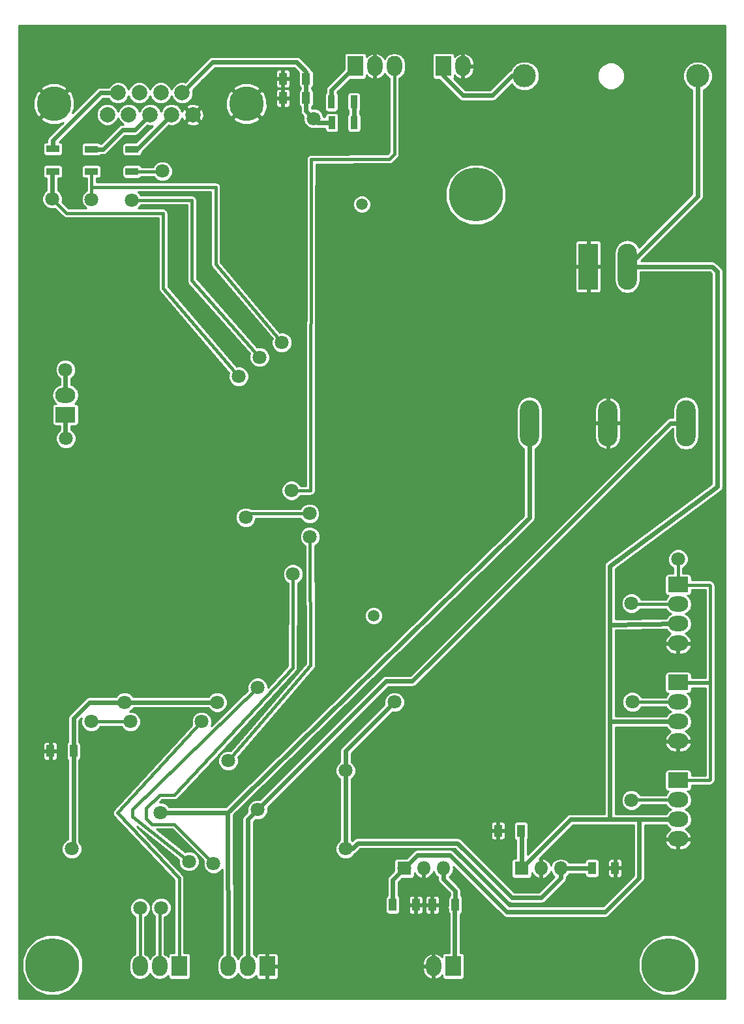
<source format=gbr>
G04 #@! TF.FileFunction,Copper,L2,Bot,Signal*
%FSLAX46Y46*%
G04 Gerber Fmt 4.6, Leading zero omitted, Abs format (unit mm)*
G04 Created by KiCad (PCBNEW 4.0.7) date 05/25/18 18:50:48*
%MOMM*%
%LPD*%
G01*
G04 APERTURE LIST*
%ADD10C,0.100000*%
%ADD11C,7.000000*%
%ADD12R,2.000000X2.600000*%
%ADD13O,2.000000X2.600000*%
%ADD14O,2.500000X6.000000*%
%ADD15R,2.500000X6.000000*%
%ADD16R,1.000000X1.600000*%
%ADD17C,3.000000*%
%ADD18R,2.600000X2.000000*%
%ADD19O,2.600000X2.000000*%
%ADD20R,1.700000X0.900000*%
%ADD21R,0.900000X1.700000*%
%ADD22R,1.800000X1.800000*%
%ADD23O,1.800000X1.800000*%
%ADD24C,2.000000*%
%ADD25C,4.500000*%
%ADD26C,1.500000*%
%ADD27C,1.800000*%
%ADD28C,0.600000*%
%ADD29C,0.400000*%
%ADD30C,0.250000*%
%ADD31C,0.254000*%
G04 APERTURE END LIST*
D10*
D11*
X60000000Y-22600000D03*
X85000000Y-122600000D03*
D12*
X55775760Y-5918120D03*
D13*
X58315760Y-5918120D03*
D14*
X77124460Y-52260420D03*
D15*
X74584460Y-31940420D03*
D14*
X79664460Y-31940420D03*
X66964460Y-52260420D03*
X87284460Y-52260420D03*
D16*
X65864240Y-105168120D03*
X62864240Y-105168120D03*
X49195760Y-114781880D03*
X52195760Y-114781880D03*
X75084240Y-110018120D03*
X78084240Y-110018120D03*
X57325760Y-114781880D03*
X54325760Y-114781880D03*
X4745760Y-94818120D03*
X7745760Y-94818120D03*
X37950000Y-10050000D03*
X34950000Y-10050000D03*
X37950000Y-7550000D03*
X34950000Y-7550000D03*
D17*
X88795760Y-7188120D03*
X66295760Y-7188120D03*
D12*
X44345760Y-5918120D03*
D13*
X46885760Y-5918120D03*
X49425760Y-5918120D03*
D18*
X6700000Y-51150000D03*
D19*
X6700000Y-48610000D03*
D12*
X21485760Y-122758120D03*
D13*
X18945760Y-122758120D03*
X16405760Y-122758120D03*
D12*
X32915760Y-122758120D03*
D13*
X30375760Y-122758120D03*
X27835760Y-122758120D03*
D12*
X57045760Y-122758120D03*
D13*
X54505760Y-122758120D03*
D18*
X86255760Y-73228120D03*
D19*
X86255760Y-75768120D03*
X86255760Y-78308120D03*
X86255760Y-80848120D03*
D18*
X86255760Y-85928120D03*
D19*
X86255760Y-88468120D03*
X86255760Y-91008120D03*
X86255760Y-93548120D03*
D18*
X86255760Y-98628120D03*
D19*
X86255760Y-101168120D03*
X86255760Y-103708120D03*
X86255760Y-106248120D03*
D20*
X5074240Y-16668120D03*
X5074240Y-19568120D03*
X15350000Y-16700000D03*
X15350000Y-19600000D03*
X10064240Y-16693120D03*
X10064240Y-19593120D03*
D21*
X41285760Y-13261880D03*
X44185760Y-13261880D03*
X44159240Y-10563120D03*
X41259240Y-10563120D03*
D22*
X50695760Y-110058120D03*
D23*
X53235760Y-110058120D03*
X55775760Y-110058120D03*
D22*
X65935760Y-110058120D03*
D23*
X68475760Y-110058120D03*
X71015760Y-110058120D03*
D11*
X5000000Y-122600000D03*
D24*
X17695760Y-12218120D03*
X20465760Y-12218120D03*
X23235760Y-12218120D03*
X14925760Y-12218120D03*
X12155760Y-12218120D03*
X16310760Y-9378120D03*
X13540760Y-9378120D03*
X19080760Y-9378120D03*
X21850760Y-9378120D03*
D25*
X30195760Y-10798120D03*
X5195760Y-10798120D03*
D26*
X45185760Y-23868120D03*
X46695760Y-77278120D03*
D27*
X6700000Y-45300000D03*
X50695760Y-110058120D03*
X6750000Y-54250000D03*
X36050000Y-61000000D03*
X19000000Y-102800000D03*
X31645760Y-102438120D03*
X80200000Y-75650000D03*
X86250000Y-69900000D03*
X80300000Y-88450000D03*
X80200000Y-101200000D03*
X15135760Y-91008120D03*
X10055760Y-91008120D03*
X30100000Y-64500000D03*
X38400000Y-64000000D03*
X19100000Y-115150000D03*
X16400000Y-115200000D03*
X24395760Y-91008120D03*
X36250000Y-71850000D03*
X25930760Y-109423120D03*
X22750000Y-109150000D03*
X31645760Y-86563120D03*
X38450000Y-67000000D03*
X27835760Y-96088120D03*
X29200000Y-46200000D03*
X4975000Y-23125000D03*
X19300000Y-19550000D03*
X31900000Y-43700000D03*
X15300000Y-23300000D03*
X34800000Y-41800000D03*
X10100000Y-23200000D03*
X14400000Y-88500000D03*
X26400000Y-88500000D03*
X7515760Y-107518120D03*
X49425760Y-88468120D03*
X38900000Y-12700000D03*
X43075760Y-97358120D03*
X43075760Y-107518120D03*
D28*
X6700000Y-48610000D02*
X6700000Y-45300000D01*
X50695760Y-110058120D02*
X50695760Y-110004240D01*
X50695760Y-110004240D02*
X52400000Y-108300000D01*
X81200000Y-111300000D02*
X81200000Y-103708120D01*
X76800000Y-115700000D02*
X81200000Y-111300000D01*
X64000000Y-115700000D02*
X76800000Y-115700000D01*
X56600000Y-108300000D02*
X64000000Y-115700000D01*
X52400000Y-108300000D02*
X56600000Y-108300000D01*
X81200000Y-103708120D02*
X81200000Y-103700000D01*
X81200000Y-103700000D02*
X81200000Y-103708120D01*
X65935760Y-110058120D02*
X65935760Y-105239640D01*
X65935760Y-105239640D02*
X65864240Y-105168120D01*
X49195760Y-114781880D02*
X49195760Y-111558120D01*
X49195760Y-111558120D02*
X50695760Y-110058120D01*
D29*
X50691880Y-110058120D02*
X50695760Y-110058120D01*
D28*
X91335760Y-32588120D02*
X91335760Y-60528120D01*
X90688060Y-31940420D02*
X91335760Y-32588120D01*
X91335760Y-60528120D02*
X77400000Y-70788120D01*
X77400000Y-70788120D02*
X77400000Y-78408120D01*
X79664460Y-31940420D02*
X90688060Y-31940420D01*
X88795760Y-7188120D02*
X88795760Y-22809120D01*
X88795760Y-22809120D02*
X79664460Y-31940420D01*
X86255760Y-78308120D02*
X77400000Y-78408120D01*
X77400000Y-78408120D02*
X77400000Y-91008120D01*
X77400000Y-103708120D02*
X77400000Y-91008120D01*
X77400000Y-91008120D02*
X86255760Y-91008120D01*
X86255760Y-103708120D02*
X81200000Y-103708120D01*
X81200000Y-103708120D02*
X77400000Y-103708120D01*
X77400000Y-103708120D02*
X72285760Y-103708120D01*
X72285760Y-103708120D02*
X65935760Y-110058120D01*
X55775760Y-110058120D02*
X55775760Y-111425760D01*
X57325760Y-112975760D02*
X57325760Y-114781880D01*
X55775760Y-111425760D02*
X57325760Y-112975760D01*
X57245760Y-122858120D02*
X57245760Y-115161880D01*
X57045760Y-115061880D02*
X57325760Y-114781880D01*
D30*
X57095760Y-114551880D02*
X57325760Y-114781880D01*
D28*
X6700000Y-51150000D02*
X6700000Y-54200000D01*
X6700000Y-54200000D02*
X6750000Y-54250000D01*
X66295760Y-7188120D02*
X64665760Y-7188120D01*
X58315760Y-9728120D02*
X55775760Y-7188120D01*
X62125760Y-9728120D02*
X58315760Y-9728120D01*
X64665760Y-7188120D02*
X62125760Y-9728120D01*
D30*
X55775760Y-7188120D02*
X55775760Y-5918120D01*
D29*
X49425760Y-5918120D02*
X49425760Y-17348120D01*
X48790760Y-17983120D02*
X49425760Y-17348120D01*
X38600000Y-18000000D02*
X48790760Y-17983120D01*
X38550000Y-61000000D02*
X38600000Y-18000000D01*
X36050000Y-61000000D02*
X38550000Y-61000000D01*
D28*
X19000000Y-102800000D02*
X27790174Y-102800022D01*
X27835760Y-122758120D02*
X27790174Y-102800022D01*
X66964460Y-52260420D02*
X66964460Y-64579420D01*
X27790174Y-102800022D02*
X27790174Y-102800022D01*
X66964460Y-64579420D02*
X27790174Y-102800022D01*
X87284460Y-52260420D02*
X85239580Y-52260420D01*
X48333880Y-85750000D02*
X31645760Y-102438120D01*
X51750000Y-85750000D02*
X48333880Y-85750000D01*
X85239580Y-52260420D02*
X51750000Y-85750000D01*
X30375760Y-122758120D02*
X30375760Y-103708120D01*
X30375760Y-103708120D02*
X31645760Y-102438120D01*
D29*
X86255760Y-75768120D02*
X80318120Y-75768120D01*
X80318120Y-75768120D02*
X80200000Y-75650000D01*
X86255760Y-69905760D02*
X86255760Y-73228120D01*
X86250000Y-69900000D02*
X86255760Y-69905760D01*
X86255760Y-98628120D02*
X90321880Y-98628120D01*
X90450000Y-86000000D02*
X86327640Y-86000000D01*
X90450000Y-98500000D02*
X90450000Y-86000000D01*
X90321880Y-98628120D02*
X90450000Y-98500000D01*
X86255760Y-73228120D02*
X86277640Y-73250000D01*
X86277640Y-73250000D02*
X90300000Y-73250000D01*
X90300000Y-73250000D02*
X90450000Y-73400000D01*
X90450000Y-73400000D02*
X90450000Y-85950000D01*
X90450000Y-85950000D02*
X90428120Y-85928120D01*
X90428120Y-85928120D02*
X86255760Y-85928120D01*
X86255760Y-85928120D02*
X86327640Y-86000000D01*
X86255760Y-88468120D02*
X80318120Y-88468120D01*
X80318120Y-88468120D02*
X80300000Y-88450000D01*
X86255760Y-101168120D02*
X80231880Y-101168120D01*
X80231880Y-101168120D02*
X80200000Y-101200000D01*
X15135760Y-91008120D02*
X10055760Y-91008120D01*
D28*
X44185760Y-13261880D02*
X44185760Y-10589640D01*
X44185760Y-10589640D02*
X44159240Y-10563120D01*
X44159240Y-13235360D02*
X44185760Y-13261880D01*
D29*
X30100000Y-64500000D02*
X30600000Y-64000000D01*
X30600000Y-64000000D02*
X38400000Y-64000000D01*
X18945760Y-115304240D02*
X18945760Y-122758120D01*
X19100000Y-115150000D02*
X18945760Y-115304240D01*
X16405760Y-115205760D02*
X16405760Y-122758120D01*
X16400000Y-115200000D02*
X16405760Y-115205760D01*
X21485760Y-122758120D02*
X21485760Y-111328120D01*
X13450000Y-102800000D02*
X24395760Y-91008120D01*
X13496413Y-102913969D02*
X13450000Y-102800000D01*
X21485760Y-111328120D02*
X13496413Y-102913969D01*
D30*
X24395760Y-91008120D02*
X24395760Y-91008120D01*
D29*
X25930760Y-109423120D02*
X20850760Y-104343120D01*
X36200000Y-84000000D02*
X36250000Y-71850000D01*
X20850760Y-100533120D02*
X36200000Y-84000000D01*
X18945760Y-100533120D02*
X20850760Y-100533120D01*
X17210760Y-102268120D02*
X18945760Y-100533120D01*
X17210760Y-103608120D02*
X17210760Y-102268120D01*
X17945760Y-104343120D02*
X17210760Y-103608120D01*
X20850760Y-104343120D02*
X17945760Y-104343120D01*
X22750000Y-109150000D02*
X15400000Y-103333676D01*
X15400000Y-103333676D02*
X15400000Y-102368120D01*
X15400000Y-102368120D02*
X31645760Y-86563120D01*
X38550000Y-83700000D02*
X38450000Y-67000000D01*
X38550000Y-83700000D02*
X27835760Y-96088120D01*
D28*
X4975000Y-23125000D02*
X4975000Y-19667360D01*
X4975000Y-19667360D02*
X5074240Y-19568120D01*
D29*
X17950000Y-25000000D02*
X6850000Y-25000000D01*
X19350000Y-25000000D02*
X19400000Y-25050000D01*
X19400000Y-34750000D02*
X19400000Y-25050000D01*
X29200000Y-46200000D02*
X19400000Y-34750000D01*
X17950000Y-25000000D02*
X19350000Y-25000000D01*
X6850000Y-25000000D02*
X4975000Y-23125000D01*
D30*
X5074240Y-19388120D02*
X5074240Y-19568120D01*
D29*
X15350000Y-19600000D02*
X19250000Y-19600000D01*
X19250000Y-19600000D02*
X19300000Y-19550000D01*
X22100000Y-23300000D02*
X15300000Y-23300000D01*
X23100000Y-33700000D02*
X31900000Y-43700000D01*
X23100000Y-23300000D02*
X23100000Y-33700000D01*
X22100000Y-23300000D02*
X23100000Y-23300000D01*
X10100000Y-21600000D02*
X24600000Y-21600000D01*
X26200000Y-31600000D02*
X34800000Y-41800000D01*
X26200000Y-21600000D02*
X26200000Y-31600000D01*
X24600000Y-21600000D02*
X26200000Y-21600000D01*
X10100000Y-21600000D02*
X10300000Y-21600000D01*
X10300000Y-21600000D02*
X10100000Y-21600000D01*
X10100000Y-19628880D02*
X10100000Y-21600000D01*
X10100000Y-21600000D02*
X10100000Y-23200000D01*
X10100000Y-19628880D02*
X10064240Y-19593120D01*
D28*
X14400000Y-88500000D02*
X9800000Y-88500000D01*
X9800000Y-88500000D02*
X7745760Y-90554240D01*
X7745760Y-90554240D02*
X7745760Y-94818120D01*
X14700000Y-88500000D02*
X9800000Y-88500000D01*
X14700000Y-88500000D02*
X26400000Y-88500000D01*
X7745760Y-107288120D02*
X7515760Y-107518120D01*
X7745760Y-90554240D02*
X7745760Y-107288120D01*
X9800000Y-88500000D02*
X7745760Y-90554240D01*
X49425760Y-88468120D02*
X43075760Y-94818120D01*
X43075760Y-94818120D02*
X43075760Y-97358120D01*
X37950000Y-7550000D02*
X37950000Y-6650000D01*
X25828880Y-5400000D02*
X21850760Y-9378120D01*
X36700000Y-5400000D02*
X25828880Y-5400000D01*
X37950000Y-6650000D02*
X36700000Y-5400000D01*
X41285760Y-13261880D02*
X39461880Y-13261880D01*
X39461880Y-13261880D02*
X38900000Y-12700000D01*
X37950000Y-11750000D02*
X37950000Y-10050000D01*
X38900000Y-12700000D02*
X37950000Y-11750000D01*
X75084240Y-110018120D02*
X71055760Y-110018120D01*
X71055760Y-110018120D02*
X71015760Y-110058120D01*
X68475760Y-113868120D02*
X64665760Y-113868120D01*
X71015760Y-111328120D02*
X68475760Y-113868120D01*
X37950000Y-10050000D02*
X37950000Y-7550000D01*
X43075760Y-107518120D02*
X43931880Y-107518120D01*
X64665760Y-113868120D02*
X58315760Y-107518120D01*
X71015760Y-111328120D02*
X71015760Y-110058120D01*
X57567640Y-106770000D02*
X58315760Y-107518120D01*
X44680000Y-106770000D02*
X57567640Y-106770000D01*
X43931880Y-107518120D02*
X44680000Y-106770000D01*
X43075760Y-107518120D02*
X43075760Y-97358120D01*
D30*
X77124460Y-52260420D02*
X77124460Y-50126820D01*
X54555760Y-114551880D02*
X54325760Y-114781880D01*
D28*
X41259240Y-10563120D02*
X41259240Y-9004640D01*
X41259240Y-9004640D02*
X44345760Y-5918120D01*
X10064240Y-16693120D02*
X11606880Y-16693120D01*
X15713880Y-14200000D02*
X17695760Y-12218120D01*
X14100000Y-14200000D02*
X15713880Y-14200000D01*
X11606880Y-16693120D02*
X14100000Y-14200000D01*
X15350000Y-16700000D02*
X15983880Y-16700000D01*
X15983880Y-16700000D02*
X20465760Y-12218120D01*
X5074240Y-16668120D02*
X5074240Y-15575760D01*
X11271880Y-9378120D02*
X13540760Y-9378120D01*
X5074240Y-15575760D02*
X11271880Y-9378120D01*
D31*
G36*
X92365000Y-126965000D02*
X635000Y-126965000D01*
X635000Y-123379286D01*
X1064319Y-123379286D01*
X1662124Y-124826086D01*
X2768091Y-125933985D01*
X4213846Y-126534315D01*
X5779286Y-126535681D01*
X7226086Y-125937876D01*
X8333985Y-124831909D01*
X8934315Y-123386154D01*
X8935681Y-121820714D01*
X8337876Y-120373914D01*
X7231909Y-119266015D01*
X5786154Y-118665685D01*
X4220714Y-118664319D01*
X2773914Y-119262124D01*
X1666015Y-120368091D01*
X1065685Y-121813846D01*
X1064319Y-123379286D01*
X635000Y-123379286D01*
X635000Y-107782503D01*
X6180529Y-107782503D01*
X6383342Y-108273349D01*
X6758556Y-108649218D01*
X7249047Y-108852888D01*
X7780143Y-108853351D01*
X8270989Y-108650538D01*
X8646858Y-108275324D01*
X8850528Y-107784833D01*
X8850991Y-107253737D01*
X8648178Y-106762891D01*
X8480760Y-106595181D01*
X8480760Y-102796212D01*
X12815011Y-102796212D01*
X12817644Y-102809875D01*
X12815439Y-102823613D01*
X12840998Y-102931057D01*
X12861897Y-103039500D01*
X12908310Y-103153469D01*
X12973104Y-103251704D01*
X13035926Y-103351207D01*
X20850760Y-111581565D01*
X20850760Y-121014598D01*
X20485760Y-121014598D01*
X20324559Y-121044930D01*
X20176505Y-121140200D01*
X20077181Y-121285565D01*
X20042238Y-121458120D01*
X20042238Y-121531823D01*
X19960458Y-121409431D01*
X19580760Y-121155725D01*
X19580760Y-116395826D01*
X19855229Y-116282418D01*
X20231098Y-115907204D01*
X20434768Y-115416713D01*
X20435231Y-114885617D01*
X20232418Y-114394771D01*
X19857204Y-114018902D01*
X19366713Y-113815232D01*
X18835617Y-113814769D01*
X18344771Y-114017582D01*
X17968902Y-114392796D01*
X17765232Y-114883287D01*
X17764769Y-115414383D01*
X17967582Y-115905229D01*
X18310760Y-116249006D01*
X18310760Y-121155725D01*
X17931062Y-121409431D01*
X17675760Y-121791517D01*
X17420458Y-121409431D01*
X17040760Y-121155725D01*
X17040760Y-116379716D01*
X17155229Y-116332418D01*
X17531098Y-115957204D01*
X17734768Y-115466713D01*
X17735231Y-114935617D01*
X17532418Y-114444771D01*
X17157204Y-114068902D01*
X16666713Y-113865232D01*
X16135617Y-113864769D01*
X15644771Y-114067582D01*
X15268902Y-114442796D01*
X15065232Y-114933287D01*
X15064769Y-115464383D01*
X15267582Y-115955229D01*
X15642796Y-116331098D01*
X15770760Y-116384233D01*
X15770760Y-121155725D01*
X15391062Y-121409431D01*
X15079993Y-121874978D01*
X14970760Y-122424129D01*
X14970760Y-123092111D01*
X15079993Y-123641262D01*
X15391062Y-124106809D01*
X15856609Y-124417878D01*
X16405760Y-124527111D01*
X16954911Y-124417878D01*
X17420458Y-124106809D01*
X17675760Y-123724723D01*
X17931062Y-124106809D01*
X18396609Y-124417878D01*
X18945760Y-124527111D01*
X19494911Y-124417878D01*
X19960458Y-124106809D01*
X20042238Y-123984417D01*
X20042238Y-124058120D01*
X20072570Y-124219321D01*
X20167840Y-124367375D01*
X20313205Y-124466699D01*
X20485760Y-124501642D01*
X22485760Y-124501642D01*
X22646961Y-124471310D01*
X22795015Y-124376040D01*
X22894339Y-124230675D01*
X22929282Y-124058120D01*
X22929282Y-121458120D01*
X22898950Y-121296919D01*
X22803680Y-121148865D01*
X22658315Y-121049541D01*
X22485760Y-121014598D01*
X22120760Y-121014598D01*
X22120760Y-111328120D01*
X22098170Y-111214553D01*
X22078519Y-111100385D01*
X22074055Y-111093314D01*
X22072424Y-111085116D01*
X22008085Y-110988827D01*
X21946247Y-110890882D01*
X15960983Y-104587374D01*
X21415214Y-108903507D01*
X21414769Y-109414383D01*
X21617582Y-109905229D01*
X21992796Y-110281098D01*
X22483287Y-110484768D01*
X23014383Y-110485231D01*
X23505229Y-110282418D01*
X23881098Y-109907204D01*
X24084768Y-109416713D01*
X24085231Y-108885617D01*
X23882418Y-108394771D01*
X23507204Y-108018902D01*
X23016713Y-107815232D01*
X22485617Y-107814769D01*
X22223071Y-107923251D01*
X18501354Y-104978120D01*
X20587734Y-104978120D01*
X24645879Y-109036265D01*
X24595992Y-109156407D01*
X24595529Y-109687503D01*
X24798342Y-110178349D01*
X25173556Y-110554218D01*
X25664047Y-110757888D01*
X26195143Y-110758351D01*
X26685989Y-110555538D01*
X27061858Y-110180324D01*
X27071974Y-110155963D01*
X27097256Y-121224884D01*
X26821062Y-121409431D01*
X26509993Y-121874978D01*
X26400760Y-122424129D01*
X26400760Y-123092111D01*
X26509993Y-123641262D01*
X26821062Y-124106809D01*
X27286609Y-124417878D01*
X27835760Y-124527111D01*
X28384911Y-124417878D01*
X28850458Y-124106809D01*
X29105760Y-123724723D01*
X29361062Y-124106809D01*
X29826609Y-124417878D01*
X30375760Y-124527111D01*
X30924911Y-124417878D01*
X31390458Y-124106809D01*
X31480760Y-123971663D01*
X31480760Y-124144647D01*
X31546985Y-124304528D01*
X31669352Y-124426895D01*
X31829233Y-124493120D01*
X32680010Y-124493120D01*
X32788760Y-124384370D01*
X32788760Y-122885120D01*
X33042760Y-122885120D01*
X33042760Y-124384370D01*
X33151510Y-124493120D01*
X34002287Y-124493120D01*
X34162168Y-124426895D01*
X34284535Y-124304528D01*
X34350760Y-124144647D01*
X34350760Y-122993870D01*
X34242010Y-122885120D01*
X53070760Y-122885120D01*
X53070760Y-123185120D01*
X53228594Y-123724603D01*
X53580864Y-124162620D01*
X54073941Y-124432487D01*
X54156721Y-124450024D01*
X54378760Y-124378275D01*
X54378760Y-122885120D01*
X53070760Y-122885120D01*
X34242010Y-122885120D01*
X33042760Y-122885120D01*
X32788760Y-122885120D01*
X32768760Y-122885120D01*
X32768760Y-122631120D01*
X32788760Y-122631120D01*
X32788760Y-121131870D01*
X33042760Y-121131870D01*
X33042760Y-122631120D01*
X34242010Y-122631120D01*
X34350760Y-122522370D01*
X34350760Y-122331120D01*
X53070760Y-122331120D01*
X53070760Y-122631120D01*
X54378760Y-122631120D01*
X54378760Y-121137965D01*
X54156721Y-121066216D01*
X54073941Y-121083753D01*
X53580864Y-121353620D01*
X53228594Y-121791637D01*
X53070760Y-122331120D01*
X34350760Y-122331120D01*
X34350760Y-121371593D01*
X34284535Y-121211712D01*
X34162168Y-121089345D01*
X34002287Y-121023120D01*
X33151510Y-121023120D01*
X33042760Y-121131870D01*
X32788760Y-121131870D01*
X32680010Y-121023120D01*
X31829233Y-121023120D01*
X31669352Y-121089345D01*
X31546985Y-121211712D01*
X31480760Y-121371593D01*
X31480760Y-121544577D01*
X31390458Y-121409431D01*
X31110760Y-121222543D01*
X31110760Y-113981880D01*
X48252238Y-113981880D01*
X48252238Y-115581880D01*
X48282570Y-115743081D01*
X48377840Y-115891135D01*
X48523205Y-115990459D01*
X48695760Y-116025402D01*
X49695760Y-116025402D01*
X49856961Y-115995070D01*
X50005015Y-115899800D01*
X50104339Y-115754435D01*
X50139282Y-115581880D01*
X50139282Y-115017630D01*
X51260760Y-115017630D01*
X51260760Y-115668407D01*
X51326985Y-115828288D01*
X51449352Y-115950655D01*
X51609233Y-116016880D01*
X51960010Y-116016880D01*
X52068760Y-115908130D01*
X52068760Y-114908880D01*
X52322760Y-114908880D01*
X52322760Y-115908130D01*
X52431510Y-116016880D01*
X52782287Y-116016880D01*
X52942168Y-115950655D01*
X53064535Y-115828288D01*
X53130760Y-115668407D01*
X53130760Y-115017630D01*
X53390760Y-115017630D01*
X53390760Y-115668407D01*
X53456985Y-115828288D01*
X53579352Y-115950655D01*
X53739233Y-116016880D01*
X54090010Y-116016880D01*
X54198760Y-115908130D01*
X54198760Y-114908880D01*
X54452760Y-114908880D01*
X54452760Y-115908130D01*
X54561510Y-116016880D01*
X54912287Y-116016880D01*
X55072168Y-115950655D01*
X55194535Y-115828288D01*
X55260760Y-115668407D01*
X55260760Y-115017630D01*
X55152010Y-114908880D01*
X54452760Y-114908880D01*
X54198760Y-114908880D01*
X53499510Y-114908880D01*
X53390760Y-115017630D01*
X53130760Y-115017630D01*
X53022010Y-114908880D01*
X52322760Y-114908880D01*
X52068760Y-114908880D01*
X51369510Y-114908880D01*
X51260760Y-115017630D01*
X50139282Y-115017630D01*
X50139282Y-113981880D01*
X50123001Y-113895353D01*
X51260760Y-113895353D01*
X51260760Y-114546130D01*
X51369510Y-114654880D01*
X52068760Y-114654880D01*
X52068760Y-113655630D01*
X52322760Y-113655630D01*
X52322760Y-114654880D01*
X53022010Y-114654880D01*
X53130760Y-114546130D01*
X53130760Y-113895353D01*
X53390760Y-113895353D01*
X53390760Y-114546130D01*
X53499510Y-114654880D01*
X54198760Y-114654880D01*
X54198760Y-113655630D01*
X54452760Y-113655630D01*
X54452760Y-114654880D01*
X55152010Y-114654880D01*
X55260760Y-114546130D01*
X55260760Y-113895353D01*
X55194535Y-113735472D01*
X55072168Y-113613105D01*
X54912287Y-113546880D01*
X54561510Y-113546880D01*
X54452760Y-113655630D01*
X54198760Y-113655630D01*
X54090010Y-113546880D01*
X53739233Y-113546880D01*
X53579352Y-113613105D01*
X53456985Y-113735472D01*
X53390760Y-113895353D01*
X53130760Y-113895353D01*
X53064535Y-113735472D01*
X52942168Y-113613105D01*
X52782287Y-113546880D01*
X52431510Y-113546880D01*
X52322760Y-113655630D01*
X52068760Y-113655630D01*
X51960010Y-113546880D01*
X51609233Y-113546880D01*
X51449352Y-113613105D01*
X51326985Y-113735472D01*
X51260760Y-113895353D01*
X50123001Y-113895353D01*
X50108950Y-113820679D01*
X50013680Y-113672625D01*
X49930760Y-113615968D01*
X49930760Y-111862566D01*
X50391684Y-111401642D01*
X51595760Y-111401642D01*
X51756961Y-111371310D01*
X51905015Y-111276040D01*
X52004339Y-111130675D01*
X52039282Y-110958120D01*
X52039282Y-110623808D01*
X52085963Y-110736516D01*
X52433097Y-111124884D01*
X52902429Y-111350847D01*
X53108760Y-111278326D01*
X53108760Y-110185120D01*
X53088760Y-110185120D01*
X53088760Y-109931120D01*
X53108760Y-109931120D01*
X53108760Y-109911120D01*
X53362760Y-109911120D01*
X53362760Y-109931120D01*
X53382760Y-109931120D01*
X53382760Y-110185120D01*
X53362760Y-110185120D01*
X53362760Y-111278326D01*
X53569091Y-111350847D01*
X54038423Y-111124884D01*
X54385557Y-110736516D01*
X54496342Y-110469034D01*
X54516227Y-110569002D01*
X54805618Y-111002108D01*
X55040760Y-111159224D01*
X55040760Y-111425760D01*
X55096709Y-111707032D01*
X55256037Y-111945483D01*
X56590760Y-113280206D01*
X56590760Y-113616178D01*
X56516505Y-113663960D01*
X56417181Y-113809325D01*
X56382238Y-113981880D01*
X56382238Y-114757367D01*
X56366709Y-114780608D01*
X56310761Y-115061880D01*
X56366709Y-115343152D01*
X56382238Y-115366393D01*
X56382238Y-115581880D01*
X56412570Y-115743081D01*
X56507840Y-115891135D01*
X56510760Y-115893130D01*
X56510760Y-121014598D01*
X56045760Y-121014598D01*
X55884559Y-121044930D01*
X55736505Y-121140200D01*
X55637181Y-121285565D01*
X55602238Y-121458120D01*
X55602238Y-121566967D01*
X55430656Y-121353620D01*
X54937579Y-121083753D01*
X54854799Y-121066216D01*
X54632760Y-121137965D01*
X54632760Y-122631120D01*
X54652760Y-122631120D01*
X54652760Y-122885120D01*
X54632760Y-122885120D01*
X54632760Y-124378275D01*
X54854799Y-124450024D01*
X54937579Y-124432487D01*
X55430656Y-124162620D01*
X55602238Y-123949273D01*
X55602238Y-124058120D01*
X55632570Y-124219321D01*
X55727840Y-124367375D01*
X55873205Y-124466699D01*
X56045760Y-124501642D01*
X58045760Y-124501642D01*
X58206961Y-124471310D01*
X58355015Y-124376040D01*
X58454339Y-124230675D01*
X58489282Y-124058120D01*
X58489282Y-123379286D01*
X81064319Y-123379286D01*
X81662124Y-124826086D01*
X82768091Y-125933985D01*
X84213846Y-126534315D01*
X85779286Y-126535681D01*
X87226086Y-125937876D01*
X88333985Y-124831909D01*
X88934315Y-123386154D01*
X88935681Y-121820714D01*
X88337876Y-120373914D01*
X87231909Y-119266015D01*
X85786154Y-118665685D01*
X84220714Y-118664319D01*
X82773914Y-119262124D01*
X81666015Y-120368091D01*
X81065685Y-121813846D01*
X81064319Y-123379286D01*
X58489282Y-123379286D01*
X58489282Y-121458120D01*
X58458950Y-121296919D01*
X58363680Y-121148865D01*
X58218315Y-121049541D01*
X58045760Y-121014598D01*
X57980760Y-121014598D01*
X57980760Y-115996237D01*
X57986961Y-115995070D01*
X58135015Y-115899800D01*
X58234339Y-115754435D01*
X58269282Y-115581880D01*
X58269282Y-113981880D01*
X58238950Y-113820679D01*
X58143680Y-113672625D01*
X58060760Y-113615968D01*
X58060760Y-112975760D01*
X58004811Y-112694488D01*
X57845483Y-112456037D01*
X56533486Y-111144040D01*
X56745902Y-111002108D01*
X57035293Y-110569002D01*
X57136914Y-110058120D01*
X57091782Y-109831228D01*
X63480276Y-116219723D01*
X63646961Y-116331098D01*
X63718728Y-116379051D01*
X64000000Y-116435000D01*
X76800000Y-116435000D01*
X77081272Y-116379051D01*
X77319723Y-116219723D01*
X81719724Y-111819723D01*
X81879051Y-111581272D01*
X81935000Y-111300000D01*
X81935000Y-106597159D01*
X84563856Y-106597159D01*
X84581393Y-106679939D01*
X84851260Y-107173016D01*
X85289277Y-107525286D01*
X85828760Y-107683120D01*
X86128760Y-107683120D01*
X86128760Y-106375120D01*
X86382760Y-106375120D01*
X86382760Y-107683120D01*
X86682760Y-107683120D01*
X87222243Y-107525286D01*
X87660260Y-107173016D01*
X87930127Y-106679939D01*
X87947664Y-106597159D01*
X87875915Y-106375120D01*
X86382760Y-106375120D01*
X86128760Y-106375120D01*
X84635605Y-106375120D01*
X84563856Y-106597159D01*
X81935000Y-106597159D01*
X81935000Y-104443120D01*
X84720183Y-104443120D01*
X84907071Y-104722818D01*
X85284356Y-104974912D01*
X84851260Y-105323224D01*
X84581393Y-105816301D01*
X84563856Y-105899081D01*
X84635605Y-106121120D01*
X86128760Y-106121120D01*
X86128760Y-106101120D01*
X86382760Y-106101120D01*
X86382760Y-106121120D01*
X87875915Y-106121120D01*
X87947664Y-105899081D01*
X87930127Y-105816301D01*
X87660260Y-105323224D01*
X87227164Y-104974912D01*
X87604449Y-104722818D01*
X87915518Y-104257271D01*
X88024751Y-103708120D01*
X87915518Y-103158969D01*
X87604449Y-102693422D01*
X87222363Y-102438120D01*
X87604449Y-102182818D01*
X87915518Y-101717271D01*
X88024751Y-101168120D01*
X87915518Y-100618969D01*
X87604449Y-100153422D01*
X87482057Y-100071642D01*
X87555760Y-100071642D01*
X87716961Y-100041310D01*
X87865015Y-99946040D01*
X87964339Y-99800675D01*
X87999282Y-99628120D01*
X87999282Y-99263120D01*
X90321880Y-99263120D01*
X90564884Y-99214784D01*
X90770893Y-99077133D01*
X90899013Y-98949013D01*
X91036664Y-98743004D01*
X91085000Y-98500000D01*
X91085000Y-86000000D01*
X91080027Y-85975000D01*
X91085000Y-85950000D01*
X91085000Y-73400000D01*
X91036664Y-73156996D01*
X90899013Y-72950987D01*
X90749013Y-72800987D01*
X90543004Y-72663336D01*
X90300000Y-72615000D01*
X87999282Y-72615000D01*
X87999282Y-72228120D01*
X87968950Y-72066919D01*
X87873680Y-71918865D01*
X87728315Y-71819541D01*
X87555760Y-71784598D01*
X86890760Y-71784598D01*
X86890760Y-71079716D01*
X87005229Y-71032418D01*
X87381098Y-70657204D01*
X87584768Y-70166713D01*
X87585231Y-69635617D01*
X87382418Y-69144771D01*
X87007204Y-68768902D01*
X86516713Y-68565232D01*
X85985617Y-68564769D01*
X85494771Y-68767582D01*
X85118902Y-69142796D01*
X84915232Y-69633287D01*
X84914769Y-70164383D01*
X85117582Y-70655229D01*
X85492796Y-71031098D01*
X85620760Y-71084233D01*
X85620760Y-71784598D01*
X84955760Y-71784598D01*
X84794559Y-71814930D01*
X84646505Y-71910200D01*
X84547181Y-72055565D01*
X84512238Y-72228120D01*
X84512238Y-74228120D01*
X84542570Y-74389321D01*
X84637840Y-74537375D01*
X84783205Y-74636699D01*
X84955760Y-74671642D01*
X85029463Y-74671642D01*
X84907071Y-74753422D01*
X84653365Y-75133120D01*
X81430902Y-75133120D01*
X81332418Y-74894771D01*
X80957204Y-74518902D01*
X80466713Y-74315232D01*
X79935617Y-74314769D01*
X79444771Y-74517582D01*
X79068902Y-74892796D01*
X78865232Y-75383287D01*
X78864769Y-75914383D01*
X79067582Y-76405229D01*
X79442796Y-76781098D01*
X79933287Y-76984768D01*
X80464383Y-76985231D01*
X80955229Y-76782418D01*
X81331098Y-76407204D01*
X81332794Y-76403120D01*
X84653365Y-76403120D01*
X84907071Y-76782818D01*
X85289157Y-77038120D01*
X84907071Y-77293422D01*
X84708540Y-77590545D01*
X78135000Y-77664774D01*
X78135000Y-71159703D01*
X91771528Y-61120008D01*
X91809121Y-61078821D01*
X91855483Y-61047843D01*
X91904900Y-60973886D01*
X91964862Y-60908191D01*
X91983831Y-60855757D01*
X92014811Y-60809392D01*
X92032164Y-60722152D01*
X92062422Y-60638513D01*
X92059881Y-60582812D01*
X92070760Y-60528120D01*
X92070760Y-32588120D01*
X92014811Y-32306848D01*
X91927495Y-32176170D01*
X91855483Y-32068396D01*
X91207783Y-31420697D01*
X90969332Y-31261369D01*
X90688060Y-31205420D01*
X81438906Y-31205420D01*
X89315483Y-23328844D01*
X89474811Y-23090392D01*
X89481454Y-23056996D01*
X89530760Y-22809120D01*
X89530760Y-8978097D01*
X89890418Y-8829490D01*
X90435217Y-8285641D01*
X90730423Y-7574704D01*
X90731095Y-6804913D01*
X90437130Y-6093462D01*
X89893281Y-5548663D01*
X89182344Y-5253457D01*
X88412553Y-5252785D01*
X87701102Y-5546750D01*
X87156303Y-6090599D01*
X86861097Y-6801536D01*
X86860425Y-7571327D01*
X87154390Y-8282778D01*
X87698239Y-8827577D01*
X88060760Y-8978108D01*
X88060760Y-22504673D01*
X81167498Y-29397936D01*
X80855935Y-28931649D01*
X80309282Y-28566387D01*
X79664460Y-28438124D01*
X79019638Y-28566387D01*
X78472985Y-28931649D01*
X78107723Y-29478302D01*
X77979460Y-30123124D01*
X77979460Y-33757716D01*
X78107723Y-34402538D01*
X78472985Y-34949191D01*
X79019638Y-35314453D01*
X79664460Y-35442716D01*
X80309282Y-35314453D01*
X80855935Y-34949191D01*
X81221197Y-34402538D01*
X81349460Y-33757716D01*
X81349460Y-32675420D01*
X90383614Y-32675420D01*
X90600760Y-32892567D01*
X90600760Y-60156537D01*
X76964231Y-70196233D01*
X76926638Y-70237419D01*
X76880277Y-70268397D01*
X76830862Y-70342351D01*
X76770897Y-70408049D01*
X76751928Y-70460485D01*
X76720949Y-70506848D01*
X76703596Y-70594086D01*
X76673338Y-70677727D01*
X76675879Y-70733429D01*
X76665000Y-70788120D01*
X76665000Y-102973120D01*
X72285760Y-102973120D01*
X72045310Y-103020949D01*
X72004488Y-103029069D01*
X71766036Y-103188397D01*
X66670760Y-108283674D01*
X66670760Y-106287800D01*
X66673495Y-106286040D01*
X66772819Y-106140675D01*
X66807762Y-105968120D01*
X66807762Y-104368120D01*
X66777430Y-104206919D01*
X66682160Y-104058865D01*
X66536795Y-103959541D01*
X66364240Y-103924598D01*
X65364240Y-103924598D01*
X65203039Y-103954930D01*
X65054985Y-104050200D01*
X64955661Y-104195565D01*
X64920718Y-104368120D01*
X64920718Y-105968120D01*
X64951050Y-106129321D01*
X65046320Y-106277375D01*
X65191685Y-106376699D01*
X65200760Y-106378537D01*
X65200760Y-108714598D01*
X65035760Y-108714598D01*
X64874559Y-108744930D01*
X64726505Y-108840200D01*
X64627181Y-108985565D01*
X64592238Y-109158120D01*
X64592238Y-110958120D01*
X64622570Y-111119321D01*
X64717840Y-111267375D01*
X64863205Y-111366699D01*
X65035760Y-111401642D01*
X66835760Y-111401642D01*
X66996961Y-111371310D01*
X67145015Y-111276040D01*
X67244339Y-111130675D01*
X67279282Y-110958120D01*
X67279282Y-110623808D01*
X67325963Y-110736516D01*
X67673097Y-111124884D01*
X68142429Y-111350847D01*
X68348760Y-111278326D01*
X68348760Y-110185120D01*
X68328760Y-110185120D01*
X68328760Y-109931120D01*
X68348760Y-109931120D01*
X68348760Y-108837914D01*
X68235293Y-108798033D01*
X72590207Y-104443120D01*
X80465000Y-104443120D01*
X80465000Y-110995553D01*
X76495554Y-114965000D01*
X64304447Y-114965000D01*
X57119723Y-107780277D01*
X56881272Y-107620949D01*
X56600000Y-107565000D01*
X52400000Y-107565000D01*
X52118728Y-107620949D01*
X51880276Y-107780277D01*
X50945956Y-108714598D01*
X49795760Y-108714598D01*
X49634559Y-108744930D01*
X49486505Y-108840200D01*
X49387181Y-108985565D01*
X49352238Y-109158120D01*
X49352238Y-110362196D01*
X48676037Y-111038397D01*
X48516709Y-111276848D01*
X48460760Y-111558120D01*
X48460760Y-113616178D01*
X48386505Y-113663960D01*
X48287181Y-113809325D01*
X48252238Y-113981880D01*
X31110760Y-113981880D01*
X31110760Y-104012566D01*
X31358832Y-103764494D01*
X31379047Y-103772888D01*
X31910143Y-103773351D01*
X32400989Y-103570538D01*
X32776858Y-103195324D01*
X32980528Y-102704833D01*
X32980991Y-102173737D01*
X32971810Y-102151516D01*
X37500823Y-97622503D01*
X41740529Y-97622503D01*
X41943342Y-98113349D01*
X42318556Y-98489218D01*
X42340760Y-98498438D01*
X42340760Y-106377344D01*
X42320531Y-106385702D01*
X41944662Y-106760916D01*
X41740992Y-107251407D01*
X41740529Y-107782503D01*
X41943342Y-108273349D01*
X42318556Y-108649218D01*
X42809047Y-108852888D01*
X43340143Y-108853351D01*
X43830989Y-108650538D01*
X44206858Y-108275324D01*
X44249354Y-108172981D01*
X44451603Y-108037843D01*
X44984447Y-107505000D01*
X57263194Y-107505000D01*
X57796036Y-108037843D01*
X57796039Y-108037845D01*
X64146036Y-114387843D01*
X64336341Y-114515000D01*
X64384488Y-114547171D01*
X64665760Y-114603120D01*
X68475760Y-114603120D01*
X68757032Y-114547171D01*
X68995483Y-114387843D01*
X71535483Y-111847844D01*
X71694811Y-111609393D01*
X71705010Y-111558120D01*
X71750760Y-111328120D01*
X71750760Y-111159224D01*
X71985902Y-111002108D01*
X72152270Y-110753120D01*
X74140718Y-110753120D01*
X74140718Y-110818120D01*
X74171050Y-110979321D01*
X74266320Y-111127375D01*
X74411685Y-111226699D01*
X74584240Y-111261642D01*
X75584240Y-111261642D01*
X75745441Y-111231310D01*
X75893495Y-111136040D01*
X75992819Y-110990675D01*
X76027762Y-110818120D01*
X76027762Y-110253870D01*
X77149240Y-110253870D01*
X77149240Y-110904647D01*
X77215465Y-111064528D01*
X77337832Y-111186895D01*
X77497713Y-111253120D01*
X77848490Y-111253120D01*
X77957240Y-111144370D01*
X77957240Y-110145120D01*
X78211240Y-110145120D01*
X78211240Y-111144370D01*
X78319990Y-111253120D01*
X78670767Y-111253120D01*
X78830648Y-111186895D01*
X78953015Y-111064528D01*
X79019240Y-110904647D01*
X79019240Y-110253870D01*
X78910490Y-110145120D01*
X78211240Y-110145120D01*
X77957240Y-110145120D01*
X77257990Y-110145120D01*
X77149240Y-110253870D01*
X76027762Y-110253870D01*
X76027762Y-109218120D01*
X76011481Y-109131593D01*
X77149240Y-109131593D01*
X77149240Y-109782370D01*
X77257990Y-109891120D01*
X77957240Y-109891120D01*
X77957240Y-108891870D01*
X78211240Y-108891870D01*
X78211240Y-109891120D01*
X78910490Y-109891120D01*
X79019240Y-109782370D01*
X79019240Y-109131593D01*
X78953015Y-108971712D01*
X78830648Y-108849345D01*
X78670767Y-108783120D01*
X78319990Y-108783120D01*
X78211240Y-108891870D01*
X77957240Y-108891870D01*
X77848490Y-108783120D01*
X77497713Y-108783120D01*
X77337832Y-108849345D01*
X77215465Y-108971712D01*
X77149240Y-109131593D01*
X76011481Y-109131593D01*
X75997430Y-109056919D01*
X75902160Y-108908865D01*
X75756795Y-108809541D01*
X75584240Y-108774598D01*
X74584240Y-108774598D01*
X74423039Y-108804930D01*
X74274985Y-108900200D01*
X74175661Y-109045565D01*
X74140718Y-109218120D01*
X74140718Y-109283120D01*
X72098816Y-109283120D01*
X71985902Y-109114132D01*
X71552796Y-108824741D01*
X71041914Y-108723120D01*
X70989606Y-108723120D01*
X70478724Y-108824741D01*
X70045618Y-109114132D01*
X69756227Y-109547238D01*
X69736342Y-109647206D01*
X69625557Y-109379724D01*
X69278423Y-108991356D01*
X68809091Y-108765393D01*
X68602760Y-108837914D01*
X68602760Y-109931120D01*
X68622760Y-109931120D01*
X68622760Y-110185120D01*
X68602760Y-110185120D01*
X68602760Y-111278326D01*
X68809091Y-111350847D01*
X69278423Y-111124884D01*
X69625557Y-110736516D01*
X69736342Y-110469034D01*
X69756227Y-110569002D01*
X70045618Y-111002108D01*
X70199503Y-111104930D01*
X68171314Y-113133120D01*
X64970207Y-113133120D01*
X58835485Y-106998399D01*
X58835483Y-106998396D01*
X58087363Y-106250277D01*
X57848912Y-106090949D01*
X57567640Y-106035000D01*
X44680000Y-106035000D01*
X44445394Y-106081667D01*
X44398727Y-106090949D01*
X44160276Y-106250277D01*
X43928165Y-106482389D01*
X43832964Y-106387022D01*
X43810760Y-106377802D01*
X43810760Y-105403870D01*
X61929240Y-105403870D01*
X61929240Y-106054647D01*
X61995465Y-106214528D01*
X62117832Y-106336895D01*
X62277713Y-106403120D01*
X62628490Y-106403120D01*
X62737240Y-106294370D01*
X62737240Y-105295120D01*
X62991240Y-105295120D01*
X62991240Y-106294370D01*
X63099990Y-106403120D01*
X63450767Y-106403120D01*
X63610648Y-106336895D01*
X63733015Y-106214528D01*
X63799240Y-106054647D01*
X63799240Y-105403870D01*
X63690490Y-105295120D01*
X62991240Y-105295120D01*
X62737240Y-105295120D01*
X62037990Y-105295120D01*
X61929240Y-105403870D01*
X43810760Y-105403870D01*
X43810760Y-104281593D01*
X61929240Y-104281593D01*
X61929240Y-104932370D01*
X62037990Y-105041120D01*
X62737240Y-105041120D01*
X62737240Y-104041870D01*
X62991240Y-104041870D01*
X62991240Y-105041120D01*
X63690490Y-105041120D01*
X63799240Y-104932370D01*
X63799240Y-104281593D01*
X63733015Y-104121712D01*
X63610648Y-103999345D01*
X63450767Y-103933120D01*
X63099990Y-103933120D01*
X62991240Y-104041870D01*
X62737240Y-104041870D01*
X62628490Y-103933120D01*
X62277713Y-103933120D01*
X62117832Y-103999345D01*
X61995465Y-104121712D01*
X61929240Y-104281593D01*
X43810760Y-104281593D01*
X43810760Y-98498896D01*
X43830989Y-98490538D01*
X44206858Y-98115324D01*
X44410528Y-97624833D01*
X44410991Y-97093737D01*
X44208178Y-96602891D01*
X43832964Y-96227022D01*
X43810760Y-96217802D01*
X43810760Y-95122566D01*
X49138833Y-89794494D01*
X49159047Y-89802888D01*
X49690143Y-89803351D01*
X50180989Y-89600538D01*
X50556858Y-89225324D01*
X50760528Y-88734833D01*
X50760991Y-88203737D01*
X50558178Y-87712891D01*
X50182964Y-87337022D01*
X49692473Y-87133352D01*
X49161377Y-87132889D01*
X48670531Y-87335702D01*
X48294662Y-87710916D01*
X48090992Y-88201407D01*
X48090529Y-88732503D01*
X48099710Y-88754723D01*
X42556037Y-94298397D01*
X42396709Y-94536848D01*
X42340760Y-94818120D01*
X42340760Y-96217344D01*
X42320531Y-96225702D01*
X41944662Y-96600916D01*
X41740992Y-97091407D01*
X41740529Y-97622503D01*
X37500823Y-97622503D01*
X48638327Y-86485000D01*
X51750000Y-86485000D01*
X52031272Y-86429051D01*
X52269723Y-86269723D01*
X85544027Y-52995420D01*
X85599460Y-52995420D01*
X85599460Y-54077716D01*
X85727723Y-54722538D01*
X86092985Y-55269191D01*
X86639638Y-55634453D01*
X87284460Y-55762716D01*
X87929282Y-55634453D01*
X88475935Y-55269191D01*
X88841197Y-54722538D01*
X88969460Y-54077716D01*
X88969460Y-50443124D01*
X88841197Y-49798302D01*
X88475935Y-49251649D01*
X87929282Y-48886387D01*
X87284460Y-48758124D01*
X86639638Y-48886387D01*
X86092985Y-49251649D01*
X85727723Y-49798302D01*
X85599460Y-50443124D01*
X85599460Y-51525420D01*
X85239580Y-51525420D01*
X84958308Y-51581369D01*
X84719856Y-51740697D01*
X51445554Y-85015000D01*
X48333880Y-85015000D01*
X48052608Y-85070949D01*
X47814157Y-85230276D01*
X31932688Y-101111746D01*
X31912473Y-101103352D01*
X31381377Y-101102889D01*
X30890531Y-101305702D01*
X30514662Y-101680916D01*
X30310992Y-102171407D01*
X30310529Y-102702503D01*
X30319710Y-102724723D01*
X29856037Y-103188397D01*
X29696709Y-103426848D01*
X29640760Y-103708120D01*
X29640760Y-121222543D01*
X29361062Y-121409431D01*
X29105760Y-121791517D01*
X28850458Y-121409431D01*
X28567249Y-121220197D01*
X28525882Y-103109097D01*
X67477740Y-65105508D01*
X67480350Y-65101704D01*
X67484183Y-65099143D01*
X67561357Y-64983645D01*
X67639994Y-64869038D01*
X67640950Y-64864525D01*
X67643511Y-64860692D01*
X67670618Y-64724415D01*
X67699404Y-64588476D01*
X67698560Y-64583943D01*
X67699460Y-64579420D01*
X67699460Y-55574198D01*
X68155935Y-55269191D01*
X68521197Y-54722538D01*
X68649460Y-54077716D01*
X68649460Y-52387420D01*
X75439460Y-52387420D01*
X75439460Y-54137420D01*
X75616324Y-54772574D01*
X76022788Y-55291697D01*
X76596971Y-55615757D01*
X76736181Y-55650074D01*
X76997460Y-55581545D01*
X76997460Y-52387420D01*
X77251460Y-52387420D01*
X77251460Y-55581545D01*
X77512739Y-55650074D01*
X77651949Y-55615757D01*
X78226132Y-55291697D01*
X78632596Y-54772574D01*
X78809460Y-54137420D01*
X78809460Y-52387420D01*
X77251460Y-52387420D01*
X76997460Y-52387420D01*
X75439460Y-52387420D01*
X68649460Y-52387420D01*
X68649460Y-50443124D01*
X68637585Y-50383420D01*
X75439460Y-50383420D01*
X75439460Y-52133420D01*
X76997460Y-52133420D01*
X76997460Y-48939295D01*
X77251460Y-48939295D01*
X77251460Y-52133420D01*
X78809460Y-52133420D01*
X78809460Y-50383420D01*
X78632596Y-49748266D01*
X78226132Y-49229143D01*
X77651949Y-48905083D01*
X77512739Y-48870766D01*
X77251460Y-48939295D01*
X76997460Y-48939295D01*
X76736181Y-48870766D01*
X76596971Y-48905083D01*
X76022788Y-49229143D01*
X75616324Y-49748266D01*
X75439460Y-50383420D01*
X68637585Y-50383420D01*
X68521197Y-49798302D01*
X68155935Y-49251649D01*
X67609282Y-48886387D01*
X66964460Y-48758124D01*
X66319638Y-48886387D01*
X65772985Y-49251649D01*
X65407723Y-49798302D01*
X65279460Y-50443124D01*
X65279460Y-54077716D01*
X65407723Y-54722538D01*
X65772985Y-55269191D01*
X66229460Y-55574198D01*
X66229460Y-64269654D01*
X27491020Y-102065021D01*
X20140778Y-102065003D01*
X20132418Y-102044771D01*
X19757204Y-101668902D01*
X19266713Y-101465232D01*
X18911983Y-101464923D01*
X19208785Y-101168120D01*
X20850760Y-101168120D01*
X20862501Y-101165785D01*
X20874323Y-101167683D01*
X20983605Y-101141696D01*
X21093764Y-101119784D01*
X21103718Y-101113133D01*
X21115366Y-101110363D01*
X21206378Y-101044537D01*
X21299773Y-100982133D01*
X21306425Y-100972178D01*
X21316125Y-100965162D01*
X25598487Y-96352503D01*
X26500529Y-96352503D01*
X26703342Y-96843349D01*
X27078556Y-97219218D01*
X27569047Y-97422888D01*
X28100143Y-97423351D01*
X28590989Y-97220538D01*
X28966858Y-96845324D01*
X29170528Y-96354833D01*
X29170991Y-95823737D01*
X29084665Y-95614812D01*
X39030287Y-84115390D01*
X39081276Y-84025655D01*
X39138109Y-83939486D01*
X39142147Y-83918529D01*
X39152691Y-83899973D01*
X39165459Y-83797551D01*
X39184989Y-83696197D01*
X39147963Y-77512797D01*
X45510554Y-77512797D01*
X45690580Y-77948492D01*
X46023635Y-78282129D01*
X46459015Y-78462914D01*
X46930437Y-78463326D01*
X47366132Y-78283300D01*
X47699769Y-77950245D01*
X47880554Y-77514865D01*
X47880966Y-77043443D01*
X47700940Y-76607748D01*
X47367885Y-76274111D01*
X46932505Y-76093326D01*
X46461083Y-76092914D01*
X46025388Y-76272940D01*
X45691751Y-76605995D01*
X45510966Y-77041375D01*
X45510554Y-77512797D01*
X39147963Y-77512797D01*
X39092073Y-68179173D01*
X39205229Y-68132418D01*
X39581098Y-67757204D01*
X39784768Y-67266713D01*
X39785231Y-66735617D01*
X39582418Y-66244771D01*
X39207204Y-65868902D01*
X38716713Y-65665232D01*
X38185617Y-65664769D01*
X37694771Y-65867582D01*
X37318902Y-66242796D01*
X37115232Y-66733287D01*
X37114769Y-67264383D01*
X37317582Y-67755229D01*
X37692796Y-68131098D01*
X37822083Y-68184783D01*
X37913582Y-83465132D01*
X28137901Y-94768063D01*
X28102473Y-94753352D01*
X27571377Y-94752889D01*
X27080531Y-94955702D01*
X26704662Y-95330916D01*
X26500992Y-95821407D01*
X26500529Y-96352503D01*
X25598487Y-96352503D01*
X36665365Y-84432042D01*
X36723590Y-84337487D01*
X36785659Y-84245416D01*
X36788306Y-84232389D01*
X36795277Y-84221068D01*
X36812884Y-84111430D01*
X36834995Y-84002613D01*
X36880133Y-73034107D01*
X37005229Y-72982418D01*
X37381098Y-72607204D01*
X37584768Y-72116713D01*
X37585231Y-71585617D01*
X37382418Y-71094771D01*
X37007204Y-70718902D01*
X36516713Y-70515232D01*
X35985617Y-70514769D01*
X35494771Y-70717582D01*
X35118902Y-71092796D01*
X34915232Y-71583287D01*
X34914769Y-72114383D01*
X35117582Y-72605229D01*
X35492796Y-72981098D01*
X35610139Y-73029823D01*
X35566025Y-83749573D01*
X32980786Y-86534210D01*
X32980991Y-86298737D01*
X32778178Y-85807891D01*
X32402964Y-85432022D01*
X31912473Y-85228352D01*
X31381377Y-85227889D01*
X30890531Y-85430702D01*
X30514662Y-85805916D01*
X30310992Y-86296407D01*
X30310529Y-86827503D01*
X30354352Y-86933563D01*
X25621076Y-91538422D01*
X25730528Y-91274833D01*
X25730991Y-90743737D01*
X25528178Y-90252891D01*
X25152964Y-89877022D01*
X24662473Y-89673352D01*
X24131377Y-89672889D01*
X23640531Y-89875702D01*
X23264662Y-90250916D01*
X23060992Y-90741407D01*
X23060529Y-91272503D01*
X23129345Y-91439051D01*
X12984601Y-102367995D01*
X12926706Y-102462031D01*
X12864796Y-102553501D01*
X12862000Y-102567131D01*
X12854705Y-102578980D01*
X12837202Y-102688029D01*
X12815011Y-102796212D01*
X8480760Y-102796212D01*
X8480760Y-95983822D01*
X8555015Y-95936040D01*
X8654339Y-95790675D01*
X8689282Y-95618120D01*
X8689282Y-94018120D01*
X8658950Y-93856919D01*
X8563680Y-93708865D01*
X8480760Y-93652208D01*
X8480760Y-90858686D01*
X8808300Y-90531146D01*
X8720992Y-90741407D01*
X8720529Y-91272503D01*
X8923342Y-91763349D01*
X9298556Y-92139218D01*
X9789047Y-92342888D01*
X10320143Y-92343351D01*
X10810989Y-92140538D01*
X11186858Y-91765324D01*
X11237602Y-91643120D01*
X13953664Y-91643120D01*
X14003342Y-91763349D01*
X14378556Y-92139218D01*
X14869047Y-92342888D01*
X15400143Y-92343351D01*
X15890989Y-92140538D01*
X16266858Y-91765324D01*
X16470528Y-91274833D01*
X16470991Y-90743737D01*
X16268178Y-90252891D01*
X15892964Y-89877022D01*
X15402473Y-89673352D01*
X15056890Y-89673051D01*
X15155229Y-89632418D01*
X15531098Y-89257204D01*
X15540318Y-89235000D01*
X25259224Y-89235000D01*
X25267582Y-89255229D01*
X25642796Y-89631098D01*
X26133287Y-89834768D01*
X26664383Y-89835231D01*
X27155229Y-89632418D01*
X27531098Y-89257204D01*
X27734768Y-88766713D01*
X27735231Y-88235617D01*
X27532418Y-87744771D01*
X27157204Y-87368902D01*
X26666713Y-87165232D01*
X26135617Y-87164769D01*
X25644771Y-87367582D01*
X25268902Y-87742796D01*
X25259682Y-87765000D01*
X15540776Y-87765000D01*
X15532418Y-87744771D01*
X15157204Y-87368902D01*
X14666713Y-87165232D01*
X14135617Y-87164769D01*
X13644771Y-87367582D01*
X13268902Y-87742796D01*
X13259682Y-87765000D01*
X9800000Y-87765000D01*
X9518728Y-87820949D01*
X9280276Y-87980277D01*
X7226037Y-90034517D01*
X7066709Y-90272968D01*
X7010760Y-90554240D01*
X7010760Y-93652418D01*
X6936505Y-93700200D01*
X6837181Y-93845565D01*
X6802238Y-94018120D01*
X6802238Y-95618120D01*
X6832570Y-95779321D01*
X6927840Y-95927375D01*
X7010760Y-95984032D01*
X7010760Y-106282310D01*
X6760531Y-106385702D01*
X6384662Y-106760916D01*
X6180992Y-107251407D01*
X6180529Y-107782503D01*
X635000Y-107782503D01*
X635000Y-95053870D01*
X3810760Y-95053870D01*
X3810760Y-95704647D01*
X3876985Y-95864528D01*
X3999352Y-95986895D01*
X4159233Y-96053120D01*
X4510010Y-96053120D01*
X4618760Y-95944370D01*
X4618760Y-94945120D01*
X4872760Y-94945120D01*
X4872760Y-95944370D01*
X4981510Y-96053120D01*
X5332287Y-96053120D01*
X5492168Y-95986895D01*
X5614535Y-95864528D01*
X5680760Y-95704647D01*
X5680760Y-95053870D01*
X5572010Y-94945120D01*
X4872760Y-94945120D01*
X4618760Y-94945120D01*
X3919510Y-94945120D01*
X3810760Y-95053870D01*
X635000Y-95053870D01*
X635000Y-93931593D01*
X3810760Y-93931593D01*
X3810760Y-94582370D01*
X3919510Y-94691120D01*
X4618760Y-94691120D01*
X4618760Y-93691870D01*
X4872760Y-93691870D01*
X4872760Y-94691120D01*
X5572010Y-94691120D01*
X5680760Y-94582370D01*
X5680760Y-93931593D01*
X5614535Y-93771712D01*
X5492168Y-93649345D01*
X5332287Y-93583120D01*
X4981510Y-93583120D01*
X4872760Y-93691870D01*
X4618760Y-93691870D01*
X4510010Y-93583120D01*
X4159233Y-93583120D01*
X3999352Y-93649345D01*
X3876985Y-93771712D01*
X3810760Y-93931593D01*
X635000Y-93931593D01*
X635000Y-64764383D01*
X28764769Y-64764383D01*
X28967582Y-65255229D01*
X29342796Y-65631098D01*
X29833287Y-65834768D01*
X30364383Y-65835231D01*
X30855229Y-65632418D01*
X31231098Y-65257204D01*
X31434768Y-64766713D01*
X31434883Y-64635000D01*
X37217904Y-64635000D01*
X37267582Y-64755229D01*
X37642796Y-65131098D01*
X38133287Y-65334768D01*
X38664383Y-65335231D01*
X39155229Y-65132418D01*
X39531098Y-64757204D01*
X39734768Y-64266713D01*
X39735231Y-63735617D01*
X39532418Y-63244771D01*
X39157204Y-62868902D01*
X38666713Y-62665232D01*
X38135617Y-62664769D01*
X37644771Y-62867582D01*
X37268902Y-63242796D01*
X37218158Y-63365000D01*
X30847807Y-63365000D01*
X30366713Y-63165232D01*
X29835617Y-63164769D01*
X29344771Y-63367582D01*
X28968902Y-63742796D01*
X28765232Y-64233287D01*
X28764769Y-64764383D01*
X635000Y-64764383D01*
X635000Y-61264383D01*
X34714769Y-61264383D01*
X34917582Y-61755229D01*
X35292796Y-62131098D01*
X35783287Y-62334768D01*
X36314383Y-62335231D01*
X36805229Y-62132418D01*
X37181098Y-61757204D01*
X37231842Y-61635000D01*
X38550000Y-61635000D01*
X38670980Y-61610936D01*
X38792322Y-61586946D01*
X38792635Y-61586737D01*
X38793004Y-61586664D01*
X38895552Y-61518144D01*
X38998491Y-61449535D01*
X38998701Y-61449221D01*
X38999013Y-61449013D01*
X39067538Y-61346458D01*
X39136381Y-61243686D01*
X39136455Y-61243317D01*
X39136664Y-61243004D01*
X39160736Y-61121986D01*
X39185000Y-61000738D01*
X39218516Y-32176170D01*
X72899460Y-32176170D01*
X72899460Y-35026947D01*
X72965685Y-35186828D01*
X73088052Y-35309195D01*
X73247933Y-35375420D01*
X74348710Y-35375420D01*
X74457460Y-35266670D01*
X74457460Y-32067420D01*
X74711460Y-32067420D01*
X74711460Y-35266670D01*
X74820210Y-35375420D01*
X75920987Y-35375420D01*
X76080868Y-35309195D01*
X76203235Y-35186828D01*
X76269460Y-35026947D01*
X76269460Y-32176170D01*
X76160710Y-32067420D01*
X74711460Y-32067420D01*
X74457460Y-32067420D01*
X73008210Y-32067420D01*
X72899460Y-32176170D01*
X39218516Y-32176170D01*
X39222379Y-28853893D01*
X72899460Y-28853893D01*
X72899460Y-31704670D01*
X73008210Y-31813420D01*
X74457460Y-31813420D01*
X74457460Y-28614170D01*
X74711460Y-28614170D01*
X74711460Y-31813420D01*
X76160710Y-31813420D01*
X76269460Y-31704670D01*
X76269460Y-28853893D01*
X76203235Y-28694012D01*
X76080868Y-28571645D01*
X75920987Y-28505420D01*
X74820210Y-28505420D01*
X74711460Y-28614170D01*
X74457460Y-28614170D01*
X74348710Y-28505420D01*
X73247933Y-28505420D01*
X73088052Y-28571645D01*
X72965685Y-28694012D01*
X72899460Y-28853893D01*
X39222379Y-28853893D01*
X39227904Y-24102797D01*
X44000554Y-24102797D01*
X44180580Y-24538492D01*
X44513635Y-24872129D01*
X44949015Y-25052914D01*
X45420437Y-25053326D01*
X45856132Y-24873300D01*
X46189769Y-24540245D01*
X46370554Y-24104865D01*
X46370966Y-23633443D01*
X46265951Y-23379286D01*
X56064319Y-23379286D01*
X56662124Y-24826086D01*
X57768091Y-25933985D01*
X59213846Y-26534315D01*
X60779286Y-26535681D01*
X62226086Y-25937876D01*
X63333985Y-24831909D01*
X63934315Y-23386154D01*
X63935681Y-21820714D01*
X63337876Y-20373914D01*
X62231909Y-19266015D01*
X60786154Y-18665685D01*
X59220714Y-18664319D01*
X57773914Y-19262124D01*
X56666015Y-20368091D01*
X56065685Y-21813846D01*
X56064319Y-23379286D01*
X46265951Y-23379286D01*
X46190940Y-23197748D01*
X45857885Y-22864111D01*
X45422505Y-22683326D01*
X44951083Y-22682914D01*
X44515388Y-22862940D01*
X44181751Y-23195995D01*
X44000966Y-23631375D01*
X44000554Y-24102797D01*
X39227904Y-24102797D01*
X39234264Y-18633950D01*
X48791812Y-18618119D01*
X48912807Y-18593844D01*
X49033764Y-18569784D01*
X49034209Y-18569486D01*
X49034735Y-18569381D01*
X49137263Y-18500628D01*
X49239773Y-18432133D01*
X49874773Y-17797133D01*
X50012424Y-17591124D01*
X50060761Y-17348120D01*
X50060760Y-17348115D01*
X50060760Y-7520515D01*
X50440458Y-7266809D01*
X50751527Y-6801262D01*
X50860760Y-6252111D01*
X50860760Y-5584129D01*
X50751527Y-5034978D01*
X50472991Y-4618120D01*
X54332238Y-4618120D01*
X54332238Y-7218120D01*
X54362570Y-7379321D01*
X54457840Y-7527375D01*
X54603205Y-7626699D01*
X54775760Y-7661642D01*
X55225166Y-7661642D01*
X55256037Y-7707843D01*
X57796036Y-10247843D01*
X58034487Y-10407171D01*
X58081154Y-10416453D01*
X58315760Y-10463120D01*
X62125760Y-10463120D01*
X62407032Y-10407171D01*
X62645483Y-10247843D01*
X64641572Y-8251755D01*
X64654390Y-8282778D01*
X65198239Y-8827577D01*
X65909176Y-9122783D01*
X66678967Y-9123455D01*
X67390418Y-8829490D01*
X67935217Y-8285641D01*
X68230423Y-7574704D01*
X68230451Y-7541621D01*
X75760451Y-7541621D01*
X76031628Y-8197920D01*
X76533319Y-8700487D01*
X77189144Y-8972809D01*
X77899261Y-8973429D01*
X78555560Y-8702252D01*
X79058127Y-8200561D01*
X79330449Y-7544736D01*
X79331069Y-6834619D01*
X79059892Y-6178320D01*
X78558201Y-5675753D01*
X77902376Y-5403431D01*
X77192259Y-5402811D01*
X76535960Y-5673988D01*
X76033393Y-6175679D01*
X75761071Y-6831504D01*
X75760451Y-7541621D01*
X68230451Y-7541621D01*
X68231095Y-6804913D01*
X67937130Y-6093462D01*
X67393281Y-5548663D01*
X66682344Y-5253457D01*
X65912553Y-5252785D01*
X65201102Y-5546750D01*
X64656303Y-6090599D01*
X64491367Y-6487809D01*
X64431154Y-6499787D01*
X64384487Y-6509069D01*
X64146036Y-6668397D01*
X61821314Y-8993120D01*
X58620207Y-8993120D01*
X57116722Y-7489636D01*
X57184339Y-7390675D01*
X57219282Y-7218120D01*
X57219282Y-7109273D01*
X57390864Y-7322620D01*
X57883941Y-7592487D01*
X57966721Y-7610024D01*
X58188760Y-7538275D01*
X58188760Y-6045120D01*
X58442760Y-6045120D01*
X58442760Y-7538275D01*
X58664799Y-7610024D01*
X58747579Y-7592487D01*
X59240656Y-7322620D01*
X59592926Y-6884603D01*
X59750760Y-6345120D01*
X59750760Y-6045120D01*
X58442760Y-6045120D01*
X58188760Y-6045120D01*
X58168760Y-6045120D01*
X58168760Y-5791120D01*
X58188760Y-5791120D01*
X58188760Y-4297965D01*
X58442760Y-4297965D01*
X58442760Y-5791120D01*
X59750760Y-5791120D01*
X59750760Y-5491120D01*
X59592926Y-4951637D01*
X59240656Y-4513620D01*
X58747579Y-4243753D01*
X58664799Y-4226216D01*
X58442760Y-4297965D01*
X58188760Y-4297965D01*
X57966721Y-4226216D01*
X57883941Y-4243753D01*
X57390864Y-4513620D01*
X57219282Y-4726967D01*
X57219282Y-4618120D01*
X57188950Y-4456919D01*
X57093680Y-4308865D01*
X56948315Y-4209541D01*
X56775760Y-4174598D01*
X54775760Y-4174598D01*
X54614559Y-4204930D01*
X54466505Y-4300200D01*
X54367181Y-4445565D01*
X54332238Y-4618120D01*
X50472991Y-4618120D01*
X50440458Y-4569431D01*
X49974911Y-4258362D01*
X49425760Y-4149129D01*
X48876609Y-4258362D01*
X48411062Y-4569431D01*
X48158968Y-4946716D01*
X47810656Y-4513620D01*
X47317579Y-4243753D01*
X47234799Y-4226216D01*
X47012760Y-4297965D01*
X47012760Y-5791120D01*
X47032760Y-5791120D01*
X47032760Y-6045120D01*
X47012760Y-6045120D01*
X47012760Y-7538275D01*
X47234799Y-7610024D01*
X47317579Y-7592487D01*
X47810656Y-7322620D01*
X48158968Y-6889524D01*
X48411062Y-7266809D01*
X48790760Y-7520515D01*
X48790760Y-17085094D01*
X48527298Y-17348556D01*
X38598948Y-17365001D01*
X38478393Y-17389188D01*
X38357678Y-17413054D01*
X38356920Y-17413560D01*
X38356025Y-17413739D01*
X38253890Y-17482229D01*
X38151509Y-17550465D01*
X38151001Y-17551223D01*
X38150244Y-17551731D01*
X38082079Y-17654114D01*
X38013619Y-17756314D01*
X38013440Y-17757208D01*
X38012934Y-17757968D01*
X37989143Y-17878621D01*
X37965000Y-17999262D01*
X37915738Y-60365000D01*
X37232096Y-60365000D01*
X37182418Y-60244771D01*
X36807204Y-59868902D01*
X36316713Y-59665232D01*
X35785617Y-59664769D01*
X35294771Y-59867582D01*
X34918902Y-60242796D01*
X34715232Y-60733287D01*
X34714769Y-61264383D01*
X635000Y-61264383D01*
X635000Y-48610000D01*
X4931009Y-48610000D01*
X5040242Y-49159151D01*
X5351311Y-49624698D01*
X5473703Y-49706478D01*
X5400000Y-49706478D01*
X5238799Y-49736810D01*
X5090745Y-49832080D01*
X4991421Y-49977445D01*
X4956478Y-50150000D01*
X4956478Y-52150000D01*
X4986810Y-52311201D01*
X5082080Y-52459255D01*
X5227445Y-52558579D01*
X5400000Y-52593522D01*
X5965000Y-52593522D01*
X5965000Y-53147301D01*
X5618902Y-53492796D01*
X5415232Y-53983287D01*
X5414769Y-54514383D01*
X5617582Y-55005229D01*
X5992796Y-55381098D01*
X6483287Y-55584768D01*
X7014383Y-55585231D01*
X7505229Y-55382418D01*
X7881098Y-55007204D01*
X8084768Y-54516713D01*
X8085231Y-53985617D01*
X7882418Y-53494771D01*
X7507204Y-53118902D01*
X7435000Y-53088920D01*
X7435000Y-52593522D01*
X8000000Y-52593522D01*
X8161201Y-52563190D01*
X8309255Y-52467920D01*
X8408579Y-52322555D01*
X8443522Y-52150000D01*
X8443522Y-50150000D01*
X8413190Y-49988799D01*
X8317920Y-49840745D01*
X8172555Y-49741421D01*
X8000000Y-49706478D01*
X7926297Y-49706478D01*
X8048689Y-49624698D01*
X8359758Y-49159151D01*
X8468991Y-48610000D01*
X8359758Y-48060849D01*
X8048689Y-47595302D01*
X7583142Y-47284233D01*
X7435000Y-47254766D01*
X7435000Y-46440776D01*
X7455229Y-46432418D01*
X7831098Y-46057204D01*
X8034768Y-45566713D01*
X8035231Y-45035617D01*
X7832418Y-44544771D01*
X7457204Y-44168902D01*
X6966713Y-43965232D01*
X6435617Y-43964769D01*
X5944771Y-44167582D01*
X5568902Y-44542796D01*
X5365232Y-45033287D01*
X5364769Y-45564383D01*
X5567582Y-46055229D01*
X5942796Y-46431098D01*
X5965000Y-46440318D01*
X5965000Y-47254766D01*
X5816858Y-47284233D01*
X5351311Y-47595302D01*
X5040242Y-48060849D01*
X4931009Y-48610000D01*
X635000Y-48610000D01*
X635000Y-23389383D01*
X3639769Y-23389383D01*
X3842582Y-23880229D01*
X4217796Y-24256098D01*
X4708287Y-24459768D01*
X5239383Y-24460231D01*
X5361675Y-24409701D01*
X6400987Y-25449013D01*
X6606995Y-25586664D01*
X6850000Y-25635000D01*
X18765000Y-25635000D01*
X18765000Y-34750000D01*
X18784458Y-34847821D01*
X18796285Y-34946859D01*
X18808477Y-34968576D01*
X18813336Y-34993004D01*
X18868752Y-35075940D01*
X18917575Y-35162905D01*
X27953648Y-45720358D01*
X27865232Y-45933287D01*
X27864769Y-46464383D01*
X28067582Y-46955229D01*
X28442796Y-47331098D01*
X28933287Y-47534768D01*
X29464383Y-47535231D01*
X29955229Y-47332418D01*
X30331098Y-46957204D01*
X30534768Y-46466713D01*
X30535231Y-45935617D01*
X30332418Y-45444771D01*
X29957204Y-45068902D01*
X29466713Y-44865232D01*
X28935617Y-44864769D01*
X28904142Y-44877774D01*
X20035000Y-34515359D01*
X20035000Y-25050005D01*
X20035001Y-25050000D01*
X19986664Y-24806996D01*
X19849013Y-24600987D01*
X19799013Y-24550987D01*
X19593004Y-24413336D01*
X19350000Y-24365000D01*
X16122765Y-24365000D01*
X16431098Y-24057204D01*
X16481842Y-23935000D01*
X22465000Y-23935000D01*
X22465000Y-33700000D01*
X22485293Y-33802022D01*
X22499048Y-33905140D01*
X22509334Y-33922887D01*
X22513336Y-33943004D01*
X22571131Y-34029500D01*
X22623297Y-34119499D01*
X30646725Y-43237031D01*
X30565232Y-43433287D01*
X30564769Y-43964383D01*
X30767582Y-44455229D01*
X31142796Y-44831098D01*
X31633287Y-45034768D01*
X32164383Y-45035231D01*
X32655229Y-44832418D01*
X33031098Y-44457204D01*
X33234768Y-43966713D01*
X33235231Y-43435617D01*
X33032418Y-42944771D01*
X32657204Y-42568902D01*
X32166713Y-42365232D01*
X31635617Y-42364769D01*
X31588126Y-42384392D01*
X23735000Y-33460384D01*
X23735000Y-23300000D01*
X23686664Y-23056996D01*
X23549013Y-22850987D01*
X23343004Y-22713336D01*
X23100000Y-22665000D01*
X16482096Y-22665000D01*
X16432418Y-22544771D01*
X16123187Y-22235000D01*
X25565000Y-22235000D01*
X25565000Y-31600000D01*
X25584007Y-31695557D01*
X25594843Y-31792380D01*
X25608016Y-31816257D01*
X25613336Y-31843004D01*
X25667466Y-31924015D01*
X25714528Y-32009319D01*
X33557398Y-41311327D01*
X33465232Y-41533287D01*
X33464769Y-42064383D01*
X33667582Y-42555229D01*
X34042796Y-42931098D01*
X34533287Y-43134768D01*
X35064383Y-43135231D01*
X35555229Y-42932418D01*
X35931098Y-42557204D01*
X36134768Y-42066713D01*
X36135231Y-41535617D01*
X35932418Y-41044771D01*
X35557204Y-40668902D01*
X35066713Y-40465232D01*
X34535617Y-40464769D01*
X34512763Y-40474212D01*
X26835000Y-31368028D01*
X26835000Y-21600000D01*
X26786664Y-21356996D01*
X26649013Y-21150987D01*
X26443004Y-21013336D01*
X26200000Y-20965000D01*
X10735000Y-20965000D01*
X10735000Y-20486642D01*
X10914240Y-20486642D01*
X11075441Y-20456310D01*
X11223495Y-20361040D01*
X11322819Y-20215675D01*
X11357762Y-20043120D01*
X11357762Y-19150000D01*
X14056478Y-19150000D01*
X14056478Y-20050000D01*
X14086810Y-20211201D01*
X14182080Y-20359255D01*
X14327445Y-20458579D01*
X14500000Y-20493522D01*
X16200000Y-20493522D01*
X16361201Y-20463190D01*
X16509255Y-20367920D01*
X16600076Y-20235000D01*
X18138564Y-20235000D01*
X18167582Y-20305229D01*
X18542796Y-20681098D01*
X19033287Y-20884768D01*
X19564383Y-20885231D01*
X20055229Y-20682418D01*
X20431098Y-20307204D01*
X20634768Y-19816713D01*
X20635231Y-19285617D01*
X20432418Y-18794771D01*
X20057204Y-18418902D01*
X19566713Y-18215232D01*
X19035617Y-18214769D01*
X18544771Y-18417582D01*
X18168902Y-18792796D01*
X18097397Y-18965000D01*
X16597876Y-18965000D01*
X16517920Y-18840745D01*
X16372555Y-18741421D01*
X16200000Y-18706478D01*
X14500000Y-18706478D01*
X14338799Y-18736810D01*
X14190745Y-18832080D01*
X14091421Y-18977445D01*
X14056478Y-19150000D01*
X11357762Y-19150000D01*
X11357762Y-19143120D01*
X11327430Y-18981919D01*
X11232160Y-18833865D01*
X11086795Y-18734541D01*
X10914240Y-18699598D01*
X9214240Y-18699598D01*
X9053039Y-18729930D01*
X8904985Y-18825200D01*
X8805661Y-18970565D01*
X8770718Y-19143120D01*
X8770718Y-20043120D01*
X8801050Y-20204321D01*
X8896320Y-20352375D01*
X9041685Y-20451699D01*
X9214240Y-20486642D01*
X9465000Y-20486642D01*
X9465000Y-22017904D01*
X9344771Y-22067582D01*
X8968902Y-22442796D01*
X8765232Y-22933287D01*
X8764769Y-23464383D01*
X8967582Y-23955229D01*
X9342796Y-24331098D01*
X9424441Y-24365000D01*
X7113026Y-24365000D01*
X6259881Y-23511855D01*
X6309768Y-23391713D01*
X6310231Y-22860617D01*
X6107418Y-22369771D01*
X5732204Y-21993902D01*
X5710000Y-21984682D01*
X5710000Y-20461642D01*
X5924240Y-20461642D01*
X6085441Y-20431310D01*
X6233495Y-20336040D01*
X6332819Y-20190675D01*
X6367762Y-20018120D01*
X6367762Y-19118120D01*
X6337430Y-18956919D01*
X6242160Y-18808865D01*
X6096795Y-18709541D01*
X5924240Y-18674598D01*
X4224240Y-18674598D01*
X4063039Y-18704930D01*
X3914985Y-18800200D01*
X3815661Y-18945565D01*
X3780718Y-19118120D01*
X3780718Y-20018120D01*
X3811050Y-20179321D01*
X3906320Y-20327375D01*
X4051685Y-20426699D01*
X4224240Y-20461642D01*
X4240000Y-20461642D01*
X4240000Y-21984224D01*
X4219771Y-21992582D01*
X3843902Y-22367796D01*
X3640232Y-22858287D01*
X3639769Y-23389383D01*
X635000Y-23389383D01*
X635000Y-12744632D01*
X3428854Y-12744632D01*
X3691115Y-13085152D01*
X4680858Y-13486865D01*
X5748991Y-13479241D01*
X6401655Y-13208898D01*
X4554517Y-15056037D01*
X4395189Y-15294488D01*
X4339240Y-15575760D01*
X4339240Y-15774598D01*
X4224240Y-15774598D01*
X4063039Y-15804930D01*
X3914985Y-15900200D01*
X3815661Y-16045565D01*
X3780718Y-16218120D01*
X3780718Y-17118120D01*
X3811050Y-17279321D01*
X3906320Y-17427375D01*
X4051685Y-17526699D01*
X4224240Y-17561642D01*
X5924240Y-17561642D01*
X6085441Y-17531310D01*
X6233495Y-17436040D01*
X6332819Y-17290675D01*
X6367762Y-17118120D01*
X6367762Y-16243120D01*
X8770718Y-16243120D01*
X8770718Y-17143120D01*
X8801050Y-17304321D01*
X8896320Y-17452375D01*
X9041685Y-17551699D01*
X9214240Y-17586642D01*
X10914240Y-17586642D01*
X11075441Y-17556310D01*
X11223495Y-17461040D01*
X11245988Y-17428120D01*
X11606880Y-17428120D01*
X11888152Y-17372171D01*
X12126603Y-17212843D01*
X14404447Y-14935000D01*
X15713880Y-14935000D01*
X15995152Y-14879051D01*
X16233603Y-14719723D01*
X17332324Y-13621003D01*
X17409069Y-13652870D01*
X17979947Y-13653368D01*
X17998894Y-13645539D01*
X15837956Y-15806478D01*
X14500000Y-15806478D01*
X14338799Y-15836810D01*
X14190745Y-15932080D01*
X14091421Y-16077445D01*
X14056478Y-16250000D01*
X14056478Y-17150000D01*
X14086810Y-17311201D01*
X14182080Y-17459255D01*
X14327445Y-17558579D01*
X14500000Y-17593522D01*
X16200000Y-17593522D01*
X16361201Y-17563190D01*
X16509255Y-17467920D01*
X16608579Y-17322555D01*
X16643522Y-17150000D01*
X16643522Y-17079804D01*
X20102324Y-13621003D01*
X20179069Y-13652870D01*
X20749947Y-13653368D01*
X21277560Y-13435363D01*
X21451844Y-13261382D01*
X22372103Y-13261382D01*
X22481755Y-13471984D01*
X23018983Y-13665085D01*
X23589214Y-13637898D01*
X23989765Y-13471984D01*
X24099417Y-13261382D01*
X23235760Y-12397725D01*
X22372103Y-13261382D01*
X21451844Y-13261382D01*
X21681584Y-13032043D01*
X21844350Y-12640060D01*
X21981896Y-12972125D01*
X22192498Y-13081777D01*
X23056155Y-12218120D01*
X23415365Y-12218120D01*
X24279022Y-13081777D01*
X24489624Y-12972125D01*
X24571393Y-12744632D01*
X28428854Y-12744632D01*
X28691115Y-13085152D01*
X29680858Y-13486865D01*
X30748991Y-13479241D01*
X31700405Y-13085152D01*
X31962666Y-12744632D01*
X30195760Y-10977725D01*
X28428854Y-12744632D01*
X24571393Y-12744632D01*
X24682725Y-12434897D01*
X24655538Y-11864666D01*
X24489624Y-11464115D01*
X24279022Y-11354463D01*
X23415365Y-12218120D01*
X23056155Y-12218120D01*
X22192498Y-11354463D01*
X21981896Y-11464115D01*
X21853956Y-11820058D01*
X21683003Y-11406320D01*
X21451945Y-11174858D01*
X22372103Y-11174858D01*
X23235760Y-12038515D01*
X24099417Y-11174858D01*
X23989765Y-10964256D01*
X23452537Y-10771155D01*
X22882306Y-10798342D01*
X22481755Y-10964256D01*
X22372103Y-11174858D01*
X21451945Y-11174858D01*
X21279683Y-11002296D01*
X20752451Y-10783370D01*
X20181573Y-10782872D01*
X19653960Y-11000877D01*
X19249936Y-11404197D01*
X19080614Y-11811970D01*
X18913003Y-11406320D01*
X18509683Y-11002296D01*
X17982451Y-10783370D01*
X17411573Y-10782872D01*
X16883960Y-11000877D01*
X16479936Y-11404197D01*
X16310614Y-11811970D01*
X16143003Y-11406320D01*
X15739683Y-11002296D01*
X15212451Y-10783370D01*
X14641573Y-10782872D01*
X14113960Y-11000877D01*
X13709936Y-11404197D01*
X13540614Y-11811970D01*
X13373003Y-11406320D01*
X12969683Y-11002296D01*
X12442451Y-10783370D01*
X11871573Y-10782872D01*
X11343960Y-11000877D01*
X10939936Y-11404197D01*
X10721010Y-11931429D01*
X10720512Y-12502307D01*
X10938517Y-13029920D01*
X11341837Y-13433944D01*
X11869069Y-13652870D01*
X12439947Y-13653368D01*
X12967560Y-13435363D01*
X13371584Y-13032043D01*
X13540906Y-12624270D01*
X13708517Y-13029920D01*
X14111837Y-13433944D01*
X14186628Y-13465000D01*
X14100000Y-13465000D01*
X13840431Y-13516632D01*
X13818728Y-13520949D01*
X13580276Y-13680277D01*
X11302434Y-15958120D01*
X11247768Y-15958120D01*
X11232160Y-15933865D01*
X11086795Y-15834541D01*
X10914240Y-15799598D01*
X9214240Y-15799598D01*
X9053039Y-15829930D01*
X8904985Y-15925200D01*
X8805661Y-16070565D01*
X8770718Y-16243120D01*
X6367762Y-16243120D01*
X6367762Y-16218120D01*
X6337430Y-16056919D01*
X6242160Y-15908865D01*
X6096795Y-15809541D01*
X5924240Y-15774598D01*
X5914848Y-15774598D01*
X11576327Y-10113120D01*
X12291784Y-10113120D01*
X12323517Y-10189920D01*
X12726837Y-10593944D01*
X13254069Y-10812870D01*
X13824947Y-10813368D01*
X14352560Y-10595363D01*
X14756584Y-10192043D01*
X14925906Y-9784270D01*
X15093517Y-10189920D01*
X15496837Y-10593944D01*
X16024069Y-10812870D01*
X16594947Y-10813368D01*
X17122560Y-10595363D01*
X17526584Y-10192043D01*
X17695906Y-9784270D01*
X17863517Y-10189920D01*
X18266837Y-10593944D01*
X18794069Y-10812870D01*
X19364947Y-10813368D01*
X19892560Y-10595363D01*
X20296584Y-10192043D01*
X20465906Y-9784270D01*
X20633517Y-10189920D01*
X21036837Y-10593944D01*
X21564069Y-10812870D01*
X22134947Y-10813368D01*
X22662560Y-10595363D01*
X22975249Y-10283218D01*
X27507015Y-10283218D01*
X27514639Y-11351351D01*
X27908728Y-12302765D01*
X28249248Y-12565026D01*
X30016155Y-10798120D01*
X30375365Y-10798120D01*
X32142272Y-12565026D01*
X32482792Y-12302765D01*
X32884505Y-11313022D01*
X32877173Y-10285750D01*
X34015000Y-10285750D01*
X34015000Y-10936527D01*
X34081225Y-11096408D01*
X34203592Y-11218775D01*
X34363473Y-11285000D01*
X34714250Y-11285000D01*
X34823000Y-11176250D01*
X34823000Y-10177000D01*
X35077000Y-10177000D01*
X35077000Y-11176250D01*
X35185750Y-11285000D01*
X35536527Y-11285000D01*
X35696408Y-11218775D01*
X35818775Y-11096408D01*
X35885000Y-10936527D01*
X35885000Y-10285750D01*
X35776250Y-10177000D01*
X35077000Y-10177000D01*
X34823000Y-10177000D01*
X34123750Y-10177000D01*
X34015000Y-10285750D01*
X32877173Y-10285750D01*
X32876881Y-10244889D01*
X32482792Y-9293475D01*
X32313998Y-9163473D01*
X34015000Y-9163473D01*
X34015000Y-9814250D01*
X34123750Y-9923000D01*
X34823000Y-9923000D01*
X34823000Y-8923750D01*
X35077000Y-8923750D01*
X35077000Y-9923000D01*
X35776250Y-9923000D01*
X35885000Y-9814250D01*
X35885000Y-9163473D01*
X35818775Y-9003592D01*
X35696408Y-8881225D01*
X35536527Y-8815000D01*
X35185750Y-8815000D01*
X35077000Y-8923750D01*
X34823000Y-8923750D01*
X34714250Y-8815000D01*
X34363473Y-8815000D01*
X34203592Y-8881225D01*
X34081225Y-9003592D01*
X34015000Y-9163473D01*
X32313998Y-9163473D01*
X32142272Y-9031214D01*
X30375365Y-10798120D01*
X30016155Y-10798120D01*
X28249248Y-9031214D01*
X27908728Y-9293475D01*
X27507015Y-10283218D01*
X22975249Y-10283218D01*
X23066584Y-10192043D01*
X23285510Y-9664811D01*
X23286008Y-9093933D01*
X23253374Y-9014952D01*
X23416718Y-8851608D01*
X28428854Y-8851608D01*
X30195760Y-10618515D01*
X31962666Y-8851608D01*
X31700405Y-8511088D01*
X30710662Y-8109375D01*
X29642529Y-8116999D01*
X28691115Y-8511088D01*
X28428854Y-8851608D01*
X23416718Y-8851608D01*
X24482576Y-7785750D01*
X34015000Y-7785750D01*
X34015000Y-8436527D01*
X34081225Y-8596408D01*
X34203592Y-8718775D01*
X34363473Y-8785000D01*
X34714250Y-8785000D01*
X34823000Y-8676250D01*
X34823000Y-7677000D01*
X35077000Y-7677000D01*
X35077000Y-8676250D01*
X35185750Y-8785000D01*
X35536527Y-8785000D01*
X35696408Y-8718775D01*
X35818775Y-8596408D01*
X35885000Y-8436527D01*
X35885000Y-7785750D01*
X35776250Y-7677000D01*
X35077000Y-7677000D01*
X34823000Y-7677000D01*
X34123750Y-7677000D01*
X34015000Y-7785750D01*
X24482576Y-7785750D01*
X25604853Y-6663473D01*
X34015000Y-6663473D01*
X34015000Y-7314250D01*
X34123750Y-7423000D01*
X34823000Y-7423000D01*
X34823000Y-6423750D01*
X35077000Y-6423750D01*
X35077000Y-7423000D01*
X35776250Y-7423000D01*
X35885000Y-7314250D01*
X35885000Y-6663473D01*
X35818775Y-6503592D01*
X35696408Y-6381225D01*
X35536527Y-6315000D01*
X35185750Y-6315000D01*
X35077000Y-6423750D01*
X34823000Y-6423750D01*
X34714250Y-6315000D01*
X34363473Y-6315000D01*
X34203592Y-6381225D01*
X34081225Y-6503592D01*
X34015000Y-6663473D01*
X25604853Y-6663473D01*
X26133327Y-6135000D01*
X36395554Y-6135000D01*
X37007164Y-6746611D01*
X37006478Y-6750000D01*
X37006478Y-8350000D01*
X37036810Y-8511201D01*
X37132080Y-8659255D01*
X37215000Y-8715912D01*
X37215000Y-8884298D01*
X37140745Y-8932080D01*
X37041421Y-9077445D01*
X37006478Y-9250000D01*
X37006478Y-10850000D01*
X37036810Y-11011201D01*
X37132080Y-11159255D01*
X37215000Y-11215912D01*
X37215000Y-11750000D01*
X37236213Y-11856642D01*
X37270949Y-12031272D01*
X37430277Y-12269723D01*
X37573626Y-12413072D01*
X37565232Y-12433287D01*
X37564769Y-12964383D01*
X37767582Y-13455229D01*
X38142796Y-13831098D01*
X38633287Y-14034768D01*
X39164383Y-14035231D01*
X39323714Y-13969397D01*
X39461880Y-13996880D01*
X40392238Y-13996880D01*
X40392238Y-14111880D01*
X40422570Y-14273081D01*
X40517840Y-14421135D01*
X40663205Y-14520459D01*
X40835760Y-14555402D01*
X41735760Y-14555402D01*
X41896961Y-14525070D01*
X42045015Y-14429800D01*
X42144339Y-14284435D01*
X42179282Y-14111880D01*
X42179282Y-12411880D01*
X42148950Y-12250679D01*
X42053680Y-12102625D01*
X41908315Y-12003301D01*
X41735760Y-11968358D01*
X40835760Y-11968358D01*
X40674559Y-11998690D01*
X40526505Y-12093960D01*
X40427181Y-12239325D01*
X40392238Y-12411880D01*
X40392238Y-12526880D01*
X40235151Y-12526880D01*
X40235231Y-12435617D01*
X40032418Y-11944771D01*
X39657204Y-11568902D01*
X39166713Y-11365232D01*
X38685000Y-11364812D01*
X38685000Y-11215702D01*
X38759255Y-11167920D01*
X38858579Y-11022555D01*
X38893522Y-10850000D01*
X38893522Y-9713120D01*
X40365718Y-9713120D01*
X40365718Y-11413120D01*
X40396050Y-11574321D01*
X40491320Y-11722375D01*
X40636685Y-11821699D01*
X40809240Y-11856642D01*
X41709240Y-11856642D01*
X41870441Y-11826310D01*
X42018495Y-11731040D01*
X42117819Y-11585675D01*
X42152762Y-11413120D01*
X42152762Y-9713120D01*
X43265718Y-9713120D01*
X43265718Y-11413120D01*
X43296050Y-11574321D01*
X43391320Y-11722375D01*
X43450760Y-11762989D01*
X43450760Y-12078352D01*
X43426505Y-12093960D01*
X43327181Y-12239325D01*
X43292238Y-12411880D01*
X43292238Y-14111880D01*
X43322570Y-14273081D01*
X43417840Y-14421135D01*
X43563205Y-14520459D01*
X43735760Y-14555402D01*
X44635760Y-14555402D01*
X44796961Y-14525070D01*
X44945015Y-14429800D01*
X45044339Y-14284435D01*
X45079282Y-14111880D01*
X45079282Y-12411880D01*
X45048950Y-12250679D01*
X44953680Y-12102625D01*
X44920760Y-12080132D01*
X44920760Y-11727725D01*
X45017819Y-11585675D01*
X45052762Y-11413120D01*
X45052762Y-9713120D01*
X45022430Y-9551919D01*
X44927160Y-9403865D01*
X44781795Y-9304541D01*
X44609240Y-9269598D01*
X43709240Y-9269598D01*
X43548039Y-9299930D01*
X43399985Y-9395200D01*
X43300661Y-9540565D01*
X43265718Y-9713120D01*
X42152762Y-9713120D01*
X42122430Y-9551919D01*
X42027160Y-9403865D01*
X41994240Y-9381372D01*
X41994240Y-9309086D01*
X43641685Y-7661642D01*
X45345760Y-7661642D01*
X45506961Y-7631310D01*
X45655015Y-7536040D01*
X45754339Y-7390675D01*
X45789282Y-7218120D01*
X45789282Y-7109273D01*
X45960864Y-7322620D01*
X46453941Y-7592487D01*
X46536721Y-7610024D01*
X46758760Y-7538275D01*
X46758760Y-6045120D01*
X46738760Y-6045120D01*
X46738760Y-5791120D01*
X46758760Y-5791120D01*
X46758760Y-4297965D01*
X46536721Y-4226216D01*
X46453941Y-4243753D01*
X45960864Y-4513620D01*
X45789282Y-4726967D01*
X45789282Y-4618120D01*
X45758950Y-4456919D01*
X45663680Y-4308865D01*
X45518315Y-4209541D01*
X45345760Y-4174598D01*
X43345760Y-4174598D01*
X43184559Y-4204930D01*
X43036505Y-4300200D01*
X42937181Y-4445565D01*
X42902238Y-4618120D01*
X42902238Y-6322195D01*
X40739517Y-8484917D01*
X40580189Y-8723368D01*
X40524240Y-9004640D01*
X40524240Y-9379592D01*
X40499985Y-9395200D01*
X40400661Y-9540565D01*
X40365718Y-9713120D01*
X38893522Y-9713120D01*
X38893522Y-9250000D01*
X38863190Y-9088799D01*
X38767920Y-8940745D01*
X38685000Y-8884088D01*
X38685000Y-8715702D01*
X38759255Y-8667920D01*
X38858579Y-8522555D01*
X38893522Y-8350000D01*
X38893522Y-6750000D01*
X38863190Y-6588799D01*
X38767920Y-6440745D01*
X38622555Y-6341421D01*
X38608966Y-6338669D01*
X38551130Y-6252111D01*
X38469724Y-6130277D01*
X37219723Y-4880277D01*
X36981272Y-4720949D01*
X36700000Y-4665000D01*
X25828880Y-4665000D01*
X25547608Y-4720949D01*
X25309156Y-4880277D01*
X22214196Y-7975237D01*
X22137451Y-7943370D01*
X21566573Y-7942872D01*
X21038960Y-8160877D01*
X20634936Y-8564197D01*
X20465614Y-8971970D01*
X20298003Y-8566320D01*
X19894683Y-8162296D01*
X19367451Y-7943370D01*
X18796573Y-7942872D01*
X18268960Y-8160877D01*
X17864936Y-8564197D01*
X17695614Y-8971970D01*
X17528003Y-8566320D01*
X17124683Y-8162296D01*
X16597451Y-7943370D01*
X16026573Y-7942872D01*
X15498960Y-8160877D01*
X15094936Y-8564197D01*
X14925614Y-8971970D01*
X14758003Y-8566320D01*
X14354683Y-8162296D01*
X13827451Y-7943370D01*
X13256573Y-7942872D01*
X12728960Y-8160877D01*
X12324936Y-8564197D01*
X12292164Y-8643120D01*
X11271880Y-8643120D01*
X10990608Y-8699069D01*
X10752157Y-8858396D01*
X7602346Y-12008208D01*
X7884505Y-11313022D01*
X7876881Y-10244889D01*
X7482792Y-9293475D01*
X7142272Y-9031214D01*
X5375365Y-10798120D01*
X5389508Y-10812262D01*
X5209902Y-10991868D01*
X5195760Y-10977725D01*
X3428854Y-12744632D01*
X635000Y-12744632D01*
X635000Y-10283218D01*
X2507015Y-10283218D01*
X2514639Y-11351351D01*
X2908728Y-12302765D01*
X3249248Y-12565026D01*
X5016155Y-10798120D01*
X3249248Y-9031214D01*
X2908728Y-9293475D01*
X2507015Y-10283218D01*
X635000Y-10283218D01*
X635000Y-8851608D01*
X3428854Y-8851608D01*
X5195760Y-10618515D01*
X6962666Y-8851608D01*
X6700405Y-8511088D01*
X5710662Y-8109375D01*
X4642529Y-8116999D01*
X3691115Y-8511088D01*
X3428854Y-8851608D01*
X635000Y-8851608D01*
X635000Y-635000D01*
X92365000Y-635000D01*
X92365000Y-126965000D01*
X92365000Y-126965000D01*
G37*
X92365000Y-126965000D02*
X635000Y-126965000D01*
X635000Y-123379286D01*
X1064319Y-123379286D01*
X1662124Y-124826086D01*
X2768091Y-125933985D01*
X4213846Y-126534315D01*
X5779286Y-126535681D01*
X7226086Y-125937876D01*
X8333985Y-124831909D01*
X8934315Y-123386154D01*
X8935681Y-121820714D01*
X8337876Y-120373914D01*
X7231909Y-119266015D01*
X5786154Y-118665685D01*
X4220714Y-118664319D01*
X2773914Y-119262124D01*
X1666015Y-120368091D01*
X1065685Y-121813846D01*
X1064319Y-123379286D01*
X635000Y-123379286D01*
X635000Y-107782503D01*
X6180529Y-107782503D01*
X6383342Y-108273349D01*
X6758556Y-108649218D01*
X7249047Y-108852888D01*
X7780143Y-108853351D01*
X8270989Y-108650538D01*
X8646858Y-108275324D01*
X8850528Y-107784833D01*
X8850991Y-107253737D01*
X8648178Y-106762891D01*
X8480760Y-106595181D01*
X8480760Y-102796212D01*
X12815011Y-102796212D01*
X12817644Y-102809875D01*
X12815439Y-102823613D01*
X12840998Y-102931057D01*
X12861897Y-103039500D01*
X12908310Y-103153469D01*
X12973104Y-103251704D01*
X13035926Y-103351207D01*
X20850760Y-111581565D01*
X20850760Y-121014598D01*
X20485760Y-121014598D01*
X20324559Y-121044930D01*
X20176505Y-121140200D01*
X20077181Y-121285565D01*
X20042238Y-121458120D01*
X20042238Y-121531823D01*
X19960458Y-121409431D01*
X19580760Y-121155725D01*
X19580760Y-116395826D01*
X19855229Y-116282418D01*
X20231098Y-115907204D01*
X20434768Y-115416713D01*
X20435231Y-114885617D01*
X20232418Y-114394771D01*
X19857204Y-114018902D01*
X19366713Y-113815232D01*
X18835617Y-113814769D01*
X18344771Y-114017582D01*
X17968902Y-114392796D01*
X17765232Y-114883287D01*
X17764769Y-115414383D01*
X17967582Y-115905229D01*
X18310760Y-116249006D01*
X18310760Y-121155725D01*
X17931062Y-121409431D01*
X17675760Y-121791517D01*
X17420458Y-121409431D01*
X17040760Y-121155725D01*
X17040760Y-116379716D01*
X17155229Y-116332418D01*
X17531098Y-115957204D01*
X17734768Y-115466713D01*
X17735231Y-114935617D01*
X17532418Y-114444771D01*
X17157204Y-114068902D01*
X16666713Y-113865232D01*
X16135617Y-113864769D01*
X15644771Y-114067582D01*
X15268902Y-114442796D01*
X15065232Y-114933287D01*
X15064769Y-115464383D01*
X15267582Y-115955229D01*
X15642796Y-116331098D01*
X15770760Y-116384233D01*
X15770760Y-121155725D01*
X15391062Y-121409431D01*
X15079993Y-121874978D01*
X14970760Y-122424129D01*
X14970760Y-123092111D01*
X15079993Y-123641262D01*
X15391062Y-124106809D01*
X15856609Y-124417878D01*
X16405760Y-124527111D01*
X16954911Y-124417878D01*
X17420458Y-124106809D01*
X17675760Y-123724723D01*
X17931062Y-124106809D01*
X18396609Y-124417878D01*
X18945760Y-124527111D01*
X19494911Y-124417878D01*
X19960458Y-124106809D01*
X20042238Y-123984417D01*
X20042238Y-124058120D01*
X20072570Y-124219321D01*
X20167840Y-124367375D01*
X20313205Y-124466699D01*
X20485760Y-124501642D01*
X22485760Y-124501642D01*
X22646961Y-124471310D01*
X22795015Y-124376040D01*
X22894339Y-124230675D01*
X22929282Y-124058120D01*
X22929282Y-121458120D01*
X22898950Y-121296919D01*
X22803680Y-121148865D01*
X22658315Y-121049541D01*
X22485760Y-121014598D01*
X22120760Y-121014598D01*
X22120760Y-111328120D01*
X22098170Y-111214553D01*
X22078519Y-111100385D01*
X22074055Y-111093314D01*
X22072424Y-111085116D01*
X22008085Y-110988827D01*
X21946247Y-110890882D01*
X15960983Y-104587374D01*
X21415214Y-108903507D01*
X21414769Y-109414383D01*
X21617582Y-109905229D01*
X21992796Y-110281098D01*
X22483287Y-110484768D01*
X23014383Y-110485231D01*
X23505229Y-110282418D01*
X23881098Y-109907204D01*
X24084768Y-109416713D01*
X24085231Y-108885617D01*
X23882418Y-108394771D01*
X23507204Y-108018902D01*
X23016713Y-107815232D01*
X22485617Y-107814769D01*
X22223071Y-107923251D01*
X18501354Y-104978120D01*
X20587734Y-104978120D01*
X24645879Y-109036265D01*
X24595992Y-109156407D01*
X24595529Y-109687503D01*
X24798342Y-110178349D01*
X25173556Y-110554218D01*
X25664047Y-110757888D01*
X26195143Y-110758351D01*
X26685989Y-110555538D01*
X27061858Y-110180324D01*
X27071974Y-110155963D01*
X27097256Y-121224884D01*
X26821062Y-121409431D01*
X26509993Y-121874978D01*
X26400760Y-122424129D01*
X26400760Y-123092111D01*
X26509993Y-123641262D01*
X26821062Y-124106809D01*
X27286609Y-124417878D01*
X27835760Y-124527111D01*
X28384911Y-124417878D01*
X28850458Y-124106809D01*
X29105760Y-123724723D01*
X29361062Y-124106809D01*
X29826609Y-124417878D01*
X30375760Y-124527111D01*
X30924911Y-124417878D01*
X31390458Y-124106809D01*
X31480760Y-123971663D01*
X31480760Y-124144647D01*
X31546985Y-124304528D01*
X31669352Y-124426895D01*
X31829233Y-124493120D01*
X32680010Y-124493120D01*
X32788760Y-124384370D01*
X32788760Y-122885120D01*
X33042760Y-122885120D01*
X33042760Y-124384370D01*
X33151510Y-124493120D01*
X34002287Y-124493120D01*
X34162168Y-124426895D01*
X34284535Y-124304528D01*
X34350760Y-124144647D01*
X34350760Y-122993870D01*
X34242010Y-122885120D01*
X53070760Y-122885120D01*
X53070760Y-123185120D01*
X53228594Y-123724603D01*
X53580864Y-124162620D01*
X54073941Y-124432487D01*
X54156721Y-124450024D01*
X54378760Y-124378275D01*
X54378760Y-122885120D01*
X53070760Y-122885120D01*
X34242010Y-122885120D01*
X33042760Y-122885120D01*
X32788760Y-122885120D01*
X32768760Y-122885120D01*
X32768760Y-122631120D01*
X32788760Y-122631120D01*
X32788760Y-121131870D01*
X33042760Y-121131870D01*
X33042760Y-122631120D01*
X34242010Y-122631120D01*
X34350760Y-122522370D01*
X34350760Y-122331120D01*
X53070760Y-122331120D01*
X53070760Y-122631120D01*
X54378760Y-122631120D01*
X54378760Y-121137965D01*
X54156721Y-121066216D01*
X54073941Y-121083753D01*
X53580864Y-121353620D01*
X53228594Y-121791637D01*
X53070760Y-122331120D01*
X34350760Y-122331120D01*
X34350760Y-121371593D01*
X34284535Y-121211712D01*
X34162168Y-121089345D01*
X34002287Y-121023120D01*
X33151510Y-121023120D01*
X33042760Y-121131870D01*
X32788760Y-121131870D01*
X32680010Y-121023120D01*
X31829233Y-121023120D01*
X31669352Y-121089345D01*
X31546985Y-121211712D01*
X31480760Y-121371593D01*
X31480760Y-121544577D01*
X31390458Y-121409431D01*
X31110760Y-121222543D01*
X31110760Y-113981880D01*
X48252238Y-113981880D01*
X48252238Y-115581880D01*
X48282570Y-115743081D01*
X48377840Y-115891135D01*
X48523205Y-115990459D01*
X48695760Y-116025402D01*
X49695760Y-116025402D01*
X49856961Y-115995070D01*
X50005015Y-115899800D01*
X50104339Y-115754435D01*
X50139282Y-115581880D01*
X50139282Y-115017630D01*
X51260760Y-115017630D01*
X51260760Y-115668407D01*
X51326985Y-115828288D01*
X51449352Y-115950655D01*
X51609233Y-116016880D01*
X51960010Y-116016880D01*
X52068760Y-115908130D01*
X52068760Y-114908880D01*
X52322760Y-114908880D01*
X52322760Y-115908130D01*
X52431510Y-116016880D01*
X52782287Y-116016880D01*
X52942168Y-115950655D01*
X53064535Y-115828288D01*
X53130760Y-115668407D01*
X53130760Y-115017630D01*
X53390760Y-115017630D01*
X53390760Y-115668407D01*
X53456985Y-115828288D01*
X53579352Y-115950655D01*
X53739233Y-116016880D01*
X54090010Y-116016880D01*
X54198760Y-115908130D01*
X54198760Y-114908880D01*
X54452760Y-114908880D01*
X54452760Y-115908130D01*
X54561510Y-116016880D01*
X54912287Y-116016880D01*
X55072168Y-115950655D01*
X55194535Y-115828288D01*
X55260760Y-115668407D01*
X55260760Y-115017630D01*
X55152010Y-114908880D01*
X54452760Y-114908880D01*
X54198760Y-114908880D01*
X53499510Y-114908880D01*
X53390760Y-115017630D01*
X53130760Y-115017630D01*
X53022010Y-114908880D01*
X52322760Y-114908880D01*
X52068760Y-114908880D01*
X51369510Y-114908880D01*
X51260760Y-115017630D01*
X50139282Y-115017630D01*
X50139282Y-113981880D01*
X50123001Y-113895353D01*
X51260760Y-113895353D01*
X51260760Y-114546130D01*
X51369510Y-114654880D01*
X52068760Y-114654880D01*
X52068760Y-113655630D01*
X52322760Y-113655630D01*
X52322760Y-114654880D01*
X53022010Y-114654880D01*
X53130760Y-114546130D01*
X53130760Y-113895353D01*
X53390760Y-113895353D01*
X53390760Y-114546130D01*
X53499510Y-114654880D01*
X54198760Y-114654880D01*
X54198760Y-113655630D01*
X54452760Y-113655630D01*
X54452760Y-114654880D01*
X55152010Y-114654880D01*
X55260760Y-114546130D01*
X55260760Y-113895353D01*
X55194535Y-113735472D01*
X55072168Y-113613105D01*
X54912287Y-113546880D01*
X54561510Y-113546880D01*
X54452760Y-113655630D01*
X54198760Y-113655630D01*
X54090010Y-113546880D01*
X53739233Y-113546880D01*
X53579352Y-113613105D01*
X53456985Y-113735472D01*
X53390760Y-113895353D01*
X53130760Y-113895353D01*
X53064535Y-113735472D01*
X52942168Y-113613105D01*
X52782287Y-113546880D01*
X52431510Y-113546880D01*
X52322760Y-113655630D01*
X52068760Y-113655630D01*
X51960010Y-113546880D01*
X51609233Y-113546880D01*
X51449352Y-113613105D01*
X51326985Y-113735472D01*
X51260760Y-113895353D01*
X50123001Y-113895353D01*
X50108950Y-113820679D01*
X50013680Y-113672625D01*
X49930760Y-113615968D01*
X49930760Y-111862566D01*
X50391684Y-111401642D01*
X51595760Y-111401642D01*
X51756961Y-111371310D01*
X51905015Y-111276040D01*
X52004339Y-111130675D01*
X52039282Y-110958120D01*
X52039282Y-110623808D01*
X52085963Y-110736516D01*
X52433097Y-111124884D01*
X52902429Y-111350847D01*
X53108760Y-111278326D01*
X53108760Y-110185120D01*
X53088760Y-110185120D01*
X53088760Y-109931120D01*
X53108760Y-109931120D01*
X53108760Y-109911120D01*
X53362760Y-109911120D01*
X53362760Y-109931120D01*
X53382760Y-109931120D01*
X53382760Y-110185120D01*
X53362760Y-110185120D01*
X53362760Y-111278326D01*
X53569091Y-111350847D01*
X54038423Y-111124884D01*
X54385557Y-110736516D01*
X54496342Y-110469034D01*
X54516227Y-110569002D01*
X54805618Y-111002108D01*
X55040760Y-111159224D01*
X55040760Y-111425760D01*
X55096709Y-111707032D01*
X55256037Y-111945483D01*
X56590760Y-113280206D01*
X56590760Y-113616178D01*
X56516505Y-113663960D01*
X56417181Y-113809325D01*
X56382238Y-113981880D01*
X56382238Y-114757367D01*
X56366709Y-114780608D01*
X56310761Y-115061880D01*
X56366709Y-115343152D01*
X56382238Y-115366393D01*
X56382238Y-115581880D01*
X56412570Y-115743081D01*
X56507840Y-115891135D01*
X56510760Y-115893130D01*
X56510760Y-121014598D01*
X56045760Y-121014598D01*
X55884559Y-121044930D01*
X55736505Y-121140200D01*
X55637181Y-121285565D01*
X55602238Y-121458120D01*
X55602238Y-121566967D01*
X55430656Y-121353620D01*
X54937579Y-121083753D01*
X54854799Y-121066216D01*
X54632760Y-121137965D01*
X54632760Y-122631120D01*
X54652760Y-122631120D01*
X54652760Y-122885120D01*
X54632760Y-122885120D01*
X54632760Y-124378275D01*
X54854799Y-124450024D01*
X54937579Y-124432487D01*
X55430656Y-124162620D01*
X55602238Y-123949273D01*
X55602238Y-124058120D01*
X55632570Y-124219321D01*
X55727840Y-124367375D01*
X55873205Y-124466699D01*
X56045760Y-124501642D01*
X58045760Y-124501642D01*
X58206961Y-124471310D01*
X58355015Y-124376040D01*
X58454339Y-124230675D01*
X58489282Y-124058120D01*
X58489282Y-123379286D01*
X81064319Y-123379286D01*
X81662124Y-124826086D01*
X82768091Y-125933985D01*
X84213846Y-126534315D01*
X85779286Y-126535681D01*
X87226086Y-125937876D01*
X88333985Y-124831909D01*
X88934315Y-123386154D01*
X88935681Y-121820714D01*
X88337876Y-120373914D01*
X87231909Y-119266015D01*
X85786154Y-118665685D01*
X84220714Y-118664319D01*
X82773914Y-119262124D01*
X81666015Y-120368091D01*
X81065685Y-121813846D01*
X81064319Y-123379286D01*
X58489282Y-123379286D01*
X58489282Y-121458120D01*
X58458950Y-121296919D01*
X58363680Y-121148865D01*
X58218315Y-121049541D01*
X58045760Y-121014598D01*
X57980760Y-121014598D01*
X57980760Y-115996237D01*
X57986961Y-115995070D01*
X58135015Y-115899800D01*
X58234339Y-115754435D01*
X58269282Y-115581880D01*
X58269282Y-113981880D01*
X58238950Y-113820679D01*
X58143680Y-113672625D01*
X58060760Y-113615968D01*
X58060760Y-112975760D01*
X58004811Y-112694488D01*
X57845483Y-112456037D01*
X56533486Y-111144040D01*
X56745902Y-111002108D01*
X57035293Y-110569002D01*
X57136914Y-110058120D01*
X57091782Y-109831228D01*
X63480276Y-116219723D01*
X63646961Y-116331098D01*
X63718728Y-116379051D01*
X64000000Y-116435000D01*
X76800000Y-116435000D01*
X77081272Y-116379051D01*
X77319723Y-116219723D01*
X81719724Y-111819723D01*
X81879051Y-111581272D01*
X81935000Y-111300000D01*
X81935000Y-106597159D01*
X84563856Y-106597159D01*
X84581393Y-106679939D01*
X84851260Y-107173016D01*
X85289277Y-107525286D01*
X85828760Y-107683120D01*
X86128760Y-107683120D01*
X86128760Y-106375120D01*
X86382760Y-106375120D01*
X86382760Y-107683120D01*
X86682760Y-107683120D01*
X87222243Y-107525286D01*
X87660260Y-107173016D01*
X87930127Y-106679939D01*
X87947664Y-106597159D01*
X87875915Y-106375120D01*
X86382760Y-106375120D01*
X86128760Y-106375120D01*
X84635605Y-106375120D01*
X84563856Y-106597159D01*
X81935000Y-106597159D01*
X81935000Y-104443120D01*
X84720183Y-104443120D01*
X84907071Y-104722818D01*
X85284356Y-104974912D01*
X84851260Y-105323224D01*
X84581393Y-105816301D01*
X84563856Y-105899081D01*
X84635605Y-106121120D01*
X86128760Y-106121120D01*
X86128760Y-106101120D01*
X86382760Y-106101120D01*
X86382760Y-106121120D01*
X87875915Y-106121120D01*
X87947664Y-105899081D01*
X87930127Y-105816301D01*
X87660260Y-105323224D01*
X87227164Y-104974912D01*
X87604449Y-104722818D01*
X87915518Y-104257271D01*
X88024751Y-103708120D01*
X87915518Y-103158969D01*
X87604449Y-102693422D01*
X87222363Y-102438120D01*
X87604449Y-102182818D01*
X87915518Y-101717271D01*
X88024751Y-101168120D01*
X87915518Y-100618969D01*
X87604449Y-100153422D01*
X87482057Y-100071642D01*
X87555760Y-100071642D01*
X87716961Y-100041310D01*
X87865015Y-99946040D01*
X87964339Y-99800675D01*
X87999282Y-99628120D01*
X87999282Y-99263120D01*
X90321880Y-99263120D01*
X90564884Y-99214784D01*
X90770893Y-99077133D01*
X90899013Y-98949013D01*
X91036664Y-98743004D01*
X91085000Y-98500000D01*
X91085000Y-86000000D01*
X91080027Y-85975000D01*
X91085000Y-85950000D01*
X91085000Y-73400000D01*
X91036664Y-73156996D01*
X90899013Y-72950987D01*
X90749013Y-72800987D01*
X90543004Y-72663336D01*
X90300000Y-72615000D01*
X87999282Y-72615000D01*
X87999282Y-72228120D01*
X87968950Y-72066919D01*
X87873680Y-71918865D01*
X87728315Y-71819541D01*
X87555760Y-71784598D01*
X86890760Y-71784598D01*
X86890760Y-71079716D01*
X87005229Y-71032418D01*
X87381098Y-70657204D01*
X87584768Y-70166713D01*
X87585231Y-69635617D01*
X87382418Y-69144771D01*
X87007204Y-68768902D01*
X86516713Y-68565232D01*
X85985617Y-68564769D01*
X85494771Y-68767582D01*
X85118902Y-69142796D01*
X84915232Y-69633287D01*
X84914769Y-70164383D01*
X85117582Y-70655229D01*
X85492796Y-71031098D01*
X85620760Y-71084233D01*
X85620760Y-71784598D01*
X84955760Y-71784598D01*
X84794559Y-71814930D01*
X84646505Y-71910200D01*
X84547181Y-72055565D01*
X84512238Y-72228120D01*
X84512238Y-74228120D01*
X84542570Y-74389321D01*
X84637840Y-74537375D01*
X84783205Y-74636699D01*
X84955760Y-74671642D01*
X85029463Y-74671642D01*
X84907071Y-74753422D01*
X84653365Y-75133120D01*
X81430902Y-75133120D01*
X81332418Y-74894771D01*
X80957204Y-74518902D01*
X80466713Y-74315232D01*
X79935617Y-74314769D01*
X79444771Y-74517582D01*
X79068902Y-74892796D01*
X78865232Y-75383287D01*
X78864769Y-75914383D01*
X79067582Y-76405229D01*
X79442796Y-76781098D01*
X79933287Y-76984768D01*
X80464383Y-76985231D01*
X80955229Y-76782418D01*
X81331098Y-76407204D01*
X81332794Y-76403120D01*
X84653365Y-76403120D01*
X84907071Y-76782818D01*
X85289157Y-77038120D01*
X84907071Y-77293422D01*
X84708540Y-77590545D01*
X78135000Y-77664774D01*
X78135000Y-71159703D01*
X91771528Y-61120008D01*
X91809121Y-61078821D01*
X91855483Y-61047843D01*
X91904900Y-60973886D01*
X91964862Y-60908191D01*
X91983831Y-60855757D01*
X92014811Y-60809392D01*
X92032164Y-60722152D01*
X92062422Y-60638513D01*
X92059881Y-60582812D01*
X92070760Y-60528120D01*
X92070760Y-32588120D01*
X92014811Y-32306848D01*
X91927495Y-32176170D01*
X91855483Y-32068396D01*
X91207783Y-31420697D01*
X90969332Y-31261369D01*
X90688060Y-31205420D01*
X81438906Y-31205420D01*
X89315483Y-23328844D01*
X89474811Y-23090392D01*
X89481454Y-23056996D01*
X89530760Y-22809120D01*
X89530760Y-8978097D01*
X89890418Y-8829490D01*
X90435217Y-8285641D01*
X90730423Y-7574704D01*
X90731095Y-6804913D01*
X90437130Y-6093462D01*
X89893281Y-5548663D01*
X89182344Y-5253457D01*
X88412553Y-5252785D01*
X87701102Y-5546750D01*
X87156303Y-6090599D01*
X86861097Y-6801536D01*
X86860425Y-7571327D01*
X87154390Y-8282778D01*
X87698239Y-8827577D01*
X88060760Y-8978108D01*
X88060760Y-22504673D01*
X81167498Y-29397936D01*
X80855935Y-28931649D01*
X80309282Y-28566387D01*
X79664460Y-28438124D01*
X79019638Y-28566387D01*
X78472985Y-28931649D01*
X78107723Y-29478302D01*
X77979460Y-30123124D01*
X77979460Y-33757716D01*
X78107723Y-34402538D01*
X78472985Y-34949191D01*
X79019638Y-35314453D01*
X79664460Y-35442716D01*
X80309282Y-35314453D01*
X80855935Y-34949191D01*
X81221197Y-34402538D01*
X81349460Y-33757716D01*
X81349460Y-32675420D01*
X90383614Y-32675420D01*
X90600760Y-32892567D01*
X90600760Y-60156537D01*
X76964231Y-70196233D01*
X76926638Y-70237419D01*
X76880277Y-70268397D01*
X76830862Y-70342351D01*
X76770897Y-70408049D01*
X76751928Y-70460485D01*
X76720949Y-70506848D01*
X76703596Y-70594086D01*
X76673338Y-70677727D01*
X76675879Y-70733429D01*
X76665000Y-70788120D01*
X76665000Y-102973120D01*
X72285760Y-102973120D01*
X72045310Y-103020949D01*
X72004488Y-103029069D01*
X71766036Y-103188397D01*
X66670760Y-108283674D01*
X66670760Y-106287800D01*
X66673495Y-106286040D01*
X66772819Y-106140675D01*
X66807762Y-105968120D01*
X66807762Y-104368120D01*
X66777430Y-104206919D01*
X66682160Y-104058865D01*
X66536795Y-103959541D01*
X66364240Y-103924598D01*
X65364240Y-103924598D01*
X65203039Y-103954930D01*
X65054985Y-104050200D01*
X64955661Y-104195565D01*
X64920718Y-104368120D01*
X64920718Y-105968120D01*
X64951050Y-106129321D01*
X65046320Y-106277375D01*
X65191685Y-106376699D01*
X65200760Y-106378537D01*
X65200760Y-108714598D01*
X65035760Y-108714598D01*
X64874559Y-108744930D01*
X64726505Y-108840200D01*
X64627181Y-108985565D01*
X64592238Y-109158120D01*
X64592238Y-110958120D01*
X64622570Y-111119321D01*
X64717840Y-111267375D01*
X64863205Y-111366699D01*
X65035760Y-111401642D01*
X66835760Y-111401642D01*
X66996961Y-111371310D01*
X67145015Y-111276040D01*
X67244339Y-111130675D01*
X67279282Y-110958120D01*
X67279282Y-110623808D01*
X67325963Y-110736516D01*
X67673097Y-111124884D01*
X68142429Y-111350847D01*
X68348760Y-111278326D01*
X68348760Y-110185120D01*
X68328760Y-110185120D01*
X68328760Y-109931120D01*
X68348760Y-109931120D01*
X68348760Y-108837914D01*
X68235293Y-108798033D01*
X72590207Y-104443120D01*
X80465000Y-104443120D01*
X80465000Y-110995553D01*
X76495554Y-114965000D01*
X64304447Y-114965000D01*
X57119723Y-107780277D01*
X56881272Y-107620949D01*
X56600000Y-107565000D01*
X52400000Y-107565000D01*
X52118728Y-107620949D01*
X51880276Y-107780277D01*
X50945956Y-108714598D01*
X49795760Y-108714598D01*
X49634559Y-108744930D01*
X49486505Y-108840200D01*
X49387181Y-108985565D01*
X49352238Y-109158120D01*
X49352238Y-110362196D01*
X48676037Y-111038397D01*
X48516709Y-111276848D01*
X48460760Y-111558120D01*
X48460760Y-113616178D01*
X48386505Y-113663960D01*
X48287181Y-113809325D01*
X48252238Y-113981880D01*
X31110760Y-113981880D01*
X31110760Y-104012566D01*
X31358832Y-103764494D01*
X31379047Y-103772888D01*
X31910143Y-103773351D01*
X32400989Y-103570538D01*
X32776858Y-103195324D01*
X32980528Y-102704833D01*
X32980991Y-102173737D01*
X32971810Y-102151516D01*
X37500823Y-97622503D01*
X41740529Y-97622503D01*
X41943342Y-98113349D01*
X42318556Y-98489218D01*
X42340760Y-98498438D01*
X42340760Y-106377344D01*
X42320531Y-106385702D01*
X41944662Y-106760916D01*
X41740992Y-107251407D01*
X41740529Y-107782503D01*
X41943342Y-108273349D01*
X42318556Y-108649218D01*
X42809047Y-108852888D01*
X43340143Y-108853351D01*
X43830989Y-108650538D01*
X44206858Y-108275324D01*
X44249354Y-108172981D01*
X44451603Y-108037843D01*
X44984447Y-107505000D01*
X57263194Y-107505000D01*
X57796036Y-108037843D01*
X57796039Y-108037845D01*
X64146036Y-114387843D01*
X64336341Y-114515000D01*
X64384488Y-114547171D01*
X64665760Y-114603120D01*
X68475760Y-114603120D01*
X68757032Y-114547171D01*
X68995483Y-114387843D01*
X71535483Y-111847844D01*
X71694811Y-111609393D01*
X71705010Y-111558120D01*
X71750760Y-111328120D01*
X71750760Y-111159224D01*
X71985902Y-111002108D01*
X72152270Y-110753120D01*
X74140718Y-110753120D01*
X74140718Y-110818120D01*
X74171050Y-110979321D01*
X74266320Y-111127375D01*
X74411685Y-111226699D01*
X74584240Y-111261642D01*
X75584240Y-111261642D01*
X75745441Y-111231310D01*
X75893495Y-111136040D01*
X75992819Y-110990675D01*
X76027762Y-110818120D01*
X76027762Y-110253870D01*
X77149240Y-110253870D01*
X77149240Y-110904647D01*
X77215465Y-111064528D01*
X77337832Y-111186895D01*
X77497713Y-111253120D01*
X77848490Y-111253120D01*
X77957240Y-111144370D01*
X77957240Y-110145120D01*
X78211240Y-110145120D01*
X78211240Y-111144370D01*
X78319990Y-111253120D01*
X78670767Y-111253120D01*
X78830648Y-111186895D01*
X78953015Y-111064528D01*
X79019240Y-110904647D01*
X79019240Y-110253870D01*
X78910490Y-110145120D01*
X78211240Y-110145120D01*
X77957240Y-110145120D01*
X77257990Y-110145120D01*
X77149240Y-110253870D01*
X76027762Y-110253870D01*
X76027762Y-109218120D01*
X76011481Y-109131593D01*
X77149240Y-109131593D01*
X77149240Y-109782370D01*
X77257990Y-109891120D01*
X77957240Y-109891120D01*
X77957240Y-108891870D01*
X78211240Y-108891870D01*
X78211240Y-109891120D01*
X78910490Y-109891120D01*
X79019240Y-109782370D01*
X79019240Y-109131593D01*
X78953015Y-108971712D01*
X78830648Y-108849345D01*
X78670767Y-108783120D01*
X78319990Y-108783120D01*
X78211240Y-108891870D01*
X77957240Y-108891870D01*
X77848490Y-108783120D01*
X77497713Y-108783120D01*
X77337832Y-108849345D01*
X77215465Y-108971712D01*
X77149240Y-109131593D01*
X76011481Y-109131593D01*
X75997430Y-109056919D01*
X75902160Y-108908865D01*
X75756795Y-108809541D01*
X75584240Y-108774598D01*
X74584240Y-108774598D01*
X74423039Y-108804930D01*
X74274985Y-108900200D01*
X74175661Y-109045565D01*
X74140718Y-109218120D01*
X74140718Y-109283120D01*
X72098816Y-109283120D01*
X71985902Y-109114132D01*
X71552796Y-108824741D01*
X71041914Y-108723120D01*
X70989606Y-108723120D01*
X70478724Y-108824741D01*
X70045618Y-109114132D01*
X69756227Y-109547238D01*
X69736342Y-109647206D01*
X69625557Y-109379724D01*
X69278423Y-108991356D01*
X68809091Y-108765393D01*
X68602760Y-108837914D01*
X68602760Y-109931120D01*
X68622760Y-109931120D01*
X68622760Y-110185120D01*
X68602760Y-110185120D01*
X68602760Y-111278326D01*
X68809091Y-111350847D01*
X69278423Y-111124884D01*
X69625557Y-110736516D01*
X69736342Y-110469034D01*
X69756227Y-110569002D01*
X70045618Y-111002108D01*
X70199503Y-111104930D01*
X68171314Y-113133120D01*
X64970207Y-113133120D01*
X58835485Y-106998399D01*
X58835483Y-106998396D01*
X58087363Y-106250277D01*
X57848912Y-106090949D01*
X57567640Y-106035000D01*
X44680000Y-106035000D01*
X44445394Y-106081667D01*
X44398727Y-106090949D01*
X44160276Y-106250277D01*
X43928165Y-106482389D01*
X43832964Y-106387022D01*
X43810760Y-106377802D01*
X43810760Y-105403870D01*
X61929240Y-105403870D01*
X61929240Y-106054647D01*
X61995465Y-106214528D01*
X62117832Y-106336895D01*
X62277713Y-106403120D01*
X62628490Y-106403120D01*
X62737240Y-106294370D01*
X62737240Y-105295120D01*
X62991240Y-105295120D01*
X62991240Y-106294370D01*
X63099990Y-106403120D01*
X63450767Y-106403120D01*
X63610648Y-106336895D01*
X63733015Y-106214528D01*
X63799240Y-106054647D01*
X63799240Y-105403870D01*
X63690490Y-105295120D01*
X62991240Y-105295120D01*
X62737240Y-105295120D01*
X62037990Y-105295120D01*
X61929240Y-105403870D01*
X43810760Y-105403870D01*
X43810760Y-104281593D01*
X61929240Y-104281593D01*
X61929240Y-104932370D01*
X62037990Y-105041120D01*
X62737240Y-105041120D01*
X62737240Y-104041870D01*
X62991240Y-104041870D01*
X62991240Y-105041120D01*
X63690490Y-105041120D01*
X63799240Y-104932370D01*
X63799240Y-104281593D01*
X63733015Y-104121712D01*
X63610648Y-103999345D01*
X63450767Y-103933120D01*
X63099990Y-103933120D01*
X62991240Y-104041870D01*
X62737240Y-104041870D01*
X62628490Y-103933120D01*
X62277713Y-103933120D01*
X62117832Y-103999345D01*
X61995465Y-104121712D01*
X61929240Y-104281593D01*
X43810760Y-104281593D01*
X43810760Y-98498896D01*
X43830989Y-98490538D01*
X44206858Y-98115324D01*
X44410528Y-97624833D01*
X44410991Y-97093737D01*
X44208178Y-96602891D01*
X43832964Y-96227022D01*
X43810760Y-96217802D01*
X43810760Y-95122566D01*
X49138833Y-89794494D01*
X49159047Y-89802888D01*
X49690143Y-89803351D01*
X50180989Y-89600538D01*
X50556858Y-89225324D01*
X50760528Y-88734833D01*
X50760991Y-88203737D01*
X50558178Y-87712891D01*
X50182964Y-87337022D01*
X49692473Y-87133352D01*
X49161377Y-87132889D01*
X48670531Y-87335702D01*
X48294662Y-87710916D01*
X48090992Y-88201407D01*
X48090529Y-88732503D01*
X48099710Y-88754723D01*
X42556037Y-94298397D01*
X42396709Y-94536848D01*
X42340760Y-94818120D01*
X42340760Y-96217344D01*
X42320531Y-96225702D01*
X41944662Y-96600916D01*
X41740992Y-97091407D01*
X41740529Y-97622503D01*
X37500823Y-97622503D01*
X48638327Y-86485000D01*
X51750000Y-86485000D01*
X52031272Y-86429051D01*
X52269723Y-86269723D01*
X85544027Y-52995420D01*
X85599460Y-52995420D01*
X85599460Y-54077716D01*
X85727723Y-54722538D01*
X86092985Y-55269191D01*
X86639638Y-55634453D01*
X87284460Y-55762716D01*
X87929282Y-55634453D01*
X88475935Y-55269191D01*
X88841197Y-54722538D01*
X88969460Y-54077716D01*
X88969460Y-50443124D01*
X88841197Y-49798302D01*
X88475935Y-49251649D01*
X87929282Y-48886387D01*
X87284460Y-48758124D01*
X86639638Y-48886387D01*
X86092985Y-49251649D01*
X85727723Y-49798302D01*
X85599460Y-50443124D01*
X85599460Y-51525420D01*
X85239580Y-51525420D01*
X84958308Y-51581369D01*
X84719856Y-51740697D01*
X51445554Y-85015000D01*
X48333880Y-85015000D01*
X48052608Y-85070949D01*
X47814157Y-85230276D01*
X31932688Y-101111746D01*
X31912473Y-101103352D01*
X31381377Y-101102889D01*
X30890531Y-101305702D01*
X30514662Y-101680916D01*
X30310992Y-102171407D01*
X30310529Y-102702503D01*
X30319710Y-102724723D01*
X29856037Y-103188397D01*
X29696709Y-103426848D01*
X29640760Y-103708120D01*
X29640760Y-121222543D01*
X29361062Y-121409431D01*
X29105760Y-121791517D01*
X28850458Y-121409431D01*
X28567249Y-121220197D01*
X28525882Y-103109097D01*
X67477740Y-65105508D01*
X67480350Y-65101704D01*
X67484183Y-65099143D01*
X67561357Y-64983645D01*
X67639994Y-64869038D01*
X67640950Y-64864525D01*
X67643511Y-64860692D01*
X67670618Y-64724415D01*
X67699404Y-64588476D01*
X67698560Y-64583943D01*
X67699460Y-64579420D01*
X67699460Y-55574198D01*
X68155935Y-55269191D01*
X68521197Y-54722538D01*
X68649460Y-54077716D01*
X68649460Y-52387420D01*
X75439460Y-52387420D01*
X75439460Y-54137420D01*
X75616324Y-54772574D01*
X76022788Y-55291697D01*
X76596971Y-55615757D01*
X76736181Y-55650074D01*
X76997460Y-55581545D01*
X76997460Y-52387420D01*
X77251460Y-52387420D01*
X77251460Y-55581545D01*
X77512739Y-55650074D01*
X77651949Y-55615757D01*
X78226132Y-55291697D01*
X78632596Y-54772574D01*
X78809460Y-54137420D01*
X78809460Y-52387420D01*
X77251460Y-52387420D01*
X76997460Y-52387420D01*
X75439460Y-52387420D01*
X68649460Y-52387420D01*
X68649460Y-50443124D01*
X68637585Y-50383420D01*
X75439460Y-50383420D01*
X75439460Y-52133420D01*
X76997460Y-52133420D01*
X76997460Y-48939295D01*
X77251460Y-48939295D01*
X77251460Y-52133420D01*
X78809460Y-52133420D01*
X78809460Y-50383420D01*
X78632596Y-49748266D01*
X78226132Y-49229143D01*
X77651949Y-48905083D01*
X77512739Y-48870766D01*
X77251460Y-48939295D01*
X76997460Y-48939295D01*
X76736181Y-48870766D01*
X76596971Y-48905083D01*
X76022788Y-49229143D01*
X75616324Y-49748266D01*
X75439460Y-50383420D01*
X68637585Y-50383420D01*
X68521197Y-49798302D01*
X68155935Y-49251649D01*
X67609282Y-48886387D01*
X66964460Y-48758124D01*
X66319638Y-48886387D01*
X65772985Y-49251649D01*
X65407723Y-49798302D01*
X65279460Y-50443124D01*
X65279460Y-54077716D01*
X65407723Y-54722538D01*
X65772985Y-55269191D01*
X66229460Y-55574198D01*
X66229460Y-64269654D01*
X27491020Y-102065021D01*
X20140778Y-102065003D01*
X20132418Y-102044771D01*
X19757204Y-101668902D01*
X19266713Y-101465232D01*
X18911983Y-101464923D01*
X19208785Y-101168120D01*
X20850760Y-101168120D01*
X20862501Y-101165785D01*
X20874323Y-101167683D01*
X20983605Y-101141696D01*
X21093764Y-101119784D01*
X21103718Y-101113133D01*
X21115366Y-101110363D01*
X21206378Y-101044537D01*
X21299773Y-100982133D01*
X21306425Y-100972178D01*
X21316125Y-100965162D01*
X25598487Y-96352503D01*
X26500529Y-96352503D01*
X26703342Y-96843349D01*
X27078556Y-97219218D01*
X27569047Y-97422888D01*
X28100143Y-97423351D01*
X28590989Y-97220538D01*
X28966858Y-96845324D01*
X29170528Y-96354833D01*
X29170991Y-95823737D01*
X29084665Y-95614812D01*
X39030287Y-84115390D01*
X39081276Y-84025655D01*
X39138109Y-83939486D01*
X39142147Y-83918529D01*
X39152691Y-83899973D01*
X39165459Y-83797551D01*
X39184989Y-83696197D01*
X39147963Y-77512797D01*
X45510554Y-77512797D01*
X45690580Y-77948492D01*
X46023635Y-78282129D01*
X46459015Y-78462914D01*
X46930437Y-78463326D01*
X47366132Y-78283300D01*
X47699769Y-77950245D01*
X47880554Y-77514865D01*
X47880966Y-77043443D01*
X47700940Y-76607748D01*
X47367885Y-76274111D01*
X46932505Y-76093326D01*
X46461083Y-76092914D01*
X46025388Y-76272940D01*
X45691751Y-76605995D01*
X45510966Y-77041375D01*
X45510554Y-77512797D01*
X39147963Y-77512797D01*
X39092073Y-68179173D01*
X39205229Y-68132418D01*
X39581098Y-67757204D01*
X39784768Y-67266713D01*
X39785231Y-66735617D01*
X39582418Y-66244771D01*
X39207204Y-65868902D01*
X38716713Y-65665232D01*
X38185617Y-65664769D01*
X37694771Y-65867582D01*
X37318902Y-66242796D01*
X37115232Y-66733287D01*
X37114769Y-67264383D01*
X37317582Y-67755229D01*
X37692796Y-68131098D01*
X37822083Y-68184783D01*
X37913582Y-83465132D01*
X28137901Y-94768063D01*
X28102473Y-94753352D01*
X27571377Y-94752889D01*
X27080531Y-94955702D01*
X26704662Y-95330916D01*
X26500992Y-95821407D01*
X26500529Y-96352503D01*
X25598487Y-96352503D01*
X36665365Y-84432042D01*
X36723590Y-84337487D01*
X36785659Y-84245416D01*
X36788306Y-84232389D01*
X36795277Y-84221068D01*
X36812884Y-84111430D01*
X36834995Y-84002613D01*
X36880133Y-73034107D01*
X37005229Y-72982418D01*
X37381098Y-72607204D01*
X37584768Y-72116713D01*
X37585231Y-71585617D01*
X37382418Y-71094771D01*
X37007204Y-70718902D01*
X36516713Y-70515232D01*
X35985617Y-70514769D01*
X35494771Y-70717582D01*
X35118902Y-71092796D01*
X34915232Y-71583287D01*
X34914769Y-72114383D01*
X35117582Y-72605229D01*
X35492796Y-72981098D01*
X35610139Y-73029823D01*
X35566025Y-83749573D01*
X32980786Y-86534210D01*
X32980991Y-86298737D01*
X32778178Y-85807891D01*
X32402964Y-85432022D01*
X31912473Y-85228352D01*
X31381377Y-85227889D01*
X30890531Y-85430702D01*
X30514662Y-85805916D01*
X30310992Y-86296407D01*
X30310529Y-86827503D01*
X30354352Y-86933563D01*
X25621076Y-91538422D01*
X25730528Y-91274833D01*
X25730991Y-90743737D01*
X25528178Y-90252891D01*
X25152964Y-89877022D01*
X24662473Y-89673352D01*
X24131377Y-89672889D01*
X23640531Y-89875702D01*
X23264662Y-90250916D01*
X23060992Y-90741407D01*
X23060529Y-91272503D01*
X23129345Y-91439051D01*
X12984601Y-102367995D01*
X12926706Y-102462031D01*
X12864796Y-102553501D01*
X12862000Y-102567131D01*
X12854705Y-102578980D01*
X12837202Y-102688029D01*
X12815011Y-102796212D01*
X8480760Y-102796212D01*
X8480760Y-95983822D01*
X8555015Y-95936040D01*
X8654339Y-95790675D01*
X8689282Y-95618120D01*
X8689282Y-94018120D01*
X8658950Y-93856919D01*
X8563680Y-93708865D01*
X8480760Y-93652208D01*
X8480760Y-90858686D01*
X8808300Y-90531146D01*
X8720992Y-90741407D01*
X8720529Y-91272503D01*
X8923342Y-91763349D01*
X9298556Y-92139218D01*
X9789047Y-92342888D01*
X10320143Y-92343351D01*
X10810989Y-92140538D01*
X11186858Y-91765324D01*
X11237602Y-91643120D01*
X13953664Y-91643120D01*
X14003342Y-91763349D01*
X14378556Y-92139218D01*
X14869047Y-92342888D01*
X15400143Y-92343351D01*
X15890989Y-92140538D01*
X16266858Y-91765324D01*
X16470528Y-91274833D01*
X16470991Y-90743737D01*
X16268178Y-90252891D01*
X15892964Y-89877022D01*
X15402473Y-89673352D01*
X15056890Y-89673051D01*
X15155229Y-89632418D01*
X15531098Y-89257204D01*
X15540318Y-89235000D01*
X25259224Y-89235000D01*
X25267582Y-89255229D01*
X25642796Y-89631098D01*
X26133287Y-89834768D01*
X26664383Y-89835231D01*
X27155229Y-89632418D01*
X27531098Y-89257204D01*
X27734768Y-88766713D01*
X27735231Y-88235617D01*
X27532418Y-87744771D01*
X27157204Y-87368902D01*
X26666713Y-87165232D01*
X26135617Y-87164769D01*
X25644771Y-87367582D01*
X25268902Y-87742796D01*
X25259682Y-87765000D01*
X15540776Y-87765000D01*
X15532418Y-87744771D01*
X15157204Y-87368902D01*
X14666713Y-87165232D01*
X14135617Y-87164769D01*
X13644771Y-87367582D01*
X13268902Y-87742796D01*
X13259682Y-87765000D01*
X9800000Y-87765000D01*
X9518728Y-87820949D01*
X9280276Y-87980277D01*
X7226037Y-90034517D01*
X7066709Y-90272968D01*
X7010760Y-90554240D01*
X7010760Y-93652418D01*
X6936505Y-93700200D01*
X6837181Y-93845565D01*
X6802238Y-94018120D01*
X6802238Y-95618120D01*
X6832570Y-95779321D01*
X6927840Y-95927375D01*
X7010760Y-95984032D01*
X7010760Y-106282310D01*
X6760531Y-106385702D01*
X6384662Y-106760916D01*
X6180992Y-107251407D01*
X6180529Y-107782503D01*
X635000Y-107782503D01*
X635000Y-95053870D01*
X3810760Y-95053870D01*
X3810760Y-95704647D01*
X3876985Y-95864528D01*
X3999352Y-95986895D01*
X4159233Y-96053120D01*
X4510010Y-96053120D01*
X4618760Y-95944370D01*
X4618760Y-94945120D01*
X4872760Y-94945120D01*
X4872760Y-95944370D01*
X4981510Y-96053120D01*
X5332287Y-96053120D01*
X5492168Y-95986895D01*
X5614535Y-95864528D01*
X5680760Y-95704647D01*
X5680760Y-95053870D01*
X5572010Y-94945120D01*
X4872760Y-94945120D01*
X4618760Y-94945120D01*
X3919510Y-94945120D01*
X3810760Y-95053870D01*
X635000Y-95053870D01*
X635000Y-93931593D01*
X3810760Y-93931593D01*
X3810760Y-94582370D01*
X3919510Y-94691120D01*
X4618760Y-94691120D01*
X4618760Y-93691870D01*
X4872760Y-93691870D01*
X4872760Y-94691120D01*
X5572010Y-94691120D01*
X5680760Y-94582370D01*
X5680760Y-93931593D01*
X5614535Y-93771712D01*
X5492168Y-93649345D01*
X5332287Y-93583120D01*
X4981510Y-93583120D01*
X4872760Y-93691870D01*
X4618760Y-93691870D01*
X4510010Y-93583120D01*
X4159233Y-93583120D01*
X3999352Y-93649345D01*
X3876985Y-93771712D01*
X3810760Y-93931593D01*
X635000Y-93931593D01*
X635000Y-64764383D01*
X28764769Y-64764383D01*
X28967582Y-65255229D01*
X29342796Y-65631098D01*
X29833287Y-65834768D01*
X30364383Y-65835231D01*
X30855229Y-65632418D01*
X31231098Y-65257204D01*
X31434768Y-64766713D01*
X31434883Y-64635000D01*
X37217904Y-64635000D01*
X37267582Y-64755229D01*
X37642796Y-65131098D01*
X38133287Y-65334768D01*
X38664383Y-65335231D01*
X39155229Y-65132418D01*
X39531098Y-64757204D01*
X39734768Y-64266713D01*
X39735231Y-63735617D01*
X39532418Y-63244771D01*
X39157204Y-62868902D01*
X38666713Y-62665232D01*
X38135617Y-62664769D01*
X37644771Y-62867582D01*
X37268902Y-63242796D01*
X37218158Y-63365000D01*
X30847807Y-63365000D01*
X30366713Y-63165232D01*
X29835617Y-63164769D01*
X29344771Y-63367582D01*
X28968902Y-63742796D01*
X28765232Y-64233287D01*
X28764769Y-64764383D01*
X635000Y-64764383D01*
X635000Y-61264383D01*
X34714769Y-61264383D01*
X34917582Y-61755229D01*
X35292796Y-62131098D01*
X35783287Y-62334768D01*
X36314383Y-62335231D01*
X36805229Y-62132418D01*
X37181098Y-61757204D01*
X37231842Y-61635000D01*
X38550000Y-61635000D01*
X38670980Y-61610936D01*
X38792322Y-61586946D01*
X38792635Y-61586737D01*
X38793004Y-61586664D01*
X38895552Y-61518144D01*
X38998491Y-61449535D01*
X38998701Y-61449221D01*
X38999013Y-61449013D01*
X39067538Y-61346458D01*
X39136381Y-61243686D01*
X39136455Y-61243317D01*
X39136664Y-61243004D01*
X39160736Y-61121986D01*
X39185000Y-61000738D01*
X39218516Y-32176170D01*
X72899460Y-32176170D01*
X72899460Y-35026947D01*
X72965685Y-35186828D01*
X73088052Y-35309195D01*
X73247933Y-35375420D01*
X74348710Y-35375420D01*
X74457460Y-35266670D01*
X74457460Y-32067420D01*
X74711460Y-32067420D01*
X74711460Y-35266670D01*
X74820210Y-35375420D01*
X75920987Y-35375420D01*
X76080868Y-35309195D01*
X76203235Y-35186828D01*
X76269460Y-35026947D01*
X76269460Y-32176170D01*
X76160710Y-32067420D01*
X74711460Y-32067420D01*
X74457460Y-32067420D01*
X73008210Y-32067420D01*
X72899460Y-32176170D01*
X39218516Y-32176170D01*
X39222379Y-28853893D01*
X72899460Y-28853893D01*
X72899460Y-31704670D01*
X73008210Y-31813420D01*
X74457460Y-31813420D01*
X74457460Y-28614170D01*
X74711460Y-28614170D01*
X74711460Y-31813420D01*
X76160710Y-31813420D01*
X76269460Y-31704670D01*
X76269460Y-28853893D01*
X76203235Y-28694012D01*
X76080868Y-28571645D01*
X75920987Y-28505420D01*
X74820210Y-28505420D01*
X74711460Y-28614170D01*
X74457460Y-28614170D01*
X74348710Y-28505420D01*
X73247933Y-28505420D01*
X73088052Y-28571645D01*
X72965685Y-28694012D01*
X72899460Y-28853893D01*
X39222379Y-28853893D01*
X39227904Y-24102797D01*
X44000554Y-24102797D01*
X44180580Y-24538492D01*
X44513635Y-24872129D01*
X44949015Y-25052914D01*
X45420437Y-25053326D01*
X45856132Y-24873300D01*
X46189769Y-24540245D01*
X46370554Y-24104865D01*
X46370966Y-23633443D01*
X46265951Y-23379286D01*
X56064319Y-23379286D01*
X56662124Y-24826086D01*
X57768091Y-25933985D01*
X59213846Y-26534315D01*
X60779286Y-26535681D01*
X62226086Y-25937876D01*
X63333985Y-24831909D01*
X63934315Y-23386154D01*
X63935681Y-21820714D01*
X63337876Y-20373914D01*
X62231909Y-19266015D01*
X60786154Y-18665685D01*
X59220714Y-18664319D01*
X57773914Y-19262124D01*
X56666015Y-20368091D01*
X56065685Y-21813846D01*
X56064319Y-23379286D01*
X46265951Y-23379286D01*
X46190940Y-23197748D01*
X45857885Y-22864111D01*
X45422505Y-22683326D01*
X44951083Y-22682914D01*
X44515388Y-22862940D01*
X44181751Y-23195995D01*
X44000966Y-23631375D01*
X44000554Y-24102797D01*
X39227904Y-24102797D01*
X39234264Y-18633950D01*
X48791812Y-18618119D01*
X48912807Y-18593844D01*
X49033764Y-18569784D01*
X49034209Y-18569486D01*
X49034735Y-18569381D01*
X49137263Y-18500628D01*
X49239773Y-18432133D01*
X49874773Y-17797133D01*
X50012424Y-17591124D01*
X50060761Y-17348120D01*
X50060760Y-17348115D01*
X50060760Y-7520515D01*
X50440458Y-7266809D01*
X50751527Y-6801262D01*
X50860760Y-6252111D01*
X50860760Y-5584129D01*
X50751527Y-5034978D01*
X50472991Y-4618120D01*
X54332238Y-4618120D01*
X54332238Y-7218120D01*
X54362570Y-7379321D01*
X54457840Y-7527375D01*
X54603205Y-7626699D01*
X54775760Y-7661642D01*
X55225166Y-7661642D01*
X55256037Y-7707843D01*
X57796036Y-10247843D01*
X58034487Y-10407171D01*
X58081154Y-10416453D01*
X58315760Y-10463120D01*
X62125760Y-10463120D01*
X62407032Y-10407171D01*
X62645483Y-10247843D01*
X64641572Y-8251755D01*
X64654390Y-8282778D01*
X65198239Y-8827577D01*
X65909176Y-9122783D01*
X66678967Y-9123455D01*
X67390418Y-8829490D01*
X67935217Y-8285641D01*
X68230423Y-7574704D01*
X68230451Y-7541621D01*
X75760451Y-7541621D01*
X76031628Y-8197920D01*
X76533319Y-8700487D01*
X77189144Y-8972809D01*
X77899261Y-8973429D01*
X78555560Y-8702252D01*
X79058127Y-8200561D01*
X79330449Y-7544736D01*
X79331069Y-6834619D01*
X79059892Y-6178320D01*
X78558201Y-5675753D01*
X77902376Y-5403431D01*
X77192259Y-5402811D01*
X76535960Y-5673988D01*
X76033393Y-6175679D01*
X75761071Y-6831504D01*
X75760451Y-7541621D01*
X68230451Y-7541621D01*
X68231095Y-6804913D01*
X67937130Y-6093462D01*
X67393281Y-5548663D01*
X66682344Y-5253457D01*
X65912553Y-5252785D01*
X65201102Y-5546750D01*
X64656303Y-6090599D01*
X64491367Y-6487809D01*
X64431154Y-6499787D01*
X64384487Y-6509069D01*
X64146036Y-6668397D01*
X61821314Y-8993120D01*
X58620207Y-8993120D01*
X57116722Y-7489636D01*
X57184339Y-7390675D01*
X57219282Y-7218120D01*
X57219282Y-7109273D01*
X57390864Y-7322620D01*
X57883941Y-7592487D01*
X57966721Y-7610024D01*
X58188760Y-7538275D01*
X58188760Y-6045120D01*
X58442760Y-6045120D01*
X58442760Y-7538275D01*
X58664799Y-7610024D01*
X58747579Y-7592487D01*
X59240656Y-7322620D01*
X59592926Y-6884603D01*
X59750760Y-6345120D01*
X59750760Y-6045120D01*
X58442760Y-6045120D01*
X58188760Y-6045120D01*
X58168760Y-6045120D01*
X58168760Y-5791120D01*
X58188760Y-5791120D01*
X58188760Y-4297965D01*
X58442760Y-4297965D01*
X58442760Y-5791120D01*
X59750760Y-5791120D01*
X59750760Y-5491120D01*
X59592926Y-4951637D01*
X59240656Y-4513620D01*
X58747579Y-4243753D01*
X58664799Y-4226216D01*
X58442760Y-4297965D01*
X58188760Y-4297965D01*
X57966721Y-4226216D01*
X57883941Y-4243753D01*
X57390864Y-4513620D01*
X57219282Y-4726967D01*
X57219282Y-4618120D01*
X57188950Y-4456919D01*
X57093680Y-4308865D01*
X56948315Y-4209541D01*
X56775760Y-4174598D01*
X54775760Y-4174598D01*
X54614559Y-4204930D01*
X54466505Y-4300200D01*
X54367181Y-4445565D01*
X54332238Y-4618120D01*
X50472991Y-4618120D01*
X50440458Y-4569431D01*
X49974911Y-4258362D01*
X49425760Y-4149129D01*
X48876609Y-4258362D01*
X48411062Y-4569431D01*
X48158968Y-4946716D01*
X47810656Y-4513620D01*
X47317579Y-4243753D01*
X47234799Y-4226216D01*
X47012760Y-4297965D01*
X47012760Y-5791120D01*
X47032760Y-5791120D01*
X47032760Y-6045120D01*
X47012760Y-6045120D01*
X47012760Y-7538275D01*
X47234799Y-7610024D01*
X47317579Y-7592487D01*
X47810656Y-7322620D01*
X48158968Y-6889524D01*
X48411062Y-7266809D01*
X48790760Y-7520515D01*
X48790760Y-17085094D01*
X48527298Y-17348556D01*
X38598948Y-17365001D01*
X38478393Y-17389188D01*
X38357678Y-17413054D01*
X38356920Y-17413560D01*
X38356025Y-17413739D01*
X38253890Y-17482229D01*
X38151509Y-17550465D01*
X38151001Y-17551223D01*
X38150244Y-17551731D01*
X38082079Y-17654114D01*
X38013619Y-17756314D01*
X38013440Y-17757208D01*
X38012934Y-17757968D01*
X37989143Y-17878621D01*
X37965000Y-17999262D01*
X37915738Y-60365000D01*
X37232096Y-60365000D01*
X37182418Y-60244771D01*
X36807204Y-59868902D01*
X36316713Y-59665232D01*
X35785617Y-59664769D01*
X35294771Y-59867582D01*
X34918902Y-60242796D01*
X34715232Y-60733287D01*
X34714769Y-61264383D01*
X635000Y-61264383D01*
X635000Y-48610000D01*
X4931009Y-48610000D01*
X5040242Y-49159151D01*
X5351311Y-49624698D01*
X5473703Y-49706478D01*
X5400000Y-49706478D01*
X5238799Y-49736810D01*
X5090745Y-49832080D01*
X4991421Y-49977445D01*
X4956478Y-50150000D01*
X4956478Y-52150000D01*
X4986810Y-52311201D01*
X5082080Y-52459255D01*
X5227445Y-52558579D01*
X5400000Y-52593522D01*
X5965000Y-52593522D01*
X5965000Y-53147301D01*
X5618902Y-53492796D01*
X5415232Y-53983287D01*
X5414769Y-54514383D01*
X5617582Y-55005229D01*
X5992796Y-55381098D01*
X6483287Y-55584768D01*
X7014383Y-55585231D01*
X7505229Y-55382418D01*
X7881098Y-55007204D01*
X8084768Y-54516713D01*
X8085231Y-53985617D01*
X7882418Y-53494771D01*
X7507204Y-53118902D01*
X7435000Y-53088920D01*
X7435000Y-52593522D01*
X8000000Y-52593522D01*
X8161201Y-52563190D01*
X8309255Y-52467920D01*
X8408579Y-52322555D01*
X8443522Y-52150000D01*
X8443522Y-50150000D01*
X8413190Y-49988799D01*
X8317920Y-49840745D01*
X8172555Y-49741421D01*
X8000000Y-49706478D01*
X7926297Y-49706478D01*
X8048689Y-49624698D01*
X8359758Y-49159151D01*
X8468991Y-48610000D01*
X8359758Y-48060849D01*
X8048689Y-47595302D01*
X7583142Y-47284233D01*
X7435000Y-47254766D01*
X7435000Y-46440776D01*
X7455229Y-46432418D01*
X7831098Y-46057204D01*
X8034768Y-45566713D01*
X8035231Y-45035617D01*
X7832418Y-44544771D01*
X7457204Y-44168902D01*
X6966713Y-43965232D01*
X6435617Y-43964769D01*
X5944771Y-44167582D01*
X5568902Y-44542796D01*
X5365232Y-45033287D01*
X5364769Y-45564383D01*
X5567582Y-46055229D01*
X5942796Y-46431098D01*
X5965000Y-46440318D01*
X5965000Y-47254766D01*
X5816858Y-47284233D01*
X5351311Y-47595302D01*
X5040242Y-48060849D01*
X4931009Y-48610000D01*
X635000Y-48610000D01*
X635000Y-23389383D01*
X3639769Y-23389383D01*
X3842582Y-23880229D01*
X4217796Y-24256098D01*
X4708287Y-24459768D01*
X5239383Y-24460231D01*
X5361675Y-24409701D01*
X6400987Y-25449013D01*
X6606995Y-25586664D01*
X6850000Y-25635000D01*
X18765000Y-25635000D01*
X18765000Y-34750000D01*
X18784458Y-34847821D01*
X18796285Y-34946859D01*
X18808477Y-34968576D01*
X18813336Y-34993004D01*
X18868752Y-35075940D01*
X18917575Y-35162905D01*
X27953648Y-45720358D01*
X27865232Y-45933287D01*
X27864769Y-46464383D01*
X28067582Y-46955229D01*
X28442796Y-47331098D01*
X28933287Y-47534768D01*
X29464383Y-47535231D01*
X29955229Y-47332418D01*
X30331098Y-46957204D01*
X30534768Y-46466713D01*
X30535231Y-45935617D01*
X30332418Y-45444771D01*
X29957204Y-45068902D01*
X29466713Y-44865232D01*
X28935617Y-44864769D01*
X28904142Y-44877774D01*
X20035000Y-34515359D01*
X20035000Y-25050005D01*
X20035001Y-25050000D01*
X19986664Y-24806996D01*
X19849013Y-24600987D01*
X19799013Y-24550987D01*
X19593004Y-24413336D01*
X19350000Y-24365000D01*
X16122765Y-24365000D01*
X16431098Y-24057204D01*
X16481842Y-23935000D01*
X22465000Y-23935000D01*
X22465000Y-33700000D01*
X22485293Y-33802022D01*
X22499048Y-33905140D01*
X22509334Y-33922887D01*
X22513336Y-33943004D01*
X22571131Y-34029500D01*
X22623297Y-34119499D01*
X30646725Y-43237031D01*
X30565232Y-43433287D01*
X30564769Y-43964383D01*
X30767582Y-44455229D01*
X31142796Y-44831098D01*
X31633287Y-45034768D01*
X32164383Y-45035231D01*
X32655229Y-44832418D01*
X33031098Y-44457204D01*
X33234768Y-43966713D01*
X33235231Y-43435617D01*
X33032418Y-42944771D01*
X32657204Y-42568902D01*
X32166713Y-42365232D01*
X31635617Y-42364769D01*
X31588126Y-42384392D01*
X23735000Y-33460384D01*
X23735000Y-23300000D01*
X23686664Y-23056996D01*
X23549013Y-22850987D01*
X23343004Y-22713336D01*
X23100000Y-22665000D01*
X16482096Y-22665000D01*
X16432418Y-22544771D01*
X16123187Y-22235000D01*
X25565000Y-22235000D01*
X25565000Y-31600000D01*
X25584007Y-31695557D01*
X25594843Y-31792380D01*
X25608016Y-31816257D01*
X25613336Y-31843004D01*
X25667466Y-31924015D01*
X25714528Y-32009319D01*
X33557398Y-41311327D01*
X33465232Y-41533287D01*
X33464769Y-42064383D01*
X33667582Y-42555229D01*
X34042796Y-42931098D01*
X34533287Y-43134768D01*
X35064383Y-43135231D01*
X35555229Y-42932418D01*
X35931098Y-42557204D01*
X36134768Y-42066713D01*
X36135231Y-41535617D01*
X35932418Y-41044771D01*
X35557204Y-40668902D01*
X35066713Y-40465232D01*
X34535617Y-40464769D01*
X34512763Y-40474212D01*
X26835000Y-31368028D01*
X26835000Y-21600000D01*
X26786664Y-21356996D01*
X26649013Y-21150987D01*
X26443004Y-21013336D01*
X26200000Y-20965000D01*
X10735000Y-20965000D01*
X10735000Y-20486642D01*
X10914240Y-20486642D01*
X11075441Y-20456310D01*
X11223495Y-20361040D01*
X11322819Y-20215675D01*
X11357762Y-20043120D01*
X11357762Y-19150000D01*
X14056478Y-19150000D01*
X14056478Y-20050000D01*
X14086810Y-20211201D01*
X14182080Y-20359255D01*
X14327445Y-20458579D01*
X14500000Y-20493522D01*
X16200000Y-20493522D01*
X16361201Y-20463190D01*
X16509255Y-20367920D01*
X16600076Y-20235000D01*
X18138564Y-20235000D01*
X18167582Y-20305229D01*
X18542796Y-20681098D01*
X19033287Y-20884768D01*
X19564383Y-20885231D01*
X20055229Y-20682418D01*
X20431098Y-20307204D01*
X20634768Y-19816713D01*
X20635231Y-19285617D01*
X20432418Y-18794771D01*
X20057204Y-18418902D01*
X19566713Y-18215232D01*
X19035617Y-18214769D01*
X18544771Y-18417582D01*
X18168902Y-18792796D01*
X18097397Y-18965000D01*
X16597876Y-18965000D01*
X16517920Y-18840745D01*
X16372555Y-18741421D01*
X16200000Y-18706478D01*
X14500000Y-18706478D01*
X14338799Y-18736810D01*
X14190745Y-18832080D01*
X14091421Y-18977445D01*
X14056478Y-19150000D01*
X11357762Y-19150000D01*
X11357762Y-19143120D01*
X11327430Y-18981919D01*
X11232160Y-18833865D01*
X11086795Y-18734541D01*
X10914240Y-18699598D01*
X9214240Y-18699598D01*
X9053039Y-18729930D01*
X8904985Y-18825200D01*
X8805661Y-18970565D01*
X8770718Y-19143120D01*
X8770718Y-20043120D01*
X8801050Y-20204321D01*
X8896320Y-20352375D01*
X9041685Y-20451699D01*
X9214240Y-20486642D01*
X9465000Y-20486642D01*
X9465000Y-22017904D01*
X9344771Y-22067582D01*
X8968902Y-22442796D01*
X8765232Y-22933287D01*
X8764769Y-23464383D01*
X8967582Y-23955229D01*
X9342796Y-24331098D01*
X9424441Y-24365000D01*
X7113026Y-24365000D01*
X6259881Y-23511855D01*
X6309768Y-23391713D01*
X6310231Y-22860617D01*
X6107418Y-22369771D01*
X5732204Y-21993902D01*
X5710000Y-21984682D01*
X5710000Y-20461642D01*
X5924240Y-20461642D01*
X6085441Y-20431310D01*
X6233495Y-20336040D01*
X6332819Y-20190675D01*
X6367762Y-20018120D01*
X6367762Y-19118120D01*
X6337430Y-18956919D01*
X6242160Y-18808865D01*
X6096795Y-18709541D01*
X5924240Y-18674598D01*
X4224240Y-18674598D01*
X4063039Y-18704930D01*
X3914985Y-18800200D01*
X3815661Y-18945565D01*
X3780718Y-19118120D01*
X3780718Y-20018120D01*
X3811050Y-20179321D01*
X3906320Y-20327375D01*
X4051685Y-20426699D01*
X4224240Y-20461642D01*
X4240000Y-20461642D01*
X4240000Y-21984224D01*
X4219771Y-21992582D01*
X3843902Y-22367796D01*
X3640232Y-22858287D01*
X3639769Y-23389383D01*
X635000Y-23389383D01*
X635000Y-12744632D01*
X3428854Y-12744632D01*
X3691115Y-13085152D01*
X4680858Y-13486865D01*
X5748991Y-13479241D01*
X6401655Y-13208898D01*
X4554517Y-15056037D01*
X4395189Y-15294488D01*
X4339240Y-15575760D01*
X4339240Y-15774598D01*
X4224240Y-15774598D01*
X4063039Y-15804930D01*
X3914985Y-15900200D01*
X3815661Y-16045565D01*
X3780718Y-16218120D01*
X3780718Y-17118120D01*
X3811050Y-17279321D01*
X3906320Y-17427375D01*
X4051685Y-17526699D01*
X4224240Y-17561642D01*
X5924240Y-17561642D01*
X6085441Y-17531310D01*
X6233495Y-17436040D01*
X6332819Y-17290675D01*
X6367762Y-17118120D01*
X6367762Y-16243120D01*
X8770718Y-16243120D01*
X8770718Y-17143120D01*
X8801050Y-17304321D01*
X8896320Y-17452375D01*
X9041685Y-17551699D01*
X9214240Y-17586642D01*
X10914240Y-17586642D01*
X11075441Y-17556310D01*
X11223495Y-17461040D01*
X11245988Y-17428120D01*
X11606880Y-17428120D01*
X11888152Y-17372171D01*
X12126603Y-17212843D01*
X14404447Y-14935000D01*
X15713880Y-14935000D01*
X15995152Y-14879051D01*
X16233603Y-14719723D01*
X17332324Y-13621003D01*
X17409069Y-13652870D01*
X17979947Y-13653368D01*
X17998894Y-13645539D01*
X15837956Y-15806478D01*
X14500000Y-15806478D01*
X14338799Y-15836810D01*
X14190745Y-15932080D01*
X14091421Y-16077445D01*
X14056478Y-16250000D01*
X14056478Y-17150000D01*
X14086810Y-17311201D01*
X14182080Y-17459255D01*
X14327445Y-17558579D01*
X14500000Y-17593522D01*
X16200000Y-17593522D01*
X16361201Y-17563190D01*
X16509255Y-17467920D01*
X16608579Y-17322555D01*
X16643522Y-17150000D01*
X16643522Y-17079804D01*
X20102324Y-13621003D01*
X20179069Y-13652870D01*
X20749947Y-13653368D01*
X21277560Y-13435363D01*
X21451844Y-13261382D01*
X22372103Y-13261382D01*
X22481755Y-13471984D01*
X23018983Y-13665085D01*
X23589214Y-13637898D01*
X23989765Y-13471984D01*
X24099417Y-13261382D01*
X23235760Y-12397725D01*
X22372103Y-13261382D01*
X21451844Y-13261382D01*
X21681584Y-13032043D01*
X21844350Y-12640060D01*
X21981896Y-12972125D01*
X22192498Y-13081777D01*
X23056155Y-12218120D01*
X23415365Y-12218120D01*
X24279022Y-13081777D01*
X24489624Y-12972125D01*
X24571393Y-12744632D01*
X28428854Y-12744632D01*
X28691115Y-13085152D01*
X29680858Y-13486865D01*
X30748991Y-13479241D01*
X31700405Y-13085152D01*
X31962666Y-12744632D01*
X30195760Y-10977725D01*
X28428854Y-12744632D01*
X24571393Y-12744632D01*
X24682725Y-12434897D01*
X24655538Y-11864666D01*
X24489624Y-11464115D01*
X24279022Y-11354463D01*
X23415365Y-12218120D01*
X23056155Y-12218120D01*
X22192498Y-11354463D01*
X21981896Y-11464115D01*
X21853956Y-11820058D01*
X21683003Y-11406320D01*
X21451945Y-11174858D01*
X22372103Y-11174858D01*
X23235760Y-12038515D01*
X24099417Y-11174858D01*
X23989765Y-10964256D01*
X23452537Y-10771155D01*
X22882306Y-10798342D01*
X22481755Y-10964256D01*
X22372103Y-11174858D01*
X21451945Y-11174858D01*
X21279683Y-11002296D01*
X20752451Y-10783370D01*
X20181573Y-10782872D01*
X19653960Y-11000877D01*
X19249936Y-11404197D01*
X19080614Y-11811970D01*
X18913003Y-11406320D01*
X18509683Y-11002296D01*
X17982451Y-10783370D01*
X17411573Y-10782872D01*
X16883960Y-11000877D01*
X16479936Y-11404197D01*
X16310614Y-11811970D01*
X16143003Y-11406320D01*
X15739683Y-11002296D01*
X15212451Y-10783370D01*
X14641573Y-10782872D01*
X14113960Y-11000877D01*
X13709936Y-11404197D01*
X13540614Y-11811970D01*
X13373003Y-11406320D01*
X12969683Y-11002296D01*
X12442451Y-10783370D01*
X11871573Y-10782872D01*
X11343960Y-11000877D01*
X10939936Y-11404197D01*
X10721010Y-11931429D01*
X10720512Y-12502307D01*
X10938517Y-13029920D01*
X11341837Y-13433944D01*
X11869069Y-13652870D01*
X12439947Y-13653368D01*
X12967560Y-13435363D01*
X13371584Y-13032043D01*
X13540906Y-12624270D01*
X13708517Y-13029920D01*
X14111837Y-13433944D01*
X14186628Y-13465000D01*
X14100000Y-13465000D01*
X13840431Y-13516632D01*
X13818728Y-13520949D01*
X13580276Y-13680277D01*
X11302434Y-15958120D01*
X11247768Y-15958120D01*
X11232160Y-15933865D01*
X11086795Y-15834541D01*
X10914240Y-15799598D01*
X9214240Y-15799598D01*
X9053039Y-15829930D01*
X8904985Y-15925200D01*
X8805661Y-16070565D01*
X8770718Y-16243120D01*
X6367762Y-16243120D01*
X6367762Y-16218120D01*
X6337430Y-16056919D01*
X6242160Y-15908865D01*
X6096795Y-15809541D01*
X5924240Y-15774598D01*
X5914848Y-15774598D01*
X11576327Y-10113120D01*
X12291784Y-10113120D01*
X12323517Y-10189920D01*
X12726837Y-10593944D01*
X13254069Y-10812870D01*
X13824947Y-10813368D01*
X14352560Y-10595363D01*
X14756584Y-10192043D01*
X14925906Y-9784270D01*
X15093517Y-10189920D01*
X15496837Y-10593944D01*
X16024069Y-10812870D01*
X16594947Y-10813368D01*
X17122560Y-10595363D01*
X17526584Y-10192043D01*
X17695906Y-9784270D01*
X17863517Y-10189920D01*
X18266837Y-10593944D01*
X18794069Y-10812870D01*
X19364947Y-10813368D01*
X19892560Y-10595363D01*
X20296584Y-10192043D01*
X20465906Y-9784270D01*
X20633517Y-10189920D01*
X21036837Y-10593944D01*
X21564069Y-10812870D01*
X22134947Y-10813368D01*
X22662560Y-10595363D01*
X22975249Y-10283218D01*
X27507015Y-10283218D01*
X27514639Y-11351351D01*
X27908728Y-12302765D01*
X28249248Y-12565026D01*
X30016155Y-10798120D01*
X30375365Y-10798120D01*
X32142272Y-12565026D01*
X32482792Y-12302765D01*
X32884505Y-11313022D01*
X32877173Y-10285750D01*
X34015000Y-10285750D01*
X34015000Y-10936527D01*
X34081225Y-11096408D01*
X34203592Y-11218775D01*
X34363473Y-11285000D01*
X34714250Y-11285000D01*
X34823000Y-11176250D01*
X34823000Y-10177000D01*
X35077000Y-10177000D01*
X35077000Y-11176250D01*
X35185750Y-11285000D01*
X35536527Y-11285000D01*
X35696408Y-11218775D01*
X35818775Y-11096408D01*
X35885000Y-10936527D01*
X35885000Y-10285750D01*
X35776250Y-10177000D01*
X35077000Y-10177000D01*
X34823000Y-10177000D01*
X34123750Y-10177000D01*
X34015000Y-10285750D01*
X32877173Y-10285750D01*
X32876881Y-10244889D01*
X32482792Y-9293475D01*
X32313998Y-9163473D01*
X34015000Y-9163473D01*
X34015000Y-9814250D01*
X34123750Y-9923000D01*
X34823000Y-9923000D01*
X34823000Y-8923750D01*
X35077000Y-8923750D01*
X35077000Y-9923000D01*
X35776250Y-9923000D01*
X35885000Y-9814250D01*
X35885000Y-9163473D01*
X35818775Y-9003592D01*
X35696408Y-8881225D01*
X35536527Y-8815000D01*
X35185750Y-8815000D01*
X35077000Y-8923750D01*
X34823000Y-8923750D01*
X34714250Y-8815000D01*
X34363473Y-8815000D01*
X34203592Y-8881225D01*
X34081225Y-9003592D01*
X34015000Y-9163473D01*
X32313998Y-9163473D01*
X32142272Y-9031214D01*
X30375365Y-10798120D01*
X30016155Y-10798120D01*
X28249248Y-9031214D01*
X27908728Y-9293475D01*
X27507015Y-10283218D01*
X22975249Y-10283218D01*
X23066584Y-10192043D01*
X23285510Y-9664811D01*
X23286008Y-9093933D01*
X23253374Y-9014952D01*
X23416718Y-8851608D01*
X28428854Y-8851608D01*
X30195760Y-10618515D01*
X31962666Y-8851608D01*
X31700405Y-8511088D01*
X30710662Y-8109375D01*
X29642529Y-8116999D01*
X28691115Y-8511088D01*
X28428854Y-8851608D01*
X23416718Y-8851608D01*
X24482576Y-7785750D01*
X34015000Y-7785750D01*
X34015000Y-8436527D01*
X34081225Y-8596408D01*
X34203592Y-8718775D01*
X34363473Y-8785000D01*
X34714250Y-8785000D01*
X34823000Y-8676250D01*
X34823000Y-7677000D01*
X35077000Y-7677000D01*
X35077000Y-8676250D01*
X35185750Y-8785000D01*
X35536527Y-8785000D01*
X35696408Y-8718775D01*
X35818775Y-8596408D01*
X35885000Y-8436527D01*
X35885000Y-7785750D01*
X35776250Y-7677000D01*
X35077000Y-7677000D01*
X34823000Y-7677000D01*
X34123750Y-7677000D01*
X34015000Y-7785750D01*
X24482576Y-7785750D01*
X25604853Y-6663473D01*
X34015000Y-6663473D01*
X34015000Y-7314250D01*
X34123750Y-7423000D01*
X34823000Y-7423000D01*
X34823000Y-6423750D01*
X35077000Y-6423750D01*
X35077000Y-7423000D01*
X35776250Y-7423000D01*
X35885000Y-7314250D01*
X35885000Y-6663473D01*
X35818775Y-6503592D01*
X35696408Y-6381225D01*
X35536527Y-6315000D01*
X35185750Y-6315000D01*
X35077000Y-6423750D01*
X34823000Y-6423750D01*
X34714250Y-6315000D01*
X34363473Y-6315000D01*
X34203592Y-6381225D01*
X34081225Y-6503592D01*
X34015000Y-6663473D01*
X25604853Y-6663473D01*
X26133327Y-6135000D01*
X36395554Y-6135000D01*
X37007164Y-6746611D01*
X37006478Y-6750000D01*
X37006478Y-8350000D01*
X37036810Y-8511201D01*
X37132080Y-8659255D01*
X37215000Y-8715912D01*
X37215000Y-8884298D01*
X37140745Y-8932080D01*
X37041421Y-9077445D01*
X37006478Y-9250000D01*
X37006478Y-10850000D01*
X37036810Y-11011201D01*
X37132080Y-11159255D01*
X37215000Y-11215912D01*
X37215000Y-11750000D01*
X37236213Y-11856642D01*
X37270949Y-12031272D01*
X37430277Y-12269723D01*
X37573626Y-12413072D01*
X37565232Y-12433287D01*
X37564769Y-12964383D01*
X37767582Y-13455229D01*
X38142796Y-13831098D01*
X38633287Y-14034768D01*
X39164383Y-14035231D01*
X39323714Y-13969397D01*
X39461880Y-13996880D01*
X40392238Y-13996880D01*
X40392238Y-14111880D01*
X40422570Y-14273081D01*
X40517840Y-14421135D01*
X40663205Y-14520459D01*
X40835760Y-14555402D01*
X41735760Y-14555402D01*
X41896961Y-14525070D01*
X42045015Y-14429800D01*
X42144339Y-14284435D01*
X42179282Y-14111880D01*
X42179282Y-12411880D01*
X42148950Y-12250679D01*
X42053680Y-12102625D01*
X41908315Y-12003301D01*
X41735760Y-11968358D01*
X40835760Y-11968358D01*
X40674559Y-11998690D01*
X40526505Y-12093960D01*
X40427181Y-12239325D01*
X40392238Y-12411880D01*
X40392238Y-12526880D01*
X40235151Y-12526880D01*
X40235231Y-12435617D01*
X40032418Y-11944771D01*
X39657204Y-11568902D01*
X39166713Y-11365232D01*
X38685000Y-11364812D01*
X38685000Y-11215702D01*
X38759255Y-11167920D01*
X38858579Y-11022555D01*
X38893522Y-10850000D01*
X38893522Y-9713120D01*
X40365718Y-9713120D01*
X40365718Y-11413120D01*
X40396050Y-11574321D01*
X40491320Y-11722375D01*
X40636685Y-11821699D01*
X40809240Y-11856642D01*
X41709240Y-11856642D01*
X41870441Y-11826310D01*
X42018495Y-11731040D01*
X42117819Y-11585675D01*
X42152762Y-11413120D01*
X42152762Y-9713120D01*
X43265718Y-9713120D01*
X43265718Y-11413120D01*
X43296050Y-11574321D01*
X43391320Y-11722375D01*
X43450760Y-11762989D01*
X43450760Y-12078352D01*
X43426505Y-12093960D01*
X43327181Y-12239325D01*
X43292238Y-12411880D01*
X43292238Y-14111880D01*
X43322570Y-14273081D01*
X43417840Y-14421135D01*
X43563205Y-14520459D01*
X43735760Y-14555402D01*
X44635760Y-14555402D01*
X44796961Y-14525070D01*
X44945015Y-14429800D01*
X45044339Y-14284435D01*
X45079282Y-14111880D01*
X45079282Y-12411880D01*
X45048950Y-12250679D01*
X44953680Y-12102625D01*
X44920760Y-12080132D01*
X44920760Y-11727725D01*
X45017819Y-11585675D01*
X45052762Y-11413120D01*
X45052762Y-9713120D01*
X45022430Y-9551919D01*
X44927160Y-9403865D01*
X44781795Y-9304541D01*
X44609240Y-9269598D01*
X43709240Y-9269598D01*
X43548039Y-9299930D01*
X43399985Y-9395200D01*
X43300661Y-9540565D01*
X43265718Y-9713120D01*
X42152762Y-9713120D01*
X42122430Y-9551919D01*
X42027160Y-9403865D01*
X41994240Y-9381372D01*
X41994240Y-9309086D01*
X43641685Y-7661642D01*
X45345760Y-7661642D01*
X45506961Y-7631310D01*
X45655015Y-7536040D01*
X45754339Y-7390675D01*
X45789282Y-7218120D01*
X45789282Y-7109273D01*
X45960864Y-7322620D01*
X46453941Y-7592487D01*
X46536721Y-7610024D01*
X46758760Y-7538275D01*
X46758760Y-6045120D01*
X46738760Y-6045120D01*
X46738760Y-5791120D01*
X46758760Y-5791120D01*
X46758760Y-4297965D01*
X46536721Y-4226216D01*
X46453941Y-4243753D01*
X45960864Y-4513620D01*
X45789282Y-4726967D01*
X45789282Y-4618120D01*
X45758950Y-4456919D01*
X45663680Y-4308865D01*
X45518315Y-4209541D01*
X45345760Y-4174598D01*
X43345760Y-4174598D01*
X43184559Y-4204930D01*
X43036505Y-4300200D01*
X42937181Y-4445565D01*
X42902238Y-4618120D01*
X42902238Y-6322195D01*
X40739517Y-8484917D01*
X40580189Y-8723368D01*
X40524240Y-9004640D01*
X40524240Y-9379592D01*
X40499985Y-9395200D01*
X40400661Y-9540565D01*
X40365718Y-9713120D01*
X38893522Y-9713120D01*
X38893522Y-9250000D01*
X38863190Y-9088799D01*
X38767920Y-8940745D01*
X38685000Y-8884088D01*
X38685000Y-8715702D01*
X38759255Y-8667920D01*
X38858579Y-8522555D01*
X38893522Y-8350000D01*
X38893522Y-6750000D01*
X38863190Y-6588799D01*
X38767920Y-6440745D01*
X38622555Y-6341421D01*
X38608966Y-6338669D01*
X38551130Y-6252111D01*
X38469724Y-6130277D01*
X37219723Y-4880277D01*
X36981272Y-4720949D01*
X36700000Y-4665000D01*
X25828880Y-4665000D01*
X25547608Y-4720949D01*
X25309156Y-4880277D01*
X22214196Y-7975237D01*
X22137451Y-7943370D01*
X21566573Y-7942872D01*
X21038960Y-8160877D01*
X20634936Y-8564197D01*
X20465614Y-8971970D01*
X20298003Y-8566320D01*
X19894683Y-8162296D01*
X19367451Y-7943370D01*
X18796573Y-7942872D01*
X18268960Y-8160877D01*
X17864936Y-8564197D01*
X17695614Y-8971970D01*
X17528003Y-8566320D01*
X17124683Y-8162296D01*
X16597451Y-7943370D01*
X16026573Y-7942872D01*
X15498960Y-8160877D01*
X15094936Y-8564197D01*
X14925614Y-8971970D01*
X14758003Y-8566320D01*
X14354683Y-8162296D01*
X13827451Y-7943370D01*
X13256573Y-7942872D01*
X12728960Y-8160877D01*
X12324936Y-8564197D01*
X12292164Y-8643120D01*
X11271880Y-8643120D01*
X10990608Y-8699069D01*
X10752157Y-8858396D01*
X7602346Y-12008208D01*
X7884505Y-11313022D01*
X7876881Y-10244889D01*
X7482792Y-9293475D01*
X7142272Y-9031214D01*
X5375365Y-10798120D01*
X5389508Y-10812262D01*
X5209902Y-10991868D01*
X5195760Y-10977725D01*
X3428854Y-12744632D01*
X635000Y-12744632D01*
X635000Y-10283218D01*
X2507015Y-10283218D01*
X2514639Y-11351351D01*
X2908728Y-12302765D01*
X3249248Y-12565026D01*
X5016155Y-10798120D01*
X3249248Y-9031214D01*
X2908728Y-9293475D01*
X2507015Y-10283218D01*
X635000Y-10283218D01*
X635000Y-8851608D01*
X3428854Y-8851608D01*
X5195760Y-10618515D01*
X6962666Y-8851608D01*
X6700405Y-8511088D01*
X5710662Y-8109375D01*
X4642529Y-8116999D01*
X3691115Y-8511088D01*
X3428854Y-8851608D01*
X635000Y-8851608D01*
X635000Y-635000D01*
X92365000Y-635000D01*
X92365000Y-126965000D01*
G36*
X89815000Y-97993120D02*
X87999282Y-97993120D01*
X87999282Y-97628120D01*
X87968950Y-97466919D01*
X87873680Y-97318865D01*
X87728315Y-97219541D01*
X87555760Y-97184598D01*
X84955760Y-97184598D01*
X84794559Y-97214930D01*
X84646505Y-97310200D01*
X84547181Y-97455565D01*
X84512238Y-97628120D01*
X84512238Y-99628120D01*
X84542570Y-99789321D01*
X84637840Y-99937375D01*
X84783205Y-100036699D01*
X84955760Y-100071642D01*
X85029463Y-100071642D01*
X84907071Y-100153422D01*
X84653365Y-100533120D01*
X81368923Y-100533120D01*
X81332418Y-100444771D01*
X80957204Y-100068902D01*
X80466713Y-99865232D01*
X79935617Y-99864769D01*
X79444771Y-100067582D01*
X79068902Y-100442796D01*
X78865232Y-100933287D01*
X78864769Y-101464383D01*
X79067582Y-101955229D01*
X79442796Y-102331098D01*
X79933287Y-102534768D01*
X80464383Y-102535231D01*
X80955229Y-102332418D01*
X81331098Y-101957204D01*
X81395079Y-101803120D01*
X84653365Y-101803120D01*
X84907071Y-102182818D01*
X85289157Y-102438120D01*
X84907071Y-102693422D01*
X84720183Y-102973120D01*
X81240822Y-102973120D01*
X81200000Y-102965000D01*
X81159178Y-102973120D01*
X78135000Y-102973120D01*
X78135000Y-93897159D01*
X84563856Y-93897159D01*
X84581393Y-93979939D01*
X84851260Y-94473016D01*
X85289277Y-94825286D01*
X85828760Y-94983120D01*
X86128760Y-94983120D01*
X86128760Y-93675120D01*
X86382760Y-93675120D01*
X86382760Y-94983120D01*
X86682760Y-94983120D01*
X87222243Y-94825286D01*
X87660260Y-94473016D01*
X87930127Y-93979939D01*
X87947664Y-93897159D01*
X87875915Y-93675120D01*
X86382760Y-93675120D01*
X86128760Y-93675120D01*
X84635605Y-93675120D01*
X84563856Y-93897159D01*
X78135000Y-93897159D01*
X78135000Y-91743120D01*
X84720183Y-91743120D01*
X84907071Y-92022818D01*
X85284356Y-92274912D01*
X84851260Y-92623224D01*
X84581393Y-93116301D01*
X84563856Y-93199081D01*
X84635605Y-93421120D01*
X86128760Y-93421120D01*
X86128760Y-93401120D01*
X86382760Y-93401120D01*
X86382760Y-93421120D01*
X87875915Y-93421120D01*
X87947664Y-93199081D01*
X87930127Y-93116301D01*
X87660260Y-92623224D01*
X87227164Y-92274912D01*
X87604449Y-92022818D01*
X87915518Y-91557271D01*
X88024751Y-91008120D01*
X87915518Y-90458969D01*
X87604449Y-89993422D01*
X87222363Y-89738120D01*
X87604449Y-89482818D01*
X87915518Y-89017271D01*
X88024751Y-88468120D01*
X87915518Y-87918969D01*
X87604449Y-87453422D01*
X87482057Y-87371642D01*
X87555760Y-87371642D01*
X87716961Y-87341310D01*
X87865015Y-87246040D01*
X87964339Y-87100675D01*
X87999282Y-86928120D01*
X87999282Y-86635000D01*
X89815000Y-86635000D01*
X89815000Y-97993120D01*
X89815000Y-97993120D01*
G37*
X89815000Y-97993120D02*
X87999282Y-97993120D01*
X87999282Y-97628120D01*
X87968950Y-97466919D01*
X87873680Y-97318865D01*
X87728315Y-97219541D01*
X87555760Y-97184598D01*
X84955760Y-97184598D01*
X84794559Y-97214930D01*
X84646505Y-97310200D01*
X84547181Y-97455565D01*
X84512238Y-97628120D01*
X84512238Y-99628120D01*
X84542570Y-99789321D01*
X84637840Y-99937375D01*
X84783205Y-100036699D01*
X84955760Y-100071642D01*
X85029463Y-100071642D01*
X84907071Y-100153422D01*
X84653365Y-100533120D01*
X81368923Y-100533120D01*
X81332418Y-100444771D01*
X80957204Y-100068902D01*
X80466713Y-99865232D01*
X79935617Y-99864769D01*
X79444771Y-100067582D01*
X79068902Y-100442796D01*
X78865232Y-100933287D01*
X78864769Y-101464383D01*
X79067582Y-101955229D01*
X79442796Y-102331098D01*
X79933287Y-102534768D01*
X80464383Y-102535231D01*
X80955229Y-102332418D01*
X81331098Y-101957204D01*
X81395079Y-101803120D01*
X84653365Y-101803120D01*
X84907071Y-102182818D01*
X85289157Y-102438120D01*
X84907071Y-102693422D01*
X84720183Y-102973120D01*
X81240822Y-102973120D01*
X81200000Y-102965000D01*
X81159178Y-102973120D01*
X78135000Y-102973120D01*
X78135000Y-93897159D01*
X84563856Y-93897159D01*
X84581393Y-93979939D01*
X84851260Y-94473016D01*
X85289277Y-94825286D01*
X85828760Y-94983120D01*
X86128760Y-94983120D01*
X86128760Y-93675120D01*
X86382760Y-93675120D01*
X86382760Y-94983120D01*
X86682760Y-94983120D01*
X87222243Y-94825286D01*
X87660260Y-94473016D01*
X87930127Y-93979939D01*
X87947664Y-93897159D01*
X87875915Y-93675120D01*
X86382760Y-93675120D01*
X86128760Y-93675120D01*
X84635605Y-93675120D01*
X84563856Y-93897159D01*
X78135000Y-93897159D01*
X78135000Y-91743120D01*
X84720183Y-91743120D01*
X84907071Y-92022818D01*
X85284356Y-92274912D01*
X84851260Y-92623224D01*
X84581393Y-93116301D01*
X84563856Y-93199081D01*
X84635605Y-93421120D01*
X86128760Y-93421120D01*
X86128760Y-93401120D01*
X86382760Y-93401120D01*
X86382760Y-93421120D01*
X87875915Y-93421120D01*
X87947664Y-93199081D01*
X87930127Y-93116301D01*
X87660260Y-92623224D01*
X87227164Y-92274912D01*
X87604449Y-92022818D01*
X87915518Y-91557271D01*
X88024751Y-91008120D01*
X87915518Y-90458969D01*
X87604449Y-89993422D01*
X87222363Y-89738120D01*
X87604449Y-89482818D01*
X87915518Y-89017271D01*
X88024751Y-88468120D01*
X87915518Y-87918969D01*
X87604449Y-87453422D01*
X87482057Y-87371642D01*
X87555760Y-87371642D01*
X87716961Y-87341310D01*
X87865015Y-87246040D01*
X87964339Y-87100675D01*
X87999282Y-86928120D01*
X87999282Y-86635000D01*
X89815000Y-86635000D01*
X89815000Y-97993120D01*
G36*
X89815000Y-85293120D02*
X87999282Y-85293120D01*
X87999282Y-84928120D01*
X87968950Y-84766919D01*
X87873680Y-84618865D01*
X87728315Y-84519541D01*
X87555760Y-84484598D01*
X84955760Y-84484598D01*
X84794559Y-84514930D01*
X84646505Y-84610200D01*
X84547181Y-84755565D01*
X84512238Y-84928120D01*
X84512238Y-86928120D01*
X84542570Y-87089321D01*
X84637840Y-87237375D01*
X84783205Y-87336699D01*
X84955760Y-87371642D01*
X85029463Y-87371642D01*
X84907071Y-87453422D01*
X84653365Y-87833120D01*
X81489583Y-87833120D01*
X81432418Y-87694771D01*
X81057204Y-87318902D01*
X80566713Y-87115232D01*
X80035617Y-87114769D01*
X79544771Y-87317582D01*
X79168902Y-87692796D01*
X78965232Y-88183287D01*
X78964769Y-88714383D01*
X79167582Y-89205229D01*
X79542796Y-89581098D01*
X80033287Y-89784768D01*
X80564383Y-89785231D01*
X81055229Y-89582418D01*
X81431098Y-89207204D01*
X81474318Y-89103120D01*
X84653365Y-89103120D01*
X84907071Y-89482818D01*
X85289157Y-89738120D01*
X84907071Y-89993422D01*
X84720183Y-90273120D01*
X78135000Y-90273120D01*
X78135000Y-81197159D01*
X84563856Y-81197159D01*
X84581393Y-81279939D01*
X84851260Y-81773016D01*
X85289277Y-82125286D01*
X85828760Y-82283120D01*
X86128760Y-82283120D01*
X86128760Y-80975120D01*
X86382760Y-80975120D01*
X86382760Y-82283120D01*
X86682760Y-82283120D01*
X87222243Y-82125286D01*
X87660260Y-81773016D01*
X87930127Y-81279939D01*
X87947664Y-81197159D01*
X87875915Y-80975120D01*
X86382760Y-80975120D01*
X86128760Y-80975120D01*
X84635605Y-80975120D01*
X84563856Y-81197159D01*
X78135000Y-81197159D01*
X78135000Y-79134867D01*
X84731713Y-79060376D01*
X84907071Y-79322818D01*
X85284356Y-79574912D01*
X84851260Y-79923224D01*
X84581393Y-80416301D01*
X84563856Y-80499081D01*
X84635605Y-80721120D01*
X86128760Y-80721120D01*
X86128760Y-80701120D01*
X86382760Y-80701120D01*
X86382760Y-80721120D01*
X87875915Y-80721120D01*
X87947664Y-80499081D01*
X87930127Y-80416301D01*
X87660260Y-79923224D01*
X87227164Y-79574912D01*
X87604449Y-79322818D01*
X87915518Y-78857271D01*
X88024751Y-78308120D01*
X87915518Y-77758969D01*
X87604449Y-77293422D01*
X87222363Y-77038120D01*
X87604449Y-76782818D01*
X87915518Y-76317271D01*
X88024751Y-75768120D01*
X87915518Y-75218969D01*
X87604449Y-74753422D01*
X87482057Y-74671642D01*
X87555760Y-74671642D01*
X87716961Y-74641310D01*
X87865015Y-74546040D01*
X87964339Y-74400675D01*
X87999282Y-74228120D01*
X87999282Y-73885000D01*
X89815000Y-73885000D01*
X89815000Y-85293120D01*
X89815000Y-85293120D01*
G37*
X89815000Y-85293120D02*
X87999282Y-85293120D01*
X87999282Y-84928120D01*
X87968950Y-84766919D01*
X87873680Y-84618865D01*
X87728315Y-84519541D01*
X87555760Y-84484598D01*
X84955760Y-84484598D01*
X84794559Y-84514930D01*
X84646505Y-84610200D01*
X84547181Y-84755565D01*
X84512238Y-84928120D01*
X84512238Y-86928120D01*
X84542570Y-87089321D01*
X84637840Y-87237375D01*
X84783205Y-87336699D01*
X84955760Y-87371642D01*
X85029463Y-87371642D01*
X84907071Y-87453422D01*
X84653365Y-87833120D01*
X81489583Y-87833120D01*
X81432418Y-87694771D01*
X81057204Y-87318902D01*
X80566713Y-87115232D01*
X80035617Y-87114769D01*
X79544771Y-87317582D01*
X79168902Y-87692796D01*
X78965232Y-88183287D01*
X78964769Y-88714383D01*
X79167582Y-89205229D01*
X79542796Y-89581098D01*
X80033287Y-89784768D01*
X80564383Y-89785231D01*
X81055229Y-89582418D01*
X81431098Y-89207204D01*
X81474318Y-89103120D01*
X84653365Y-89103120D01*
X84907071Y-89482818D01*
X85289157Y-89738120D01*
X84907071Y-89993422D01*
X84720183Y-90273120D01*
X78135000Y-90273120D01*
X78135000Y-81197159D01*
X84563856Y-81197159D01*
X84581393Y-81279939D01*
X84851260Y-81773016D01*
X85289277Y-82125286D01*
X85828760Y-82283120D01*
X86128760Y-82283120D01*
X86128760Y-80975120D01*
X86382760Y-80975120D01*
X86382760Y-82283120D01*
X86682760Y-82283120D01*
X87222243Y-82125286D01*
X87660260Y-81773016D01*
X87930127Y-81279939D01*
X87947664Y-81197159D01*
X87875915Y-80975120D01*
X86382760Y-80975120D01*
X86128760Y-80975120D01*
X84635605Y-80975120D01*
X84563856Y-81197159D01*
X78135000Y-81197159D01*
X78135000Y-79134867D01*
X84731713Y-79060376D01*
X84907071Y-79322818D01*
X85284356Y-79574912D01*
X84851260Y-79923224D01*
X84581393Y-80416301D01*
X84563856Y-80499081D01*
X84635605Y-80721120D01*
X86128760Y-80721120D01*
X86128760Y-80701120D01*
X86382760Y-80701120D01*
X86382760Y-80721120D01*
X87875915Y-80721120D01*
X87947664Y-80499081D01*
X87930127Y-80416301D01*
X87660260Y-79923224D01*
X87227164Y-79574912D01*
X87604449Y-79322818D01*
X87915518Y-78857271D01*
X88024751Y-78308120D01*
X87915518Y-77758969D01*
X87604449Y-77293422D01*
X87222363Y-77038120D01*
X87604449Y-76782818D01*
X87915518Y-76317271D01*
X88024751Y-75768120D01*
X87915518Y-75218969D01*
X87604449Y-74753422D01*
X87482057Y-74671642D01*
X87555760Y-74671642D01*
X87716961Y-74641310D01*
X87865015Y-74546040D01*
X87964339Y-74400675D01*
X87999282Y-74228120D01*
X87999282Y-73885000D01*
X89815000Y-73885000D01*
X89815000Y-85293120D01*
M02*

</source>
